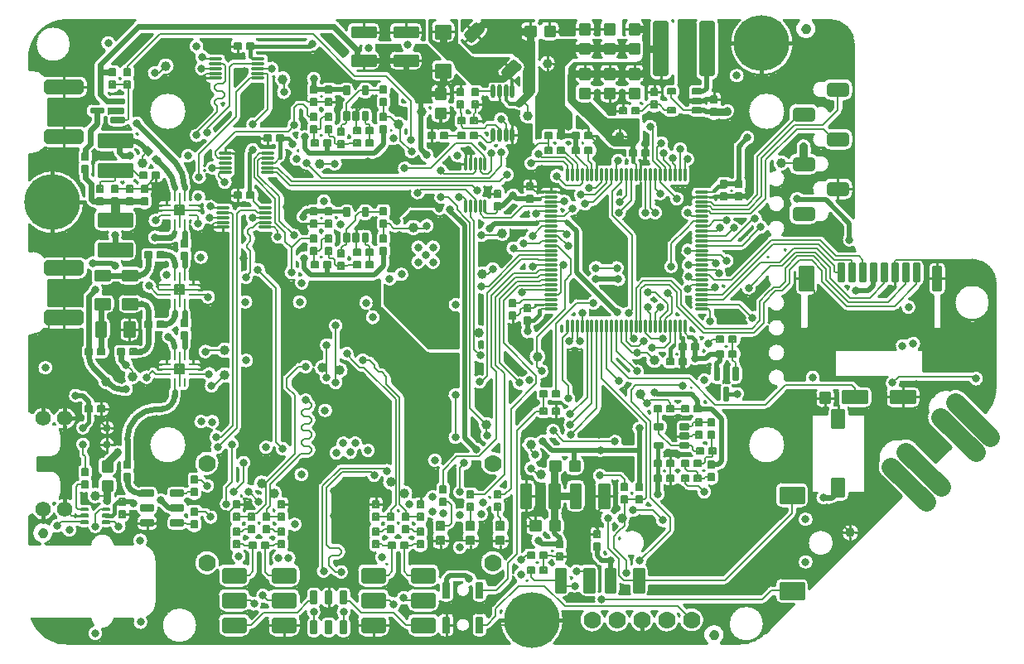
<source format=gtl>
*
*
G04 PADS 9.5 Build Number: 522968 generated Gerber (RS-274-X) file*
G04 PC Version=2.1*
*
%IN "PSDR.pcb"*%
*
%MOIN*%
*
%FSLAX35Y35*%
*
*
*
*
G04 PC Standard Apertures*
*
*
G04 Thermal Relief Aperture macro.*
%AMTER*
1,1,$1,0,0*
1,0,$1-$2,0,0*
21,0,$3,$4,0,0,45*
21,0,$3,$4,0,0,135*
%
*
*
G04 Annular Aperture macro.*
%AMANN*
1,1,$1,0,0*
1,0,$2,0,0*
%
*
*
G04 Odd Aperture macro.*
%AMODD*
1,1,$1,0,0*
1,0,$1-0.005,0,0*
%
*
*
G04 PC Custom Aperture Macros*
*
*
*
*
*
*
G04 PC Aperture Table*
*
%ADD010C,0.001*%
%ADD011C,0.008*%
%ADD012C,0.00787*%
%ADD013C,0.01575*%
%ADD034C,0.012*%
%ADD035C,0.03*%
%ADD036C,0.02*%
%ADD037C,0.015*%
%ADD038C,0.024*%
%ADD048C,0.07*%
%ADD072C,0.062*%
%ADD094C,0.00394*%
%ADD104C,0.01181*%
%ADD110C,0.016*%
%ADD146C,0.01*%
%ADD148C,0.076*%
%ADD149C,0.01969*%
%ADD150C,0.032*%
%ADD151C,0.22441*%
%ADD153C,0.014*%
%ADD154O,0.01142X0.05512*%
%ADD155O,0.05512X0.01142*%
%ADD158O,0.03937X0.00984*%
%ADD159O,0.00984X0.03937*%
%ADD160O,0.017X0.056*%
%ADD161O,0.01142X0.05709*%
%ADD162O,0.05709X0.01142*%
%ADD163C,0.036*%
%ADD171C,0.0315*%
%ADD172C,0.03937*%
*
*
*
*
G04 PC Circuitry*
G04 Layer Name PSDR.pcb - circuitry*
%LPD*%
*
*
G04 PC Custom Flashes*
G04 Layer Name PSDR.pcb - flashes*
%LPD*%
*
*
G04 PC Circuitry*
G04 Layer Name PSDR.pcb - circuitry*
%LPD*%
*
G54D10*
G54D11*
G01X352900Y325850D02*
X355100D01*
Y323150*
X352900*
Y325850*
Y323200D02*
X355100D01*
X352900Y324000D02*
X355100D01*
X352900Y324800D02*
X355100D01*
X352900Y325600D02*
X355100D01*
X353600Y323150D02*
Y325850D01*
X354400Y323150D02*
Y325850D01*
X352900Y320850D02*
X355100D01*
Y318150*
X352900*
Y320850*
Y318400D02*
X355100D01*
X352900Y319200D02*
X355100D01*
X352900Y320000D02*
X355100D01*
X352900Y320800D02*
X355100D01*
X353600Y318150D02*
Y320850D01*
X354400Y318150D02*
Y320850D01*
X321150Y299900D02*
Y302100D01*
X323850*
Y299900*
X321150*
Y300000D02*
X323850D01*
X321150Y300800D02*
X323850D01*
X321150Y301600D02*
X323850D01*
X321600Y299900D02*
Y302100D01*
X322400Y299900D02*
Y302100D01*
X323200Y299900D02*
Y302100D01*
X326150Y299900D02*
Y302100D01*
X328850*
Y299900*
X326150*
Y300000D02*
X328850D01*
X326150Y300800D02*
X328850D01*
X326150Y301600D02*
X328850D01*
X326400Y299900D02*
Y302100D01*
X327200Y299900D02*
Y302100D01*
X328000Y299900D02*
Y302100D01*
X328800Y299900D02*
Y302100D01*
X379100Y315150D02*
X376900D01*
Y317850*
X379100*
Y315150*
X376900Y315200D02*
X379100D01*
X376900Y316000D02*
X379100D01*
X376900Y316800D02*
X379100D01*
X376900Y317600D02*
X379100D01*
X377600Y315150D02*
Y317850D01*
X378400Y315150D02*
Y317850D01*
X379100Y320150D02*
X376900D01*
Y322850*
X379100*
Y320150*
X376900Y320800D02*
X379100D01*
X376900Y321600D02*
X379100D01*
X376900Y322400D02*
X379100D01*
X377600Y320150D02*
Y322850D01*
X378400Y320150D02*
Y322850D01*
X123900Y172850D02*
X126100D01*
Y170150*
X123900*
Y172850*
Y170400D02*
X126100D01*
X123900Y171200D02*
X126100D01*
X123900Y172000D02*
X126100D01*
X123900Y172800D02*
X126100D01*
X124000Y170150D02*
Y172850D01*
X124800Y170150D02*
Y172850D01*
X125600Y170150D02*
Y172850D01*
X123900Y167850D02*
X126100D01*
Y165150*
X123900*
Y167850*
Y165600D02*
X126100D01*
X123900Y166400D02*
X126100D01*
X123900Y167200D02*
X126100D01*
X124000Y165150D02*
Y167850D01*
X124800Y165150D02*
Y167850D01*
X125600Y165150D02*
Y167850D01*
X317850Y302100D02*
Y299900D01*
X315150*
Y302100*
X317850*
X315150Y300000D02*
X317850D01*
X315150Y300800D02*
X317850D01*
X315150Y301600D02*
X317850D01*
X315200Y299900D02*
Y302100D01*
X316000Y299900D02*
Y302100D01*
X316800Y299900D02*
Y302100D01*
X317600Y299900D02*
Y302100D01*
X312850D02*
Y299900D01*
X310150*
Y302100*
X312850*
X310150Y300000D02*
X312850D01*
X310150Y300800D02*
X312850D01*
X310150Y301600D02*
X312850D01*
X310400Y299900D02*
Y302100D01*
X311200Y299900D02*
Y302100D01*
X312000Y299900D02*
Y302100D01*
X312800Y299900D02*
Y302100D01*
X204850Y307100D02*
Y304900D01*
X202150*
Y307100*
X204850*
X202150Y305600D02*
X204850D01*
X202150Y306400D02*
X204850D01*
X202400Y304900D02*
Y307100D01*
X203200Y304900D02*
Y307100D01*
X204000Y304900D02*
Y307100D01*
X204800Y304900D02*
Y307100D01*
X199850D02*
Y304900D01*
X197150*
Y307100*
X199850*
X197150Y305600D02*
X199850D01*
X197150Y306400D02*
X199850D01*
X197600Y304900D02*
Y307100D01*
X198400Y304900D02*
Y307100D01*
X199200Y304900D02*
Y307100D01*
X216150Y302900D02*
Y305100D01*
X218850*
Y302900*
X216150*
Y303200D02*
X218850D01*
X216150Y304000D02*
X218850D01*
X216150Y304800D02*
X218850D01*
X216800Y302900D02*
Y305100D01*
X217600Y302900D02*
Y305100D01*
X218400Y302900D02*
Y305100D01*
X221150Y302900D02*
Y305100D01*
X223850*
Y302900*
X221150*
Y303200D02*
X223850D01*
X221150Y304000D02*
X223850D01*
X221150Y304800D02*
X223850D01*
X221600Y302900D02*
Y305100D01*
X222400Y302900D02*
Y305100D01*
X223200Y302900D02*
Y305100D01*
X170100Y162150D02*
X167900D01*
Y164850*
X170100*
Y162150*
X167900Y162400D02*
X170100D01*
X167900Y163200D02*
X170100D01*
X167900Y164000D02*
X170100D01*
X167900Y164800D02*
X170100D01*
X168000Y162150D02*
Y164850D01*
X168800Y162150D02*
Y164850D01*
X169600Y162150D02*
Y164850D01*
X170100Y167150D02*
X167900D01*
Y169850*
X170100*
Y167150*
X167900Y167200D02*
X170100D01*
X167900Y168000D02*
X170100D01*
X167900Y168800D02*
X170100D01*
X167900Y169600D02*
X170100D01*
X168000Y167150D02*
Y169850D01*
X168800Y167150D02*
Y169850D01*
X169600Y167150D02*
Y169850D01*
X170100Y149150D02*
X167900D01*
Y151850*
X170100*
Y149150*
X167900Y149600D02*
X170100D01*
X167900Y150400D02*
X170100D01*
X167900Y151200D02*
X170100D01*
X168000Y149150D02*
Y151850D01*
X168800Y149150D02*
Y151850D01*
X169600Y149150D02*
Y151850D01*
X170100Y154150D02*
X167900D01*
Y156850*
X170100*
Y154150*
X167900Y154400D02*
X170100D01*
X167900Y155200D02*
X170100D01*
X167900Y156000D02*
X170100D01*
X167900Y156800D02*
X170100D01*
X168000Y154150D02*
Y156850D01*
X168800Y154150D02*
Y156850D01*
X169600Y154150D02*
Y156850D01*
X126100Y292150D02*
X123900D01*
Y294850*
X126100*
Y292150*
X123900Y292800D02*
X126100D01*
X123900Y293600D02*
X126100D01*
X123900Y294400D02*
X126100D01*
X124000Y292150D02*
Y294850D01*
X124800Y292150D02*
Y294850D01*
X125600Y292150D02*
Y294850D01*
X126100Y297150D02*
X123900D01*
Y299850*
X126100*
Y297150*
X123900Y297600D02*
X126100D01*
X123900Y298400D02*
X126100D01*
X123900Y299200D02*
X126100D01*
X124000Y297150D02*
Y299850D01*
X124800Y297150D02*
Y299850D01*
X125600Y297150D02*
Y299850D01*
X277100Y318150D02*
X274900D01*
Y320850*
X277100*
Y318150*
X274900Y318400D02*
X277100D01*
X274900Y319200D02*
X277100D01*
X274900Y320000D02*
X277100D01*
X274900Y320800D02*
X277100D01*
X275200Y318150D02*
Y320850D01*
X276000Y318150D02*
Y320850D01*
X276800Y318150D02*
Y320850D01*
X277100Y323150D02*
X274900D01*
Y325850*
X277100*
Y323150*
X274900Y323200D02*
X277100D01*
X274900Y324000D02*
X277100D01*
X274900Y324800D02*
X277100D01*
X274900Y325600D02*
X277100D01*
X275200Y323150D02*
Y325850D01*
X276000Y323150D02*
Y325850D01*
X276800Y323150D02*
Y325850D01*
X282850Y314100D02*
Y311900D01*
X280150*
Y314100*
X282850*
X280150Y312000D02*
X282850D01*
X280150Y312800D02*
X282850D01*
X280150Y313600D02*
X282850D01*
X280800Y311900D02*
Y314100D01*
X281600Y311900D02*
Y314100D01*
X282400Y311900D02*
Y314100D01*
X277850D02*
Y311900D01*
X275150*
Y314100*
X277850*
X275150Y312000D02*
X277850D01*
X275150Y312800D02*
X277850D01*
X275150Y313600D02*
X277850D01*
X275200Y311900D02*
Y314100D01*
X276000Y311900D02*
Y314100D01*
X276800Y311900D02*
Y314100D01*
X277600Y311900D02*
Y314100D01*
X386850Y220100D02*
Y217900D01*
X384150*
Y220100*
X386850*
X384150Y218400D02*
X386850D01*
X384150Y219200D02*
X386850D01*
X384150Y220000D02*
X386850D01*
X384800Y217900D02*
Y220100D01*
X385600Y217900D02*
Y220100D01*
X386400Y217900D02*
Y220100D01*
X381850D02*
Y217900D01*
X379150*
Y220100*
X381850*
X379150Y218400D02*
X381850D01*
X379150Y219200D02*
X381850D01*
X379150Y220000D02*
X381850D01*
X379200Y217900D02*
Y220100D01*
X380000Y217900D02*
Y220100D01*
X380800Y217900D02*
Y220100D01*
X381600Y217900D02*
Y220100D01*
X275150Y305900D02*
Y308100D01*
X277850*
Y305900*
X275150*
Y306400D02*
X277850D01*
X275150Y307200D02*
X277850D01*
X275150Y308000D02*
X277850D01*
X275200Y305900D02*
Y308100D01*
X276000Y305900D02*
Y308100D01*
X276800Y305900D02*
Y308100D01*
X277600Y305900D02*
Y308100D01*
X280150Y305900D02*
Y308100D01*
X282850*
Y305900*
X280150*
Y306400D02*
X282850D01*
X280150Y307200D02*
X282850D01*
X280150Y308000D02*
X282850D01*
X280800Y305900D02*
Y308100D01*
X281600Y305900D02*
Y308100D01*
X282400Y305900D02*
Y308100D01*
X280900Y325850D02*
X283100D01*
Y323150*
X280900*
Y325850*
Y323200D02*
X283100D01*
X280900Y324000D02*
X283100D01*
X280900Y324800D02*
X283100D01*
X280900Y325600D02*
X283100D01*
X281600Y323150D02*
Y325850D01*
X282400Y323150D02*
Y325850D01*
X280900Y320850D02*
X283100D01*
Y318150*
X280900*
Y320850*
Y318400D02*
X283100D01*
X280900Y319200D02*
X283100D01*
X280900Y320000D02*
X283100D01*
X280900Y320800D02*
X283100D01*
X281600Y318150D02*
Y320850D01*
X282400Y318150D02*
Y320850D01*
X270850Y308100D02*
Y305900D01*
X268150*
Y308100*
X270850*
X268150Y306400D02*
X270850D01*
X268150Y307200D02*
X270850D01*
X268150Y308000D02*
X270850D01*
X268800Y305900D02*
Y308100D01*
X269600Y305900D02*
Y308100D01*
X270400Y305900D02*
Y308100D01*
X265850D02*
Y305900D01*
X263150*
Y308100*
X265850*
X263150Y306400D02*
X265850D01*
X263150Y307200D02*
X265850D01*
X263150Y308000D02*
X265850D01*
X263200Y305900D02*
Y308100D01*
X264000Y305900D02*
Y308100D01*
X264800Y305900D02*
Y308100D01*
X265600Y305900D02*
Y308100D01*
X154850Y292100D02*
Y289900D01*
X152150*
Y292100*
X154850*
X152150Y290400D02*
X154850D01*
X152150Y291200D02*
X154850D01*
X152150Y292000D02*
X154850D01*
X152800Y289900D02*
Y292100D01*
X153600Y289900D02*
Y292100D01*
X154400Y289900D02*
Y292100D01*
X149850D02*
Y289900D01*
X147150*
Y292100*
X149850*
X147150Y290400D02*
X149850D01*
X147150Y291200D02*
X149850D01*
X147150Y292000D02*
X149850D01*
X147200Y289900D02*
Y292100D01*
X148000Y289900D02*
Y292100D01*
X148800Y289900D02*
Y292100D01*
X149600Y289900D02*
Y292100D01*
X386850Y226100D02*
Y223900D01*
X384150*
Y226100*
X386850*
X384150Y224000D02*
X386850D01*
X384150Y224800D02*
X386850D01*
X384150Y225600D02*
X386850D01*
X384800Y223900D02*
Y226100D01*
X385600Y223900D02*
Y226100D01*
X386400Y223900D02*
Y226100D01*
X381850D02*
Y223900D01*
X379150*
Y226100*
X381850*
X379150Y224000D02*
X381850D01*
X379150Y224800D02*
X381850D01*
X379150Y225600D02*
X381850D01*
X379200Y223900D02*
Y226100D01*
X380000Y223900D02*
Y226100D01*
X380800Y223900D02*
Y226100D01*
X381600Y223900D02*
Y226100D01*
X315850Y204100D02*
Y201900D01*
X313150*
Y204100*
X315850*
X313150Y202400D02*
X315850D01*
X313150Y203200D02*
X315850D01*
X313150Y204000D02*
X315850D01*
X313600Y201900D02*
Y204100D01*
X314400Y201900D02*
Y204100D01*
X315200Y201900D02*
Y204100D01*
X310850D02*
Y201900D01*
X308150*
Y204100*
X310850*
X308150Y202400D02*
X310850D01*
X308150Y203200D02*
X310850D01*
X308150Y204000D02*
X310850D01*
X308800Y201900D02*
Y204100D01*
X309600Y201900D02*
Y204100D01*
X310400Y201900D02*
Y204100D01*
X308150Y194900D02*
Y197100D01*
X310850*
Y194900*
X308150*
Y195200D02*
X310850D01*
X308150Y196000D02*
X310850D01*
X308150Y196800D02*
X310850D01*
X308800Y194900D02*
Y197100D01*
X309600Y194900D02*
Y197100D01*
X310400Y194900D02*
Y197100D01*
X313150Y194900D02*
Y197100D01*
X315850*
Y194900*
X313150*
Y195200D02*
X315850D01*
X313150Y196000D02*
X315850D01*
X313150Y196800D02*
X315850D01*
X313600Y194900D02*
Y197100D01*
X314400Y194900D02*
Y197100D01*
X315200Y194900D02*
Y197100D01*
X378100Y168150D02*
X375900D01*
Y170850*
X378100*
Y168150*
X375900Y168800D02*
X378100D01*
X375900Y169600D02*
X378100D01*
X375900Y170400D02*
X378100D01*
X376000Y168150D02*
Y170850D01*
X376800Y168150D02*
Y170850D01*
X377600Y168150D02*
Y170850D01*
X378100Y173150D02*
X375900D01*
Y175850*
X378100*
Y173150*
X375900Y173600D02*
X378100D01*
X375900Y174400D02*
X378100D01*
X375900Y175200D02*
X378100D01*
X376000Y173150D02*
Y175850D01*
X376800Y173150D02*
Y175850D01*
X377600Y173150D02*
Y175850D01*
X216150Y253900D02*
Y256100D01*
X218850*
Y253900*
X216150*
Y254400D02*
X218850D01*
X216150Y255200D02*
X218850D01*
X216150Y256000D02*
X218850D01*
X216800Y253900D02*
Y256100D01*
X217600Y253900D02*
Y256100D01*
X218400Y253900D02*
Y256100D01*
X221150Y253900D02*
Y256100D01*
X223850*
Y253900*
X221150*
Y254400D02*
X223850D01*
X221150Y255200D02*
X223850D01*
X221150Y256000D02*
X223850D01*
X221600Y253900D02*
Y256100D01*
X222400Y253900D02*
Y256100D01*
X223200Y253900D02*
Y256100D01*
X221900Y266850D02*
X224100D01*
Y264150*
X221900*
Y266850*
Y264800D02*
X224100D01*
X221900Y265600D02*
X224100D01*
X221900Y266400D02*
X224100D01*
X222400Y264150D02*
Y266850D01*
X223200Y264150D02*
Y266850D01*
X224000Y264150D02*
Y266850D01*
X221900Y261850D02*
X224100D01*
Y259150*
X221900*
Y261850*
Y259200D02*
X224100D01*
X221900Y260000D02*
X224100D01*
X221900Y260800D02*
X224100D01*
X221900Y261600D02*
X224100D01*
X222400Y259150D02*
Y261850D01*
X223200Y259150D02*
Y261850D01*
X224000Y259150D02*
Y261850D01*
X233150Y253900D02*
Y256100D01*
X235850*
Y253900*
X233150*
Y254400D02*
X235850D01*
X233150Y255200D02*
X235850D01*
X233150Y256000D02*
X235850D01*
X233600Y253900D02*
Y256100D01*
X234400Y253900D02*
Y256100D01*
X235200Y253900D02*
Y256100D01*
X238150Y253900D02*
Y256100D01*
X240850*
Y253900*
X238150*
Y254400D02*
X240850D01*
X238150Y255200D02*
X240850D01*
X238150Y256000D02*
X240850D01*
X238400Y253900D02*
Y256100D01*
X239200Y253900D02*
Y256100D01*
X240000Y253900D02*
Y256100D01*
X240800Y253900D02*
Y256100D01*
X243900Y266850D02*
X246100D01*
Y264150*
X243900*
Y266850*
Y264800D02*
X246100D01*
X243900Y265600D02*
X246100D01*
X243900Y266400D02*
X246100D01*
X244000Y264150D02*
Y266850D01*
X244800Y264150D02*
Y266850D01*
X245600Y264150D02*
Y266850D01*
X243900Y261850D02*
X246100D01*
Y259150*
X243900*
Y261850*
Y259200D02*
X246100D01*
X243900Y260000D02*
X246100D01*
X243900Y260800D02*
X246100D01*
X243900Y261600D02*
X246100D01*
X244000Y259150D02*
Y261850D01*
X244800Y259150D02*
Y261850D01*
X245600Y259150D02*
Y261850D01*
X221900Y315850D02*
X224100D01*
Y313150*
X221900*
Y315850*
Y313600D02*
X224100D01*
X221900Y314400D02*
X224100D01*
X221900Y315200D02*
X224100D01*
X222400Y313150D02*
Y315850D01*
X223200Y313150D02*
Y315850D01*
X224000Y313150D02*
Y315850D01*
X221900Y310850D02*
X224100D01*
Y308150*
X221900*
Y310850*
Y308800D02*
X224100D01*
X221900Y309600D02*
X224100D01*
X221900Y310400D02*
X224100D01*
X222400Y308150D02*
Y310850D01*
X223200Y308150D02*
Y310850D01*
X224000Y308150D02*
Y310850D01*
X233150Y302900D02*
Y305100D01*
X235850*
Y302900*
X233150*
Y303200D02*
X235850D01*
X233150Y304000D02*
X235850D01*
X233150Y304800D02*
X235850D01*
X233600Y302900D02*
Y305100D01*
X234400Y302900D02*
Y305100D01*
X235200Y302900D02*
Y305100D01*
X238150Y302900D02*
Y305100D01*
X240850*
Y302900*
X238150*
Y303200D02*
X240850D01*
X238150Y304000D02*
X240850D01*
X238150Y304800D02*
X240850D01*
X238400Y302900D02*
Y305100D01*
X239200Y302900D02*
Y305100D01*
X240000Y302900D02*
Y305100D01*
X240800Y302900D02*
Y305100D01*
X243900Y315850D02*
X246100D01*
Y313150*
X243900*
Y315850*
Y313600D02*
X246100D01*
X243900Y314400D02*
X246100D01*
X243900Y315200D02*
X246100D01*
X244000Y313150D02*
Y315850D01*
X244800Y313150D02*
Y315850D01*
X245600Y313150D02*
Y315850D01*
X243900Y310850D02*
X246100D01*
Y308150*
X243900*
Y310850*
Y308800D02*
X246100D01*
X243900Y309600D02*
X246100D01*
X243900Y310400D02*
X246100D01*
X244000Y308150D02*
Y310850D01*
X244800Y308150D02*
Y310850D01*
X245600Y308150D02*
Y310850D01*
X129900Y286850D02*
X132100D01*
Y284150*
X129900*
Y286850*
Y284800D02*
X132100D01*
X129900Y285600D02*
X132100D01*
X129900Y286400D02*
X132100D01*
X130400Y284150D02*
Y286850D01*
X131200Y284150D02*
Y286850D01*
X132000Y284150D02*
Y286850D01*
X129900Y281850D02*
X132100D01*
Y279150*
X129900*
Y281850*
Y279200D02*
X132100D01*
X129900Y280000D02*
X132100D01*
X129900Y280800D02*
X132100D01*
X129900Y281600D02*
X132100D01*
X130400Y279150D02*
Y281850D01*
X131200Y279150D02*
Y281850D01*
X132000Y279150D02*
Y281850D01*
X270100Y158150D02*
X267900D01*
Y160850*
X270100*
Y158150*
X267900Y158400D02*
X270100D01*
X267900Y159200D02*
X270100D01*
X267900Y160000D02*
X270100D01*
X267900Y160800D02*
X270100D01*
X268000Y158150D02*
Y160850D01*
X268800Y158150D02*
Y160850D01*
X269600Y158150D02*
Y160850D01*
X270100Y163150D02*
X267900D01*
Y165850*
X270100*
Y163150*
X267900Y163200D02*
X270100D01*
X267900Y164000D02*
X270100D01*
X267900Y164800D02*
X270100D01*
X267900Y165600D02*
X270100D01*
X268000Y163150D02*
Y165850D01*
X268800Y163150D02*
Y165850D01*
X269600Y163150D02*
Y165850D01*
X347850Y318100D02*
Y315900D01*
X345150*
Y318100*
X347850*
X345150Y316000D02*
X347850D01*
X345150Y316800D02*
X347850D01*
X345150Y317600D02*
X347850D01*
X345600Y315900D02*
Y318100D01*
X346400Y315900D02*
Y318100D01*
X347200Y315900D02*
Y318100D01*
X342850D02*
Y315900D01*
X340150*
Y318100*
X342850*
X340150Y316000D02*
X342850D01*
X340150Y316800D02*
X342850D01*
X340150Y317600D02*
X342850D01*
X340800Y315900D02*
Y318100D01*
X341600Y315900D02*
Y318100D01*
X342400Y315900D02*
Y318100D01*
X365150Y173900D02*
Y176100D01*
X367850*
Y173900*
X365150*
Y174400D02*
X367850D01*
X365150Y175200D02*
X367850D01*
X365150Y176000D02*
X367850D01*
X365600Y173900D02*
Y176100D01*
X366400Y173900D02*
Y176100D01*
X367200Y173900D02*
Y176100D01*
X370150Y173900D02*
Y176100D01*
X372850*
Y173900*
X370150*
Y174400D02*
X372850D01*
X370150Y175200D02*
X372850D01*
X370150Y176000D02*
X372850D01*
X370400Y173900D02*
Y176100D01*
X371200Y173900D02*
Y176100D01*
X372000Y173900D02*
Y176100D01*
X372800Y173900D02*
Y176100D01*
X378100Y185150D02*
X375900D01*
Y187850*
X378100*
Y185150*
X375900Y185600D02*
X378100D01*
X375900Y186400D02*
X378100D01*
X375900Y187200D02*
X378100D01*
X376000Y185150D02*
Y187850D01*
X376800Y185150D02*
Y187850D01*
X377600Y185150D02*
Y187850D01*
X378100Y190150D02*
X375900D01*
Y192850*
X378100*
Y190150*
X375900Y190400D02*
X378100D01*
X375900Y191200D02*
X378100D01*
X375900Y192000D02*
X378100D01*
X375900Y192800D02*
X378100D01*
X376000Y190150D02*
Y192850D01*
X376800Y190150D02*
Y192850D01*
X377600Y190150D02*
Y192850D01*
X125150Y195900D02*
Y198100D01*
X127850*
Y195900*
X125150*
Y196000D02*
X127850D01*
X125150Y196800D02*
X127850D01*
X125150Y197600D02*
X127850D01*
X125600Y195900D02*
Y198100D01*
X126400Y195900D02*
Y198100D01*
X127200Y195900D02*
Y198100D01*
X130150Y195900D02*
Y198100D01*
X132850*
Y195900*
X130150*
Y196000D02*
X132850D01*
X130150Y196800D02*
X132850D01*
X130150Y197600D02*
X132850D01*
X130400Y195900D02*
Y198100D01*
X131200Y195900D02*
Y198100D01*
X132000Y195900D02*
Y198100D01*
X132800Y195900D02*
Y198100D01*
X365150Y195900D02*
Y198100D01*
X367850*
Y195900*
X365150*
Y196000D02*
X367850D01*
X365150Y196800D02*
X367850D01*
X365150Y197600D02*
X367850D01*
X365600Y195900D02*
Y198100D01*
X366400Y195900D02*
Y198100D01*
X367200Y195900D02*
Y198100D01*
X370150Y195900D02*
Y198100D01*
X372850*
Y195900*
X370150*
Y196000D02*
X372850D01*
X370150Y196800D02*
X372850D01*
X370150Y197600D02*
X372850D01*
X370400Y195900D02*
Y198100D01*
X371200Y195900D02*
Y198100D01*
X372000Y195900D02*
Y198100D01*
X372800Y195900D02*
Y198100D01*
X229100Y253150D02*
X226900D01*
Y255850*
X229100*
Y253150*
X226900Y253600D02*
X229100D01*
X226900Y254400D02*
X229100D01*
X226900Y255200D02*
X229100D01*
X227200Y253150D02*
Y255850D01*
X228000Y253150D02*
Y255850D01*
X228800Y253150D02*
Y255850D01*
X229100Y258150D02*
X226900D01*
Y260850*
X229100*
Y258150*
X226900Y258400D02*
X229100D01*
X226900Y259200D02*
X229100D01*
X226900Y260000D02*
X229100D01*
X226900Y260800D02*
X229100D01*
X227200Y258150D02*
Y260850D01*
X228000Y258150D02*
Y260850D01*
X228800Y258150D02*
Y260850D01*
X371150Y178900D02*
Y181100D01*
X373850*
Y178900*
X371150*
Y179200D02*
X373850D01*
X371150Y180000D02*
X373850D01*
X371150Y180800D02*
X373850D01*
X371200Y178900D02*
Y181100D01*
X372000Y178900D02*
Y181100D01*
X372800Y178900D02*
Y181100D01*
X373600Y178900D02*
Y181100D01*
X376150Y178900D02*
Y181100D01*
X378850*
Y178900*
X376150*
Y179200D02*
X378850D01*
X376150Y180000D02*
X378850D01*
X376150Y180800D02*
X378850D01*
X376800Y178900D02*
Y181100D01*
X377600Y178900D02*
Y181100D01*
X378400Y178900D02*
Y181100D01*
X125150Y218900D02*
Y221100D01*
X127850*
Y218900*
X125150*
Y219200D02*
X127850D01*
X125150Y220000D02*
X127850D01*
X125150Y220800D02*
X127850D01*
X125600Y218900D02*
Y221100D01*
X126400Y218900D02*
Y221100D01*
X127200Y218900D02*
Y221100D01*
X130150Y218900D02*
Y221100D01*
X132850*
Y218900*
X130150*
Y219200D02*
X132850D01*
X130150Y220000D02*
X132850D01*
X130150Y220800D02*
X132850D01*
X130400Y218900D02*
Y221100D01*
X131200Y218900D02*
Y221100D01*
X132000Y218900D02*
Y221100D01*
X132800Y218900D02*
Y221100D01*
X138150Y218900D02*
Y221100D01*
X140850*
Y218900*
X138150*
Y219200D02*
X140850D01*
X138150Y220000D02*
X140850D01*
X138150Y220800D02*
X140850D01*
X138400Y218900D02*
Y221100D01*
X139200Y218900D02*
Y221100D01*
X140000Y218900D02*
Y221100D01*
X140800Y218900D02*
Y221100D01*
X143150Y218900D02*
Y221100D01*
X145850*
Y218900*
X143150*
Y219200D02*
X145850D01*
X143150Y220000D02*
X145850D01*
X143150Y220800D02*
X145850D01*
X143200Y218900D02*
Y221100D01*
X144000Y218900D02*
Y221100D01*
X144800Y218900D02*
Y221100D01*
X145600Y218900D02*
Y221100D01*
X346900Y166850D02*
X349100D01*
Y164150*
X346900*
Y166850*
Y164800D02*
X349100D01*
X346900Y165600D02*
X349100D01*
X346900Y166400D02*
X349100D01*
X347200Y164150D02*
Y166850D01*
X348000Y164150D02*
Y166850D01*
X348800Y164150D02*
Y166850D01*
X346900Y161850D02*
X349100D01*
Y159150*
X346900*
Y161850*
Y159200D02*
X349100D01*
X346900Y160000D02*
X349100D01*
X346900Y160800D02*
X349100D01*
X346900Y161600D02*
X349100D01*
X347200Y159150D02*
Y161850D01*
X348000Y159150D02*
Y161850D01*
X348800Y159150D02*
Y161850D01*
X343100Y159150D02*
X340900D01*
Y161850*
X343100*
Y159150*
X340900Y159200D02*
X343100D01*
X340900Y160000D02*
X343100D01*
X340900Y160800D02*
X343100D01*
X340900Y161600D02*
X343100D01*
X341600Y159150D02*
Y161850D01*
X342400Y159150D02*
Y161850D01*
X343100Y164150D02*
X340900D01*
Y166850*
X343100*
Y164150*
X340900Y164800D02*
X343100D01*
X340900Y165600D02*
X343100D01*
X340900Y166400D02*
X343100D01*
X341600Y164150D02*
Y166850D01*
X342400Y164150D02*
Y166850D01*
X354150Y167900D02*
Y170100D01*
X356850*
Y167900*
X354150*
Y168000D02*
X356850D01*
X354150Y168800D02*
X356850D01*
X354150Y169600D02*
X356850D01*
X354400Y167900D02*
Y170100D01*
X355200Y167900D02*
Y170100D01*
X356000Y167900D02*
Y170100D01*
X356800Y167900D02*
Y170100D01*
X359150Y167900D02*
Y170100D01*
X361850*
Y167900*
X359150*
Y168000D02*
X361850D01*
X359150Y168800D02*
X361850D01*
X359150Y169600D02*
X361850D01*
X359200Y167900D02*
Y170100D01*
X360000Y167900D02*
Y170100D01*
X360800Y167900D02*
Y170100D01*
X361600Y167900D02*
Y170100D01*
X329900Y147850D02*
X332100D01*
Y145150*
X329900*
Y147850*
Y145600D02*
X332100D01*
X329900Y146400D02*
X332100D01*
X329900Y147200D02*
X332100D01*
X330400Y145150D02*
Y147850D01*
X331200Y145150D02*
Y147850D01*
X332000Y145150D02*
Y147850D01*
X329900Y142850D02*
X332100D01*
Y140150*
X329900*
Y142850*
Y140800D02*
X332100D01*
X329900Y141600D02*
X332100D01*
X329900Y142400D02*
X332100D01*
X330400Y140150D02*
Y142850D01*
X331200Y140150D02*
Y142850D01*
X332000Y140150D02*
Y142850D01*
X147900Y286850D02*
X150100D01*
Y284150*
X147900*
Y286850*
Y284800D02*
X150100D01*
X147900Y285600D02*
X150100D01*
X147900Y286400D02*
X150100D01*
X148000Y284150D02*
Y286850D01*
X148800Y284150D02*
Y286850D01*
X149600Y284150D02*
Y286850D01*
X147900Y281850D02*
X150100D01*
Y279150*
X147900*
Y281850*
Y279200D02*
X150100D01*
X147900Y280000D02*
X150100D01*
X147900Y280800D02*
X150100D01*
X147900Y281600D02*
X150100D01*
X148000Y279150D02*
Y281850D01*
X148800Y279150D02*
Y281850D01*
X149600Y279150D02*
Y281850D01*
X163900Y232850D02*
X166100D01*
Y230150*
X163900*
Y232850*
Y230400D02*
X166100D01*
X163900Y231200D02*
X166100D01*
X163900Y232000D02*
X166100D01*
X163900Y232800D02*
X166100D01*
X164000Y230150D02*
Y232850D01*
X164800Y230150D02*
Y232850D01*
X165600Y230150D02*
Y232850D01*
X163900Y227850D02*
X166100D01*
Y225150*
X163900*
Y227850*
Y225600D02*
X166100D01*
X163900Y226400D02*
X166100D01*
X163900Y227200D02*
X166100D01*
X164000Y225150D02*
Y227850D01*
X164800Y225150D02*
Y227850D01*
X165600Y225150D02*
Y227850D01*
X303150Y130900D02*
Y133100D01*
X305850*
Y130900*
X303150*
Y131200D02*
X305850D01*
X303150Y132000D02*
X305850D01*
X303150Y132800D02*
X305850D01*
X303200Y130900D02*
Y133100D01*
X304000Y130900D02*
Y133100D01*
X304800Y130900D02*
Y133100D01*
X305600Y130900D02*
Y133100D01*
X308150Y130900D02*
Y133100D01*
X310850*
Y130900*
X308150*
Y131200D02*
X310850D01*
X308150Y132000D02*
X310850D01*
X308150Y132800D02*
X310850D01*
X308800Y130900D02*
Y133100D01*
X309600Y130900D02*
Y133100D01*
X310400Y130900D02*
Y133100D01*
X370900Y192850D02*
X373100D01*
Y190150*
X370900*
Y192850*
Y190400D02*
X373100D01*
X370900Y191200D02*
X373100D01*
X370900Y192000D02*
X373100D01*
X370900Y192800D02*
X373100D01*
X371200Y190150D02*
Y192850D01*
X372000Y190150D02*
Y192850D01*
X372800Y190150D02*
Y192850D01*
X370900Y187850D02*
X373100D01*
Y185150*
X370900*
Y187850*
Y185600D02*
X373100D01*
X370900Y186400D02*
X373100D01*
X370900Y187200D02*
X373100D01*
X371200Y185150D02*
Y187850D01*
X372000Y185150D02*
Y187850D01*
X372800Y185150D02*
Y187850D01*
X229100Y302150D02*
X226900D01*
Y304850*
X229100*
Y302150*
X226900Y302400D02*
X229100D01*
X226900Y303200D02*
X229100D01*
X226900Y304000D02*
X229100D01*
X226900Y304800D02*
X229100D01*
X227200Y302150D02*
Y304850D01*
X228000Y302150D02*
Y304850D01*
X228800Y302150D02*
Y304850D01*
X229100Y307150D02*
X226900D01*
Y309850*
X229100*
Y307150*
X226900Y307200D02*
X229100D01*
X226900Y308000D02*
X229100D01*
X226900Y308800D02*
X229100D01*
X226900Y309600D02*
X229100D01*
X227200Y307150D02*
Y309850D01*
X228000Y307150D02*
Y309850D01*
X228800Y307150D02*
Y309850D01*
X354150Y173900D02*
Y176100D01*
X356850*
Y173900*
X354150*
Y174400D02*
X356850D01*
X354150Y175200D02*
X356850D01*
X354150Y176000D02*
X356850D01*
X354400Y173900D02*
Y176100D01*
X355200Y173900D02*
Y176100D01*
X356000Y173900D02*
Y176100D01*
X356800Y173900D02*
Y176100D01*
X359150Y173900D02*
Y176100D01*
X361850*
Y173900*
X359150*
Y174400D02*
X361850D01*
X359150Y175200D02*
X361850D01*
X359150Y176000D02*
X361850D01*
X359200Y173900D02*
Y176100D01*
X360000Y173900D02*
Y176100D01*
X360800Y173900D02*
Y176100D01*
X361600Y173900D02*
Y176100D01*
X303150Y136900D02*
Y139100D01*
X305850*
Y136900*
X303150*
Y137600D02*
X305850D01*
X303150Y138400D02*
X305850D01*
X303200Y136900D02*
Y139100D01*
X304000Y136900D02*
Y139100D01*
X304800Y136900D02*
Y139100D01*
X305600Y136900D02*
Y139100D01*
X308150Y136900D02*
Y139100D01*
X310850*
Y136900*
X308150*
Y137600D02*
X310850D01*
X308150Y138400D02*
X310850D01*
X308800Y136900D02*
Y139100D01*
X309600Y136900D02*
Y139100D01*
X310400Y136900D02*
Y139100D01*
X354150Y195900D02*
Y198100D01*
X356850*
Y195900*
X354150*
Y196000D02*
X356850D01*
X354150Y196800D02*
X356850D01*
X354150Y197600D02*
X356850D01*
X354400Y195900D02*
Y198100D01*
X355200Y195900D02*
Y198100D01*
X356000Y195900D02*
Y198100D01*
X356800Y195900D02*
Y198100D01*
X359150Y195900D02*
Y198100D01*
X361850*
Y195900*
X359150*
Y196000D02*
X361850D01*
X359150Y196800D02*
X361850D01*
X359150Y197600D02*
X361850D01*
X359200Y195900D02*
Y198100D01*
X360000Y195900D02*
Y198100D01*
X360800Y195900D02*
Y198100D01*
X361600Y195900D02*
Y198100D01*
X380900Y288850D02*
X383100D01*
Y286150*
X380900*
Y288850*
Y286400D02*
X383100D01*
X380900Y287200D02*
X383100D01*
X380900Y288000D02*
X383100D01*
X380900Y288800D02*
X383100D01*
X381600Y286150D02*
Y288850D01*
X382400Y286150D02*
Y288850D01*
X380900Y283850D02*
X383100D01*
Y281150*
X380900*
Y283850*
Y281600D02*
X383100D01*
X380900Y282400D02*
X383100D01*
X380900Y283200D02*
X383100D01*
X381600Y281150D02*
Y283850D01*
X382400Y281150D02*
Y283850D01*
X314900Y143850D02*
X317100D01*
Y141150*
X314900*
Y143850*
Y141600D02*
X317100D01*
X314900Y142400D02*
X317100D01*
X314900Y143200D02*
X317100D01*
X315200Y141150D02*
Y143850D01*
X316000Y141150D02*
Y143850D01*
X316800Y141150D02*
Y143850D01*
X314900Y138850D02*
X317100D01*
Y136150*
X314900*
Y138850*
Y136800D02*
X317100D01*
X314900Y137600D02*
X317100D01*
X314900Y138400D02*
X317100D01*
X315200Y136150D02*
Y138850D01*
X316000Y136150D02*
Y138850D01*
X316800Y136150D02*
Y138850D01*
X317850Y308100D02*
Y305900D01*
X315150*
Y308100*
X317850*
X315150Y306400D02*
X317850D01*
X315150Y307200D02*
X317850D01*
X315150Y308000D02*
X317850D01*
X315200Y305900D02*
Y308100D01*
X316000Y305900D02*
Y308100D01*
X316800Y305900D02*
Y308100D01*
X317600Y305900D02*
Y308100D01*
X312850D02*
Y305900D01*
X310150*
Y308100*
X312850*
X310150Y306400D02*
X312850D01*
X310150Y307200D02*
X312850D01*
X310150Y308000D02*
X312850D01*
X310400Y305900D02*
Y308100D01*
X311200Y305900D02*
Y308100D01*
X312000Y305900D02*
Y308100D01*
X312800Y305900D02*
Y308100D01*
X359150Y214900D02*
Y217100D01*
X361850*
Y214900*
X359150*
Y215200D02*
X361850D01*
X359150Y216000D02*
X361850D01*
X359150Y216800D02*
X361850D01*
X359200Y214900D02*
Y217100D01*
X360000Y214900D02*
Y217100D01*
X360800Y214900D02*
Y217100D01*
X361600Y214900D02*
Y217100D01*
X364150Y214900D02*
Y217100D01*
X366850*
Y214900*
X364150*
Y215200D02*
X366850D01*
X364150Y216000D02*
X366850D01*
X364150Y216800D02*
X366850D01*
X364800Y214900D02*
Y217100D01*
X365600Y214900D02*
Y217100D01*
X366400Y214900D02*
Y217100D01*
X295900Y240850D02*
X298100D01*
Y238150*
X295900*
Y240850*
Y238400D02*
X298100D01*
X295900Y239200D02*
X298100D01*
X295900Y240000D02*
X298100D01*
X295900Y240800D02*
X298100D01*
X296000Y238150D02*
Y240850D01*
X296800Y238150D02*
Y240850D01*
X297600Y238150D02*
Y240850D01*
X295900Y235850D02*
X298100D01*
Y233150*
X295900*
Y235850*
Y233600D02*
X298100D01*
X295900Y234400D02*
X298100D01*
X295900Y235200D02*
X298100D01*
X296000Y233150D02*
Y235850D01*
X296800Y233150D02*
Y235850D01*
X297600Y233150D02*
Y235850D01*
X135900Y286850D02*
X138100D01*
Y284150*
X135900*
Y286850*
Y284800D02*
X138100D01*
X135900Y285600D02*
X138100D01*
X135900Y286400D02*
X138100D01*
X136000Y284150D02*
Y286850D01*
X136800Y284150D02*
Y286850D01*
X137600Y284150D02*
Y286850D01*
X135900Y281850D02*
X138100D01*
Y279150*
X135900*
Y281850*
Y279200D02*
X138100D01*
X135900Y280000D02*
X138100D01*
X135900Y280800D02*
X138100D01*
X135900Y281600D02*
X138100D01*
X136000Y279150D02*
Y281850D01*
X136800Y279150D02*
Y281850D01*
X137600Y279150D02*
Y281850D01*
X156850Y232100D02*
Y229900D01*
X154150*
Y232100*
X156850*
X154150Y230400D02*
X156850D01*
X154150Y231200D02*
X156850D01*
X154150Y232000D02*
X156850D01*
X154400Y229900D02*
Y232100D01*
X155200Y229900D02*
Y232100D01*
X156000Y229900D02*
Y232100D01*
X156800Y229900D02*
Y232100D01*
X151850D02*
Y229900D01*
X149150*
Y232100*
X151850*
X149150Y230400D02*
X151850D01*
X149150Y231200D02*
X151850D01*
X149150Y232000D02*
X151850D01*
X149600Y229900D02*
Y232100D01*
X150400Y229900D02*
Y232100D01*
X151200Y229900D02*
Y232100D01*
X156850Y260100D02*
Y257900D01*
X154150*
Y260100*
X156850*
X154150Y258400D02*
X156850D01*
X154150Y259200D02*
X156850D01*
X154150Y260000D02*
X156850D01*
X154400Y257900D02*
Y260100D01*
X155200Y257900D02*
Y260100D01*
X156000Y257900D02*
Y260100D01*
X156800Y257900D02*
Y260100D01*
X151850D02*
Y257900D01*
X149150*
Y260100*
X151850*
X149150Y258400D02*
X151850D01*
X149150Y259200D02*
X151850D01*
X149150Y260000D02*
X151850D01*
X149600Y257900D02*
Y260100D01*
X150400Y257900D02*
Y260100D01*
X151200Y257900D02*
Y260100D01*
X163900Y264850D02*
X166100D01*
Y262150*
X163900*
Y264850*
Y262400D02*
X166100D01*
X163900Y263200D02*
X166100D01*
X163900Y264000D02*
X166100D01*
X163900Y264800D02*
X166100D01*
X164000Y262150D02*
Y264850D01*
X164800Y262150D02*
Y264850D01*
X165600Y262150D02*
Y264850D01*
X163900Y259850D02*
X166100D01*
Y257150*
X163900*
Y259850*
Y257600D02*
X166100D01*
X163900Y258400D02*
X166100D01*
X163900Y259200D02*
X166100D01*
X164000Y257150D02*
Y259850D01*
X164800Y257150D02*
Y259850D01*
X165600Y257150D02*
Y259850D01*
X155500Y297055D02*
X153945Y295500D01*
X152035Y297409*
X153591Y298965*
X155500Y297055*
X153444Y296000D02*
X154445D01*
X152644Y296800D02*
X155245D01*
X152226Y297600D02*
X154956D01*
X153026Y298400D02*
X154156D01*
X152800Y296644D02*
Y298174D01*
X153600Y295844D02*
Y298956D01*
X154400Y295955D02*
Y298156D01*
X155200Y296755D02*
Y297356D01*
X151965Y300591D02*
X150409Y299035D01*
X148500Y300945*
X150055Y302500*
X151965Y300591*
X150244Y299200D02*
X150574D01*
X149444Y300000D02*
X151374D01*
X148644Y300800D02*
X151756D01*
X149155Y301600D02*
X150956D01*
X149955Y302400D02*
X150156D01*
X148800Y300644D02*
Y301245D01*
X149600Y299844D02*
Y302045D01*
X150400Y299044D02*
Y302156D01*
X151200Y299826D02*
Y301356D01*
X143100Y168150D02*
X140900D01*
Y170850*
X143100*
Y168150*
X140900Y168800D02*
X143100D01*
X140900Y169600D02*
X143100D01*
X140900Y170400D02*
X143100D01*
X141600Y168150D02*
Y170850D01*
X142400Y168150D02*
Y170850D01*
X143100Y173150D02*
X140900D01*
Y175850*
X143100*
Y173150*
X140900Y173600D02*
X143100D01*
X140900Y174400D02*
X143100D01*
X140900Y175200D02*
X143100D01*
X141600Y173150D02*
Y175850D01*
X142400Y173150D02*
Y175850D01*
X141900Y286850D02*
X144100D01*
Y284150*
X141900*
Y286850*
Y284800D02*
X144100D01*
X141900Y285600D02*
X144100D01*
X141900Y286400D02*
X144100D01*
X142400Y284150D02*
Y286850D01*
X143200Y284150D02*
Y286850D01*
X144000Y284150D02*
Y286850D01*
X141900Y281850D02*
X144100D01*
Y279150*
X141900*
Y281850*
Y279200D02*
X144100D01*
X141900Y280000D02*
X144100D01*
X141900Y280800D02*
X144100D01*
X141900Y281600D02*
X144100D01*
X142400Y279150D02*
Y281850D01*
X143200Y279150D02*
Y281850D01*
X144000Y279150D02*
Y281850D01*
X371850Y223100D02*
Y220900D01*
X369150*
Y223100*
X371850*
X369150Y221600D02*
X371850D01*
X369150Y222400D02*
X371850D01*
X369600Y220900D02*
Y223100D01*
X370400Y220900D02*
Y223100D01*
X371200Y220900D02*
Y223100D01*
X366850D02*
Y220900D01*
X364150*
Y223100*
X366850*
X364150Y221600D02*
X366850D01*
X364150Y222400D02*
X366850D01*
X364800Y220900D02*
Y223100D01*
X365600Y220900D02*
Y223100D01*
X366400Y220900D02*
Y223100D01*
X386900Y288850D02*
X389100D01*
Y286150*
X386900*
Y288850*
Y286400D02*
X389100D01*
X386900Y287200D02*
X389100D01*
X386900Y288000D02*
X389100D01*
X386900Y288800D02*
X389100D01*
X387200Y286150D02*
Y288850D01*
X388000Y286150D02*
Y288850D01*
X388800Y286150D02*
Y288850D01*
X386900Y283850D02*
X389100D01*
Y281150*
X386900*
Y283850*
Y281600D02*
X389100D01*
X386900Y282400D02*
X389100D01*
X386900Y283200D02*
X389100D01*
X387200Y281150D02*
Y283850D01*
X388000Y281150D02*
Y283850D01*
X388800Y281150D02*
Y283850D01*
X304100Y231150D02*
X301900D01*
Y233850*
X304100*
Y231150*
X301900Y231200D02*
X304100D01*
X301900Y232000D02*
X304100D01*
X301900Y232800D02*
X304100D01*
X301900Y233600D02*
X304100D01*
X302400Y231150D02*
Y233850D01*
X303200Y231150D02*
Y233850D01*
X304000Y231150D02*
Y233850D01*
X304100Y236150D02*
X301900D01*
Y238850*
X304100*
Y236150*
X301900Y236800D02*
X304100D01*
X301900Y237600D02*
X304100D01*
X301900Y238400D02*
X304100D01*
X302400Y236150D02*
Y238850D01*
X303200Y236150D02*
Y238850D01*
X304000Y236150D02*
Y238850D01*
X240850Y261100D02*
Y258900D01*
X238150*
Y261100*
X240850*
X238150Y259200D02*
X240850D01*
X238150Y260000D02*
X240850D01*
X238150Y260800D02*
X240850D01*
X238400Y258900D02*
Y261100D01*
X239200Y258900D02*
Y261100D01*
X240000Y258900D02*
Y261100D01*
X240800Y258900D02*
Y261100D01*
X235850D02*
Y258900D01*
X233150*
Y261100*
X235850*
X233150Y259200D02*
X235850D01*
X233150Y260000D02*
X235850D01*
X233150Y260800D02*
X235850D01*
X233600Y258900D02*
Y261100D01*
X234400Y258900D02*
Y261100D01*
X235200Y258900D02*
Y261100D01*
X240850Y310100D02*
Y307900D01*
X238150*
Y310100*
X240850*
X238150Y308000D02*
X240850D01*
X238150Y308800D02*
X240850D01*
X238150Y309600D02*
X240850D01*
X238400Y307900D02*
Y310100D01*
X239200Y307900D02*
Y310100D01*
X240000Y307900D02*
Y310100D01*
X240800Y307900D02*
Y310100D01*
X235850D02*
Y307900D01*
X233150*
Y310100*
X235850*
X233150Y308000D02*
X235850D01*
X233150Y308800D02*
X235850D01*
X233150Y309600D02*
X235850D01*
X233600Y307900D02*
Y310100D01*
X234400Y307900D02*
Y310100D01*
X235200Y307900D02*
Y310100D01*
X344150Y298900D02*
Y301100D01*
X346850*
Y298900*
X344150*
Y299200D02*
X346850D01*
X344150Y300000D02*
X346850D01*
X344150Y300800D02*
X346850D01*
X344800Y298900D02*
Y301100D01*
X345600Y298900D02*
Y301100D01*
X346400Y298900D02*
Y301100D01*
X349150Y298900D02*
Y301100D01*
X351850*
Y298900*
X349150*
Y299200D02*
X351850D01*
X349150Y300000D02*
X351850D01*
X349150Y300800D02*
X351850D01*
X349600Y298900D02*
Y301100D01*
X350400Y298900D02*
Y301100D01*
X351200Y298900D02*
Y301100D01*
X305100Y280150D02*
X302900D01*
Y282850*
X305100*
Y280150*
X302900Y280800D02*
X305100D01*
X302900Y281600D02*
X305100D01*
X302900Y282400D02*
X305100D01*
X303200Y280150D02*
Y282850D01*
X304000Y280150D02*
Y282850D01*
X304800Y280150D02*
Y282850D01*
X305100Y285150D02*
X302900D01*
Y287850*
X305100*
Y285150*
X302900Y285600D02*
X305100D01*
X302900Y286400D02*
X305100D01*
X302900Y287200D02*
X305100D01*
X303200Y285150D02*
Y287850D01*
X304000Y285150D02*
Y287850D01*
X304800Y285150D02*
Y287850D01*
X321150Y305900D02*
Y308100D01*
X323850*
Y305900*
X321150*
Y306400D02*
X323850D01*
X321150Y307200D02*
X323850D01*
X321150Y308000D02*
X323850D01*
X321600Y305900D02*
Y308100D01*
X322400Y305900D02*
Y308100D01*
X323200Y305900D02*
Y308100D01*
X326150Y305900D02*
Y308100D01*
X328850*
Y305900*
X326150*
Y306400D02*
X328850D01*
X326150Y307200D02*
X328850D01*
X326150Y308000D02*
X328850D01*
X326400Y305900D02*
Y308100D01*
X327200Y305900D02*
Y308100D01*
X328000Y305900D02*
Y308100D01*
X328800Y305900D02*
Y308100D01*
X138900Y160850D02*
X141100D01*
Y158150*
X138900*
Y160850*
Y158400D02*
X141100D01*
X138900Y159200D02*
X141100D01*
X138900Y160000D02*
X141100D01*
X138900Y160800D02*
X141100D01*
X139200Y158150D02*
Y160850D01*
X140000Y158150D02*
Y160850D01*
X140800Y158150D02*
Y160850D01*
X138900Y155850D02*
X141100D01*
Y153150*
X138900*
Y155850*
Y153600D02*
X141100D01*
X138900Y154400D02*
X141100D01*
X138900Y155200D02*
X141100D01*
X139200Y153150D02*
Y155850D01*
X140000Y153150D02*
Y155850D01*
X140800Y153150D02*
Y155850D01*
X215900Y277850D02*
X218100D01*
Y275150*
X215900*
Y277850*
Y275200D02*
X218100D01*
X215900Y276000D02*
X218100D01*
X215900Y276800D02*
X218100D01*
X215900Y277600D02*
X218100D01*
X216000Y275150D02*
Y277850D01*
X216800Y275150D02*
Y277850D01*
X217600Y275150D02*
Y277850D01*
X215900Y272850D02*
X218100D01*
Y270150*
X215900*
Y272850*
Y270400D02*
X218100D01*
X215900Y271200D02*
X218100D01*
X215900Y272000D02*
X218100D01*
X215900Y272800D02*
X218100D01*
X216000Y270150D02*
Y272850D01*
X216800Y270150D02*
Y272850D01*
X217600Y270150D02*
Y272850D01*
X215900Y326850D02*
X218100D01*
Y324150*
X215900*
Y326850*
Y324800D02*
X218100D01*
X215900Y325600D02*
X218100D01*
X215900Y326400D02*
X218100D01*
X216000Y324150D02*
Y326850D01*
X216800Y324150D02*
Y326850D01*
X217600Y324150D02*
Y326850D01*
X215900Y321850D02*
X218100D01*
Y319150*
X215900*
Y321850*
Y319200D02*
X218100D01*
X215900Y320000D02*
X218100D01*
X215900Y320800D02*
X218100D01*
X215900Y321600D02*
X218100D01*
X216000Y319150D02*
Y321850D01*
X216800Y319150D02*
Y321850D01*
X217600Y319150D02*
Y321850D01*
X221900Y277850D02*
X224100D01*
Y275150*
X221900*
Y277850*
Y275200D02*
X224100D01*
X221900Y276000D02*
X224100D01*
X221900Y276800D02*
X224100D01*
X221900Y277600D02*
X224100D01*
X222400Y275150D02*
Y277850D01*
X223200Y275150D02*
Y277850D01*
X224000Y275150D02*
Y277850D01*
X221900Y272850D02*
X224100D01*
Y270150*
X221900*
Y272850*
Y270400D02*
X224100D01*
X221900Y271200D02*
X224100D01*
X221900Y272000D02*
X224100D01*
X221900Y272800D02*
X224100D01*
X222400Y270150D02*
Y272850D01*
X223200Y270150D02*
Y272850D01*
X224000Y270150D02*
Y272850D01*
X221900Y326850D02*
X224100D01*
Y324150*
X221900*
Y326850*
Y324800D02*
X224100D01*
X221900Y325600D02*
X224100D01*
X221900Y326400D02*
X224100D01*
X222400Y324150D02*
Y326850D01*
X223200Y324150D02*
Y326850D01*
X224000Y324150D02*
Y326850D01*
X221900Y321850D02*
X224100D01*
Y319150*
X221900*
Y321850*
Y319200D02*
X224100D01*
X221900Y320000D02*
X224100D01*
X221900Y320800D02*
X224100D01*
X221900Y321600D02*
X224100D01*
X222400Y319150D02*
Y321850D01*
X223200Y319150D02*
Y321850D01*
X224000Y319150D02*
Y321850D01*
X292100Y277150D02*
X289900D01*
Y279850*
X292100*
Y277150*
X289900Y277600D02*
X292100D01*
X289900Y278400D02*
X292100D01*
X289900Y279200D02*
X292100D01*
X290400Y277150D02*
Y279850D01*
X291200Y277150D02*
Y279850D01*
X292000Y277150D02*
Y279850D01*
X292100Y282150D02*
X289900D01*
Y284850*
X292100*
Y282150*
X289900Y282400D02*
X292100D01*
X289900Y283200D02*
X292100D01*
X289900Y284000D02*
X292100D01*
X289900Y284800D02*
X292100D01*
X290400Y282150D02*
Y284850D01*
X291200Y282150D02*
Y284850D01*
X292000Y282150D02*
Y284850D01*
X243900Y277850D02*
X246100D01*
Y275150*
X243900*
Y277850*
Y275200D02*
X246100D01*
X243900Y276000D02*
X246100D01*
X243900Y276800D02*
X246100D01*
X243900Y277600D02*
X246100D01*
X244000Y275150D02*
Y277850D01*
X244800Y275150D02*
Y277850D01*
X245600Y275150D02*
Y277850D01*
X243900Y272850D02*
X246100D01*
Y270150*
X243900*
Y272850*
Y270400D02*
X246100D01*
X243900Y271200D02*
X246100D01*
X243900Y272000D02*
X246100D01*
X243900Y272800D02*
X246100D01*
X244000Y270150D02*
Y272850D01*
X244800Y270150D02*
Y272850D01*
X245600Y270150D02*
Y272850D01*
X215900Y266850D02*
X218100D01*
Y264150*
X215900*
Y266850*
Y264800D02*
X218100D01*
X215900Y265600D02*
X218100D01*
X215900Y266400D02*
X218100D01*
X216000Y264150D02*
Y266850D01*
X216800Y264150D02*
Y266850D01*
X217600Y264150D02*
Y266850D01*
X215900Y261850D02*
X218100D01*
Y259150*
X215900*
Y261850*
Y259200D02*
X218100D01*
X215900Y260000D02*
X218100D01*
X215900Y260800D02*
X218100D01*
X215900Y261600D02*
X218100D01*
X216000Y259150D02*
Y261850D01*
X216800Y259150D02*
Y261850D01*
X217600Y259150D02*
Y261850D01*
X243900Y326850D02*
X246100D01*
Y324150*
X243900*
Y326850*
Y324800D02*
X246100D01*
X243900Y325600D02*
X246100D01*
X243900Y326400D02*
X246100D01*
X244000Y324150D02*
Y326850D01*
X244800Y324150D02*
Y326850D01*
X245600Y324150D02*
Y326850D01*
X243900Y321850D02*
X246100D01*
Y319150*
X243900*
Y321850*
Y319200D02*
X246100D01*
X243900Y320000D02*
X246100D01*
X243900Y320800D02*
X246100D01*
X243900Y321600D02*
X246100D01*
X244000Y319150D02*
Y321850D01*
X244800Y319150D02*
Y321850D01*
X245600Y319150D02*
Y321850D01*
X215900Y315850D02*
X218100D01*
Y313150*
X215900*
Y315850*
Y313600D02*
X218100D01*
X215900Y314400D02*
X218100D01*
X215900Y315200D02*
X218100D01*
X216000Y313150D02*
Y315850D01*
X216800Y313150D02*
Y315850D01*
X217600Y313150D02*
Y315850D01*
X215900Y310850D02*
X218100D01*
Y308150*
X215900*
Y310850*
Y308800D02*
X218100D01*
X215900Y309600D02*
X218100D01*
X215900Y310400D02*
X218100D01*
X216000Y308150D02*
Y310850D01*
X216800Y308150D02*
Y310850D01*
X217600Y308150D02*
Y310850D01*
X134900Y333850D02*
X137100D01*
Y331150*
X134900*
Y333850*
Y331200D02*
X137100D01*
X134900Y332000D02*
X137100D01*
X134900Y332800D02*
X137100D01*
X134900Y333600D02*
X137100D01*
X135200Y331150D02*
Y333850D01*
X136000Y331150D02*
Y333850D01*
X136800Y331150D02*
Y333850D01*
X134900Y328850D02*
X137100D01*
Y326150*
X134900*
Y328850*
Y326400D02*
X137100D01*
X134900Y327200D02*
X137100D01*
X134900Y328000D02*
X137100D01*
X134900Y328800D02*
X137100D01*
X135200Y326150D02*
Y328850D01*
X136000Y326150D02*
Y328850D01*
X136800Y326150D02*
Y328850D01*
X140900Y333850D02*
X143100D01*
Y331150*
X140900*
Y333850*
Y331200D02*
X143100D01*
X140900Y332000D02*
X143100D01*
X140900Y332800D02*
X143100D01*
X140900Y333600D02*
X143100D01*
X141600Y331150D02*
Y333850D01*
X142400Y331150D02*
Y333850D01*
X140900Y328850D02*
X143100D01*
Y326150*
X140900*
Y328850*
Y326400D02*
X143100D01*
X140900Y327200D02*
X143100D01*
X140900Y328000D02*
X143100D01*
X140900Y328800D02*
X143100D01*
X141600Y326150D02*
Y328850D01*
X142400Y326150D02*
Y328850D01*
X258900Y159850D02*
X261100D01*
Y157150*
X258900*
Y159850*
Y157600D02*
X261100D01*
X258900Y158400D02*
X261100D01*
X258900Y159200D02*
X261100D01*
X259200Y157150D02*
Y159850D01*
X260000Y157150D02*
Y159850D01*
X260800Y157150D02*
Y159850D01*
X258900Y154850D02*
X261100D01*
Y152150*
X258900*
Y154850*
Y152800D02*
X261100D01*
X258900Y153600D02*
X261100D01*
X258900Y154400D02*
X261100D01*
X259200Y152150D02*
Y154850D01*
X260000Y152150D02*
Y154850D01*
X260800Y152150D02*
Y154850D01*
X240900Y159850D02*
X243100D01*
Y157150*
X240900*
Y159850*
Y157600D02*
X243100D01*
X240900Y158400D02*
X243100D01*
X240900Y159200D02*
X243100D01*
X241600Y157150D02*
Y159850D01*
X242400Y157150D02*
Y159850D01*
X240900Y154850D02*
X243100D01*
Y152150*
X240900*
Y154850*
Y152800D02*
X243100D01*
X240900Y153600D02*
X243100D01*
X240900Y154400D02*
X243100D01*
X241600Y152150D02*
Y154850D01*
X242400Y152150D02*
Y154850D01*
X202900Y159850D02*
X205100D01*
Y157150*
X202900*
Y159850*
Y157600D02*
X205100D01*
X202900Y158400D02*
X205100D01*
X202900Y159200D02*
X205100D01*
X203200Y157150D02*
Y159850D01*
X204000Y157150D02*
Y159850D01*
X204800Y157150D02*
Y159850D01*
X202900Y154850D02*
X205100D01*
Y152150*
X202900*
Y154850*
Y152800D02*
X205100D01*
X202900Y153600D02*
X205100D01*
X202900Y154400D02*
X205100D01*
X203200Y152150D02*
Y154850D01*
X204000Y152150D02*
Y154850D01*
X204800Y152150D02*
Y154850D01*
X184900Y159850D02*
X187100D01*
Y157150*
X184900*
Y159850*
Y157600D02*
X187100D01*
X184900Y158400D02*
X187100D01*
X184900Y159200D02*
X187100D01*
X185600Y157150D02*
Y159850D01*
X186400Y157150D02*
Y159850D01*
X184900Y154850D02*
X187100D01*
Y152150*
X184900*
Y154850*
Y152800D02*
X187100D01*
X184900Y153600D02*
X187100D01*
X184900Y154400D02*
X187100D01*
X185600Y152150D02*
Y154850D01*
X186400Y152150D02*
Y154850D01*
X255100Y147150D02*
X252900D01*
Y149850*
X255100*
Y147150*
X252900Y147200D02*
X255100D01*
X252900Y148000D02*
X255100D01*
X252900Y148800D02*
X255100D01*
X252900Y149600D02*
X255100D01*
X253600Y147150D02*
Y149850D01*
X254400Y147150D02*
Y149850D01*
X255100Y152150D02*
X252900D01*
Y154850*
X255100*
Y152150*
X252900Y152800D02*
X255100D01*
X252900Y153600D02*
X255100D01*
X252900Y154400D02*
X255100D01*
X253600Y152150D02*
Y154850D01*
X254400Y152150D02*
Y154850D01*
X249100Y147150D02*
X246900D01*
Y149850*
X249100*
Y147150*
X246900Y147200D02*
X249100D01*
X246900Y148000D02*
X249100D01*
X246900Y148800D02*
X249100D01*
X246900Y149600D02*
X249100D01*
X247200Y147150D02*
Y149850D01*
X248000Y147150D02*
Y149850D01*
X248800Y147150D02*
Y149850D01*
X249100Y152150D02*
X246900D01*
Y154850*
X249100*
Y152150*
X246900Y152800D02*
X249100D01*
X246900Y153600D02*
X249100D01*
X246900Y154400D02*
X249100D01*
X247200Y152150D02*
Y154850D01*
X248000Y152150D02*
Y154850D01*
X248800Y152150D02*
Y154850D01*
X199100Y147150D02*
X196900D01*
Y149850*
X199100*
Y147150*
X196900Y147200D02*
X199100D01*
X196900Y148000D02*
X199100D01*
X196900Y148800D02*
X199100D01*
X196900Y149600D02*
X199100D01*
X197600Y147150D02*
Y149850D01*
X198400Y147150D02*
Y149850D01*
X199100Y152150D02*
X196900D01*
Y154850*
X199100*
Y152150*
X196900Y152800D02*
X199100D01*
X196900Y153600D02*
X199100D01*
X196900Y154400D02*
X199100D01*
X197600Y152150D02*
Y154850D01*
X198400Y152150D02*
Y154850D01*
X193100Y147150D02*
X190900D01*
Y149850*
X193100*
Y147150*
X190900Y147200D02*
X193100D01*
X190900Y148000D02*
X193100D01*
X190900Y148800D02*
X193100D01*
X190900Y149600D02*
X193100D01*
X191200Y147150D02*
Y149850D01*
X192000Y147150D02*
Y149850D01*
X192800Y147150D02*
Y149850D01*
X193100Y152150D02*
X190900D01*
Y154850*
X193100*
Y152150*
X190900Y152800D02*
X193100D01*
X190900Y153600D02*
X193100D01*
X190900Y154400D02*
X193100D01*
X191200Y152150D02*
Y154850D01*
X192000Y152150D02*
Y154850D01*
X192800Y152150D02*
Y154850D01*
X258900Y148850D02*
X261100D01*
Y146150*
X258900*
Y148850*
Y146400D02*
X261100D01*
X258900Y147200D02*
X261100D01*
X258900Y148000D02*
X261100D01*
X258900Y148800D02*
X261100D01*
X259200Y146150D02*
Y148850D01*
X260000Y146150D02*
Y148850D01*
X260800Y146150D02*
Y148850D01*
X258900Y143850D02*
X261100D01*
Y141150*
X258900*
Y143850*
Y141600D02*
X261100D01*
X258900Y142400D02*
X261100D01*
X258900Y143200D02*
X261100D01*
X259200Y141150D02*
Y143850D01*
X260000Y141150D02*
Y143850D01*
X260800Y141150D02*
Y143850D01*
X240900Y148850D02*
X243100D01*
Y146150*
X240900*
Y148850*
Y146400D02*
X243100D01*
X240900Y147200D02*
X243100D01*
X240900Y148000D02*
X243100D01*
X240900Y148800D02*
X243100D01*
X241600Y146150D02*
Y148850D01*
X242400Y146150D02*
Y148850D01*
X240900Y143850D02*
X243100D01*
Y141150*
X240900*
Y143850*
Y141600D02*
X243100D01*
X240900Y142400D02*
X243100D01*
X240900Y143200D02*
X243100D01*
X241600Y141150D02*
Y143850D01*
X242400Y141150D02*
Y143850D01*
X202900Y148850D02*
X205100D01*
Y146150*
X202900*
Y148850*
Y146400D02*
X205100D01*
X202900Y147200D02*
X205100D01*
X202900Y148000D02*
X205100D01*
X202900Y148800D02*
X205100D01*
X203200Y146150D02*
Y148850D01*
X204000Y146150D02*
Y148850D01*
X204800Y146150D02*
Y148850D01*
X202900Y143850D02*
X205100D01*
Y141150*
X202900*
Y143850*
Y141600D02*
X205100D01*
X202900Y142400D02*
X205100D01*
X202900Y143200D02*
X205100D01*
X203200Y141150D02*
Y143850D01*
X204000Y141150D02*
Y143850D01*
X204800Y141150D02*
Y143850D01*
X184900Y148850D02*
X187100D01*
Y146150*
X184900*
Y148850*
Y146400D02*
X187100D01*
X184900Y147200D02*
X187100D01*
X184900Y148000D02*
X187100D01*
X184900Y148800D02*
X187100D01*
X185600Y146150D02*
Y148850D01*
X186400Y146150D02*
Y148850D01*
X184900Y143850D02*
X187100D01*
Y141150*
X184900*
Y143850*
Y141600D02*
X187100D01*
X184900Y142400D02*
X187100D01*
X184900Y143200D02*
X187100D01*
X185600Y141150D02*
Y143850D01*
X186400Y141150D02*
Y143850D01*
X247150Y140900D02*
Y143100D01*
X249850*
Y140900*
X247150*
Y141600D02*
X249850D01*
X247150Y142400D02*
X249850D01*
X247200Y140900D02*
Y143100D01*
X248000Y140900D02*
Y143100D01*
X248800Y140900D02*
Y143100D01*
X249600Y140900D02*
Y143100D01*
X252150Y140900D02*
Y143100D01*
X254850*
Y140900*
X252150*
Y141600D02*
X254850D01*
X252150Y142400D02*
X254850D01*
X252800Y140900D02*
Y143100D01*
X253600Y140900D02*
Y143100D01*
X254400Y140900D02*
Y143100D01*
X191150Y140900D02*
Y143100D01*
X193850*
Y140900*
X191150*
Y141600D02*
X193850D01*
X191150Y142400D02*
X193850D01*
X191200Y140900D02*
Y143100D01*
X192000Y140900D02*
Y143100D01*
X192800Y140900D02*
Y143100D01*
X193600Y140900D02*
Y143100D01*
X196150Y140900D02*
Y143100D01*
X198850*
Y140900*
X196150*
Y141600D02*
X198850D01*
X196150Y142400D02*
X198850D01*
X196800Y140900D02*
Y143100D01*
X197600Y140900D02*
Y143100D01*
X198400Y140900D02*
Y143100D01*
X192850Y284100D02*
Y281900D01*
X190150*
Y284100*
X192850*
X190150Y282400D02*
X192850D01*
X190150Y283200D02*
X192850D01*
X190150Y284000D02*
X192850D01*
X190400Y281900D02*
Y284100D01*
X191200Y281900D02*
Y284100D01*
X192000Y281900D02*
Y284100D01*
X192800Y281900D02*
Y284100D01*
X187850D02*
Y281900D01*
X185150*
Y284100*
X187850*
X185150Y282400D02*
X187850D01*
X185150Y283200D02*
X187850D01*
X185150Y284000D02*
X187850D01*
X185600Y281900D02*
Y284100D01*
X186400Y281900D02*
Y284100D01*
X187200Y281900D02*
Y284100D01*
X192850Y344100D02*
Y341900D01*
X190150*
Y344100*
X192850*
X190150Y342400D02*
X192850D01*
X190150Y343200D02*
X192850D01*
X190150Y344000D02*
X192850D01*
X190400Y341900D02*
Y344100D01*
X191200Y341900D02*
Y344100D01*
X192000Y341900D02*
Y344100D01*
X192800Y341900D02*
Y344100D01*
X187850D02*
Y341900D01*
X185150*
Y344100*
X187850*
X185150Y342400D02*
X187850D01*
X185150Y343200D02*
X187850D01*
X185150Y344000D02*
X187850D01*
X185600Y341900D02*
Y344100D01*
X186400Y341900D02*
Y344100D01*
X187200Y341900D02*
Y344100D01*
X365150Y167900D02*
Y170100D01*
X367850*
Y167900*
X365150*
Y168000D02*
X367850D01*
X365150Y168800D02*
X367850D01*
X365150Y169600D02*
X367850D01*
X365600Y167900D02*
Y170100D01*
X366400Y167900D02*
Y170100D01*
X367200Y167900D02*
Y170100D01*
X370150Y167900D02*
Y170100D01*
X372850*
Y167900*
X370150*
Y168000D02*
X372850D01*
X370150Y168800D02*
X372850D01*
X370150Y169600D02*
X372850D01*
X370400Y167900D02*
Y170100D01*
X371200Y167900D02*
Y170100D01*
X372000Y167900D02*
Y170100D01*
X372800Y167900D02*
Y170100D01*
X281100Y156150D02*
X278900D01*
Y158850*
X281100*
Y156150*
X278900Y156800D02*
X281100D01*
X278900Y157600D02*
X281100D01*
X278900Y158400D02*
X281100D01*
X279200Y156150D02*
Y158850D01*
X280000Y156150D02*
Y158850D01*
X280800Y156150D02*
Y158850D01*
X281100Y161150D02*
X278900D01*
Y163850*
X281100*
Y161150*
X278900Y161600D02*
X281100D01*
X278900Y162400D02*
X281100D01*
X278900Y163200D02*
X281100D01*
X279200Y161150D02*
Y163850D01*
X280000Y161150D02*
Y163850D01*
X280800Y161150D02*
Y163850D01*
X292100Y156150D02*
X289900D01*
Y158850*
X292100*
Y156150*
X289900Y156800D02*
X292100D01*
X289900Y157600D02*
X292100D01*
X289900Y158400D02*
X292100D01*
X290400Y156150D02*
Y158850D01*
X291200Y156150D02*
Y158850D01*
X292000Y156150D02*
Y158850D01*
X292100Y161150D02*
X289900D01*
Y163850*
X292100*
Y161150*
X289900Y161600D02*
X292100D01*
X289900Y162400D02*
X292100D01*
X289900Y163200D02*
X292100D01*
X290400Y161150D02*
Y163850D01*
X291200Y161150D02*
Y163850D01*
X292000Y161150D02*
Y163850D01*
X172000Y105000D02*
X192700D01*
X192800Y104900*
X197900Y110000*
X205000*
X185000D02*
X191900D01*
X196900Y115000*
X210300*
X214900Y119600*
X217016*
Y121004*
X217000Y115300D02*
X217016Y115284D01*
Y108996*
X223000Y115700D02*
Y121004D01*
X241000Y110000D02*
X247900D01*
X253400Y104500*
X270307*
X228984Y108996D02*
Y115184D01*
X229000Y115200*
X270307Y110000D02*
Y104500D01*
X286500*
X292000Y110000*
X304724*
Y111811*
X283693Y110000D02*
X286700D01*
X290100Y113400*
Y116407*
X299393Y125700*
X309800*
X318000Y117500*
X363500*
X369000Y112000*
X121300Y157259D02*
X122000Y156559D01*
X124669*
X121300Y157259D02*
Y165600D01*
X122200Y166500*
X125000*
X129100Y149600D02*
Y154559D01*
X131100Y156559*
X133331*
X113800Y149900D02*
X115400Y151500D01*
X124610*
X124669Y151441*
X133331D02*
X136700D01*
X138500Y149641*
Y149600*
X140000Y154500D02*
X142600D01*
X146100Y151000*
X149980*
X149996Y151016*
X116929Y156496D02*
X119300Y154125D01*
Y154000*
X124669*
X174100Y148400D02*
X175900D01*
X186000Y158500*
X149996Y151016D02*
X153312D01*
X156296Y154000*
X156300*
X162004Y151016D02*
X165600D01*
X166116Y150500*
X169000*
X185000Y120000D02*
X191400D01*
X193000Y118400*
X185000Y130000D02*
X191100D01*
X192500Y131400*
Y142000*
X186000Y142500D02*
X188500D01*
X189000Y142000*
X192500*
X186000Y147500D02*
X188200D01*
X189200Y148500*
X192000*
X186000Y153500D02*
X192000D01*
X169000Y155500D02*
X173600D01*
X175500Y153600*
Y153400*
X223000Y134000D02*
Y137000D01*
X224000Y138000*
X227000*
X228000Y139000*
Y140000*
X223000Y134000D02*
X225700Y131300D01*
X228000*
X196600Y121800D02*
X198400Y120000D01*
X205000*
X220500Y139000D02*
Y165800D01*
X227700Y173000*
X245500*
X246500Y172000*
X220500Y139000D02*
Y132200D01*
X221000Y131700*
X197500Y142000D02*
X200800D01*
X201300Y142500*
X204000*
X197500Y142000D02*
Y131300D01*
X198800Y130000*
X205000*
X192000Y153500D02*
X193300Y154800D01*
X194000*
X197700Y158500*
Y167000*
X204000Y153500D02*
X198000D01*
Y156500*
X199300Y157800*
Y163000*
X198000Y148500D02*
X200400D01*
X201400Y147500*
X204000*
X253200Y120900D02*
X254100Y120000D01*
X261000*
X241000D02*
X247500D01*
X249200Y118300*
X241000Y130000D02*
X247100D01*
X248500Y131400*
Y142000*
X228984Y121004D02*
Y119600D01*
X231400*
X236000Y115000*
X249100*
X254100Y110000*
X261000*
X253500Y142000D02*
X256500D01*
X257000Y142500*
X260000*
X253500Y142000D02*
Y131400D01*
X254900Y130000*
X261000*
X242000Y142500D02*
X244300D01*
X244800Y142000*
X248500*
X242000Y147500D02*
X244400D01*
X245400Y148500*
X248000*
Y153500D02*
Y156300D01*
X250000Y158300*
Y167500*
X254000Y153500D02*
X260000D01*
X254000Y148500D02*
X256300D01*
X257300Y147500*
X260000*
X242000Y153500D02*
X248000D01*
X298700Y148800D02*
Y188300D01*
X306400Y196000*
X309500*
X268000Y144033D02*
Y139600D01*
X269100Y138500*
X300400Y136100D02*
X302300Y138000D01*
X304500*
X302300Y154200D02*
X306100Y150400D01*
Y150000*
X280000Y144033D02*
X292000D01*
X304500Y132000D02*
Y129200D01*
X305700Y128000*
X316291*
X283693Y124000D02*
X290500D01*
X295100Y128600*
Y134800*
X298700Y138400*
Y148800*
X268000Y144033D02*
X280000D01*
X268000Y149967D02*
X268033Y150000D01*
X271400*
X272400Y151000*
Y158300*
X342000Y160500D02*
Y153000D01*
X341000*
X337800Y140800D02*
X342700Y135900D01*
Y131000*
X337800Y140800D02*
Y145700D01*
X339600Y147500*
X339600*
X342000Y149900*
Y153000*
X335300D02*
Y141000D01*
X339900Y136400*
Y129800*
X341700Y128000*
X347709*
X332900Y120300D02*
X397600D01*
X401048Y123748*
X409378*
X345600Y156100D02*
X353500D01*
X357500Y152100*
X322700Y131600D02*
X327709D01*
Y128000*
X330000Y154000D02*
Y154391D01*
X333709Y158100*
Y162000*
X326000Y151000D02*
X328500D01*
X331000Y148500*
Y146500*
X316000Y137500D02*
X320500D01*
X321000Y137000*
X316291Y128000D02*
Y125700D01*
X322000*
X309500Y138000D02*
X312700D01*
X313200Y137500*
X316000*
X309500Y138000D02*
Y132000D01*
X348200Y135800D02*
X355000Y142600D01*
X355000*
X360300Y147900*
Y153300*
X347709Y128000D02*
X382378D01*
X409378Y155000*
Y162252*
X429300Y150700D02*
X432900Y147100D01*
X129000Y162000D02*
X133900D01*
X124157Y182654D02*
Y178600D01*
X125000Y177757*
Y171500*
X131500Y197000D02*
X131600Y196900D01*
Y191589*
X133843Y189346*
X178300Y181500D02*
X186000Y189200D01*
Y275500*
X187300Y276800*
X193600*
X194431Y275969*
X197563*
X177800Y185600D02*
X179800D01*
X184400Y190200*
Y275269*
X181900Y158700D02*
Y165300D01*
X184000Y167400*
Y182700*
X184900Y163600D02*
X188700Y167400D01*
Y175300*
X162004Y162984D02*
X165700D01*
X166216Y163500*
X169000*
Y168500D02*
Y168200D01*
X171900*
X174100Y166000*
X197700Y167000D02*
Y167200D01*
X209500Y179000*
Y189800*
X199300Y163000D02*
Y166500D01*
X211800Y179000*
X215000*
X216000Y180000*
Y181000*
X199300Y163000D02*
X201000D01*
X196000Y167000D02*
X197700D01*
X222200Y165200D02*
Y142100D01*
X223300Y141000*
X227000*
X228000Y140000*
X222200Y165200D02*
X228400Y171400D01*
X240100*
X241300Y170200*
X212000Y189000D02*
Y190000D01*
X213000Y191000*
X215000*
X216000Y192000*
Y193000*
X212000Y189000D02*
X212900Y188100D01*
X215000*
X216000Y187100*
Y186000*
X212150Y195050D02*
Y196000D01*
X213000Y196850*
X215000*
X216000Y197850*
Y199000*
X212150Y195050D02*
Y194850D01*
X213000Y194000*
X215000*
X216000Y193000*
X212000Y183000D02*
Y184000D01*
X213000Y185000*
X215000*
X216000Y186000*
X212000Y183000D02*
X213000Y182000D01*
X215000*
X216000Y181000*
X190700Y163700D02*
X190900Y163500D01*
X191100*
X194900Y159700*
X251600Y163000D02*
Y158400D01*
X254000Y156000*
Y153500*
X251600Y163000D02*
X253500D01*
X250000Y167500D02*
Y169900D01*
X250000*
X248000Y167500D02*
X250000D01*
X235000Y164000D02*
Y160800D01*
X237300Y158500*
X242000*
X260000D02*
Y176400D01*
X260700Y177100*
X260900*
X304300Y182500D02*
Y180200D01*
X306100Y178400*
X304500Y173000D02*
X307000Y170500D01*
X308486*
X308500Y170400*
X300300Y170591D02*
X302291Y168600D01*
Y162000*
X300300Y170591D02*
Y185200D01*
X307100Y192000*
X313400*
X314500Y193100*
Y196000*
X286500Y190500D02*
Y186600D01*
X286800Y186300*
X291000Y162500D02*
X293900D01*
X296300Y164900*
Y197000*
X306600Y207300*
Y208900*
X291000Y157500D02*
Y154000D01*
X292000Y153000*
Y149967*
X275800Y163500D02*
Y173300D01*
X277600Y175100*
X277600*
X274000Y185500D02*
Y202600D01*
X280000Y162500D02*
X285700D01*
X293700Y170500*
Y207700*
X280000Y157500D02*
Y149967D01*
X269000Y164500D02*
Y172300D01*
X274600Y177900*
X283600*
X290600Y184900*
Y197000*
X269000Y159500D02*
X271200D01*
X272400Y158300*
X302291Y162000D02*
X302300Y161991D01*
Y154200*
X314100Y173800D02*
Y174000D01*
X313300Y188100D02*
X317600Y183800D01*
X338200*
X320300Y186600D02*
X320300D01*
X330889Y197189*
Y230287*
X320200Y190600D02*
X320200D01*
X328920Y199320*
Y230287*
X332100Y170100D02*
X340300D01*
X342000Y168400*
Y165500*
X320100Y194800D02*
X326952Y201652D01*
Y204752*
Y230287*
X342000Y160500D02*
X348000D01*
X361300Y187600D02*
X362900Y186000D01*
X366118*
X371500Y169000D02*
X374000D01*
X374500Y169500*
X377000*
X366500Y169000D02*
Y166900D01*
X367500Y165900*
X371700*
X374100Y163500*
X355882Y189740D02*
X355900Y189722D01*
Y187000*
X360640Y182260*
X366118*
Y189740D02*
X368940D01*
X369400Y190200*
Y191000*
X369900Y191500*
X372000*
X366118Y186000D02*
X369100D01*
X369600Y186500*
X372000*
X366118Y182260D02*
X368800D01*
X369500Y181560*
Y180700*
X370200Y180000*
X372500*
X360500Y197000D02*
X366500D01*
X355500D02*
Y190400D01*
X355882Y190018*
Y189740*
X372000Y191500D02*
X377000D01*
X360500Y169000D02*
Y166600D01*
X361952Y165148*
X361984*
X364932Y162200*
X369600*
X360500Y169000D02*
Y175000D01*
X348000Y160500D02*
X350100D01*
X350900Y161300*
Y191300*
X377000Y186500D02*
Y180700D01*
X377500Y180200*
Y180000*
X371500Y175000D02*
X373700D01*
X374300Y175600*
Y177000*
X374800Y177500*
X377200*
X377500Y177800*
Y180000*
X366500Y175000D02*
Y172800D01*
X367500Y171800*
X370800*
X371400Y171200*
Y169000*
X371500*
X422700Y196600D02*
Y201322D01*
X422740Y201362*
X442000Y195000D02*
Y196956D01*
X446800Y201756*
X454039*
X133500Y208000D02*
X133650Y208150D01*
X141500Y214600D02*
X144000Y212100D01*
Y210000*
X137700Y231600D02*
Y230200D01*
X138900Y229000*
X142709*
X110400Y227300D02*
Y233600D01*
X111700*
Y233701*
X116535*
X171900Y214969D02*
X174800D01*
X176000Y216169*
Y216600*
X161031Y203900D02*
Y207685D01*
X164969Y236000D02*
Y239685D01*
X161031Y236000D02*
Y239685D01*
X154100Y213900D02*
Y214969D01*
X157685*
X154100Y213900D02*
Y213000D01*
X157685*
X149700Y209700D02*
X152200Y212200D01*
X153369Y211031*
X157685*
X173400Y220000D02*
Y220100D01*
X173800Y220500*
X181000*
X175900Y206200D02*
X176700D01*
X181000Y210500*
X163000Y213000D02*
X168315D01*
X161031Y218315D02*
Y221800D01*
X163000Y218315D02*
Y213000D01*
X164969Y218315D02*
Y222000D01*
X165000Y222031*
X168315Y214969D02*
X171900D01*
X168315Y213000D02*
X171900D01*
Y214969*
X168315Y211031D02*
X174869D01*
X174900Y211000*
X163000Y207685D02*
Y213000D01*
X157685*
X225800Y230400D02*
Y212500D01*
X227500*
X222200Y222600D02*
Y213500D01*
X220500*
X206200Y208700D02*
Y209300D01*
X210800Y213900*
X213700*
X206200Y208700D02*
Y205700D01*
X209500Y202400*
Y201200*
X209500*
Y189800*
X213700Y200400D02*
X214397D01*
X214797Y200000*
X215000*
X216000Y199000*
X222200Y209600D02*
Y213500D01*
X225800Y207600D02*
Y212500D01*
X236700Y216500D02*
X239500D01*
X241400Y214600*
Y213400*
X243000Y211800*
X244300*
X246200Y209900*
Y207000*
X251600Y201600*
Y163000*
X230300Y219200D02*
Y218900D01*
X233250Y215950*
X233250*
X235500Y213700*
X237200*
X250000Y200900*
Y169900*
X281500Y227500D02*
Y221000D01*
X284100Y218400*
X281500Y227500D02*
X283500D01*
X299700Y207400D02*
X291700Y215400D01*
Y241300*
X291700*
X298700Y248300*
X307800*
X308389Y248889*
X312287*
X283700Y207800D02*
X284400D01*
X286900Y210300*
Y215100*
Y243400*
X300600Y257100*
X307200*
X307600Y256763*
X312287*
X297000Y234500D02*
Y223900D01*
X298500Y222400*
X298700*
X297000Y234500D02*
X299200D01*
X300200Y235500*
Y237000*
X300700Y237500*
X303000*
X306800Y218000D02*
Y214000D01*
X308700Y212100*
X308700*
X306800Y218000D02*
X307000D01*
X344700Y204500D02*
Y199800D01*
X352500Y192000*
Y161100*
X360300Y153300*
X344700Y204500D02*
X346600Y206400D01*
X365300*
X365500Y206200*
X315500Y232300D02*
X322800Y239600D01*
X329600*
X306700Y225800D02*
X306800Y225700D01*
Y218000*
X306700Y225800D02*
X318000Y237100D01*
Y248600*
X320600Y251200*
Y254900*
X307900Y236478D02*
X308500Y237078D01*
X312287*
X317100Y225622D02*
Y208500D01*
X319400Y206200*
Y201200*
X317100Y225622D02*
X319078Y227600D01*
Y230287*
X334800Y214300D02*
Y230261D01*
X334826Y230287*
X334800Y214300D02*
Y213100D01*
X339800Y208100*
X319900Y224100D02*
X321000Y225200D01*
X321046*
Y230287*
X343700Y235500D02*
X345000Y236800D01*
Y246100*
X344669Y230287D02*
Y226331D01*
X345900Y225100*
X345900*
X342700Y230287D02*
Y224300D01*
X344700Y222300*
X347900*
X349800Y224200*
X340731Y230287D02*
Y223969D01*
X345200Y219500*
X347000*
X338763Y230287D02*
Y220337D01*
X347000Y212100*
X347000*
X336794Y230287D02*
Y216306D01*
X343800Y209300*
X368000*
X378600Y198700*
X398800*
X406700Y206600*
X433448*
X434748Y205300*
Y201756*
X332857Y230287D02*
X332900Y230244D01*
Y209300*
X350900Y191300*
X324983Y230287D02*
Y235700D01*
X323015Y230287D02*
Y225085D01*
X324000Y224100*
X324000*
X309500Y203000D02*
Y196000D01*
X314500Y203000D02*
Y231300D01*
X315500Y232300*
X348300Y203000D02*
Y202000D01*
X351100Y199200*
X366300Y227500D02*
Y230265D01*
X366322Y230287*
X366300Y227500D02*
X367800Y226000D01*
X361800Y222400D02*
X362385Y222985D01*
Y230287*
X347000Y219500D02*
X351100D01*
X354000Y216600*
Y216500*
X351100Y199200D02*
X352400Y200500D01*
X359300*
X360500Y199300*
Y197000*
X375900Y223300D02*
X377600Y225000D01*
X380500*
X353100Y221600D02*
X358100D01*
X360417Y223917*
Y230287*
X373113Y237078D02*
X375722D01*
X376500Y236300*
Y232300*
X364354Y230287D02*
Y226500D01*
X365400Y225454*
X358448Y230287D02*
Y233148D01*
X361000Y235700*
Y238100*
X356480Y230287D02*
Y233480D01*
X359400Y236400*
X354511Y230287D02*
Y235711D01*
X356600Y237800*
X350574Y230287D02*
Y227426D01*
X352900Y225100*
X357600*
X348606Y230287D02*
Y245106D01*
X350300Y246800*
X360200*
X363100Y243900*
Y238300*
X373700Y227700*
X394000*
X398000Y231700*
Y239500*
X402900Y244400*
X405300*
X408400Y247500*
Y252900*
X412300Y256800*
X417300*
X421600Y252500*
Y248100*
X431400Y238300*
X450651*
X459551Y247200*
Y251756*
X346637Y230287D02*
Y245437D01*
X349600Y248400*
X360900*
X364700Y244600*
Y239000*
X374400Y229300*
X393300*
X396400Y232400*
Y240200*
X399600Y243400*
X399600*
X402200Y246000*
X404600*
X406800Y248200*
X385500Y225000D02*
Y219000D01*
Y216640*
X386740Y215400*
Y211134*
X422740Y201362D02*
X426438D01*
X428000Y199800*
Y192780*
X449900Y207400D02*
X452500Y210000D01*
X482600*
X483500Y209100*
X137000Y260996D02*
Y261300D01*
X116535Y253701D02*
X116600Y253765D01*
Y260811*
X161031Y254400D02*
Y250315D01*
X164969Y267800D02*
Y271685D01*
X161031Y267700D02*
Y271685D01*
X163200Y277000D02*
X168315D01*
X154000Y246969D02*
Y245900D01*
X154900Y245000*
X157685*
X154000Y246969D02*
X157685D01*
X176350Y270063D02*
Y271250D01*
X177131Y272031*
X180437*
X176350Y270063D02*
X180437D01*
X153300Y272800D02*
X155531Y275031D01*
X157685*
X150800Y246400D02*
X154169Y243031D01*
X157685*
X175100Y274000D02*
X180437D01*
X153600Y250200D02*
X154000Y249800D01*
Y246969*
X173000Y266000D02*
X174350Y267350D01*
X174400*
X176350Y269300*
Y270063*
X163000Y277000D02*
X163200D01*
X168315D02*
X171700D01*
X168315Y275031D02*
X169900D01*
X170400Y274531*
Y271400*
X163000Y271685D02*
Y276800D01*
X163200Y277000*
X157685D02*
X163000D01*
X168315Y245000D02*
X163000D01*
Y250315*
X164969D02*
Y254500D01*
X168315Y246969D02*
X171700D01*
Y245000*
X168315D02*
X171700D01*
X168315Y243031D02*
X173469D01*
X174500Y242000*
X163000Y239685D02*
Y245000D01*
X157685*
X180437Y275969D02*
X183700D01*
X184400Y275269*
X191600Y260400D02*
X190000Y262000D01*
Y263000*
X191550Y264550*
Y266450*
X190300Y268900D02*
Y267700D01*
X191550Y266450*
X190300Y268900D02*
X191400Y270000D01*
X192400*
X193000Y270600*
X193000*
X194431Y272031*
X197563*
X208000Y261800D02*
X210900Y264700D01*
X210900*
X211700Y265500*
X217000*
X201900Y240700D02*
Y183500D01*
X204500Y180900*
X192400Y274000D02*
X197563D01*
X189700Y249900D02*
X191600Y251800D01*
Y260400*
X194600Y253000D02*
X201900Y245700D01*
Y240700*
X208000Y252000D02*
Y261800D01*
X212800Y274300D02*
Y274500D01*
X197563Y270063D02*
X201037D01*
X202600Y268500*
Y266200*
X217000Y260500D02*
X219100D01*
X220200Y261600*
Y264800*
X220900Y265500*
X223000*
X217000Y260500D02*
Y255700D01*
X217500Y255200*
Y255000*
X217000Y271500D02*
X223000D01*
Y260500D02*
Y258000D01*
X223300Y257700*
X224800*
X225500Y257000*
Y255200*
X226200Y254500*
X228000*
X257000Y269700D02*
X261500D01*
X262500Y270700*
X257000Y269700D02*
Y270000D01*
X230200Y268618D02*
Y269200D01*
X233782Y272782*
Y274400*
X235500Y276118*
X237740*
X230200Y268618D02*
Y265942D01*
X230260Y265882*
X237740Y276118D02*
X244500D01*
X244882Y276500*
X245000*
X237740Y265882D02*
Y263200D01*
X238140Y262800*
X238800*
X239500Y262100*
Y260000*
X234000Y265882D02*
Y269200D01*
X235500Y270700*
X237800*
X234000Y265882D02*
Y260600D01*
X234500Y260100*
Y260000*
X245000Y271500D02*
X247300D01*
X249100Y269700*
X257000*
X228000Y259500D02*
Y259700D01*
X228050Y259750*
Y261890*
X228980Y262820*
X229780*
X230260Y263300*
Y265882*
X228000Y254500D02*
X230500D01*
X231000Y255000*
X234500*
X245000Y265500D02*
Y271500D01*
X239500Y255000D02*
Y260000D01*
X284900Y251200D02*
X287000D01*
X289100Y253300*
X284600Y246100D02*
X287300D01*
X299931Y258731*
X312287*
X290100Y242000D02*
Y214700D01*
X293700Y211100*
Y207700*
X290100Y242000D02*
X298000Y249900D01*
X307100*
X308057Y250857*
X312287*
X293300Y240600D02*
Y223500D01*
X306600Y210200*
Y208900*
X293300Y240600D02*
X293300D01*
X299400Y246700*
X308500*
X308720Y246920*
X312287*
X284600Y266900D02*
X292100D01*
X292800Y267600*
X301400Y263600D02*
X307763D01*
X308800Y264637*
X312287*
X305000Y266700D02*
X308843Y270543D01*
X312287*
X305000Y254300D02*
X305494Y254794D01*
X312287*
X288500Y242700D02*
Y214000D01*
X290600Y211900*
Y197000*
X288500Y242700D02*
X297300Y251500D01*
X306400*
X307726Y252826*
X312287*
X297300Y261600D02*
X298200Y260700D01*
X312287*
X300700Y243900D02*
X301752Y244952D01*
X312287*
X303000Y237500D02*
X305300D01*
X306846Y239046*
X312287*
X297000Y239500D02*
X299700D01*
X301215Y241015*
X312287*
X306900Y271811D02*
X307600Y272511D01*
X312287*
X337100Y274800D02*
Y284600D01*
X340731Y288231*
Y291113*
X337100Y274800D02*
X345000Y266900D01*
Y246100*
X306600Y275500D02*
Y275548D01*
X307500Y276448*
X312287*
X339900Y276000D02*
X344669Y280769D01*
Y291113*
X330500Y253700D02*
X339000D01*
X312287Y242983D02*
X315483D01*
X316400Y243900*
Y253800*
X317600Y255000*
X312287Y262669D02*
X315131D01*
X320600Y257200*
Y254900*
X312287Y266606D02*
X315194D01*
X319300Y262500*
X312287Y268574D02*
X317426D01*
X318700Y267300*
X312287Y272511D02*
X318100D01*
X318606Y272006*
X318900Y272300*
X312287Y274480D02*
X317900D01*
Y274500*
X321100Y277700*
X367600Y276000D02*
X369120Y274480D01*
X373113*
X350400Y276000D02*
X350574D01*
Y291113*
X367900Y250100D02*
X369200Y248800D01*
X373024*
X373113Y248889*
X367800Y254800D02*
X367806Y254794D01*
X373113*
X367500Y245200D02*
Y245220D01*
X369200Y246920*
X373113*
X367600Y260700D02*
X373113D01*
X351500Y238000D02*
Y236343D01*
X352543Y235300*
Y230287*
X360800Y254300D02*
Y263411D01*
X366689Y269300*
X366689*
X369900Y272511*
X373113*
X359600Y243400D02*
X361000Y242000D01*
Y238100*
X351500Y244000D02*
X354500D01*
X359400Y239100*
Y236400*
X373113Y276448D02*
X375952D01*
X376800Y275600*
X392700*
X398800Y281700*
Y297200*
X411300Y309700*
X422012*
X426200Y305512*
X427851*
X373113Y270543D02*
X375943D01*
X378200Y272800*
X383100*
X373113Y268574D02*
X379174D01*
X380400Y269800*
X373113Y266606D02*
X382806D01*
X386000Y269800*
X373113Y264637D02*
X384837D01*
X393700Y273500*
X394600*
X373113Y262669D02*
X389419D01*
X392450Y265700*
Y265750*
X396800Y270100*
X373113Y258731D02*
X380869D01*
X383100Y256500*
X373113Y256763D02*
X377737D01*
X378800Y255700*
X373113Y252826D02*
X378774D01*
X380000Y251600*
X373113Y250857D02*
X376143D01*
X378200Y248800*
X385000*
X401000Y264800*
X420800*
X427100Y258500*
X436400*
X437898Y257002*
Y251756*
X373113Y244952D02*
X377400D01*
Y245000*
X378400Y246000*
X373113Y242983D02*
X381483D01*
X401700Y263200*
X420100*
X426400Y256900*
X433067*
X433567Y256400*
Y251756*
X373113Y241015D02*
X381815D01*
X396800Y256000*
X404600*
X410200Y261600*
X419400*
X426400Y254600*
Y252300*
X426944Y251756*
X429236*
X373113Y239046D02*
X388154D01*
X393600Y233600*
X406800Y253600D02*
X411600Y258400D01*
X418000*
X423200Y253200*
Y248800*
X432000Y240000*
X448120*
X455220Y247100*
Y251756*
X406800Y253600D02*
X406800D01*
Y248200*
X392000Y245700D02*
X400700Y254400D01*
X405300*
X410900Y260000*
X418700*
X424800Y253900*
Y249500*
X432700Y241600*
X440759*
X446559Y247400*
Y251756*
X415260Y249394D02*
X415300Y249354D01*
Y247400*
X418300Y244400*
Y238600*
X450890Y251756D02*
Y256500D01*
X451390Y257000*
X466719*
X467819Y255900*
Y249394*
X473200*
X474700Y250894*
Y251200*
X474800Y251300*
X143000Y305004D02*
X138800D01*
Y304904*
X138134Y313260D02*
X141900D01*
X142300Y313660*
Y322400*
X149000Y285500D02*
X143000D01*
X137000*
X131000D02*
Y288100D01*
X131400Y288500*
X136500*
X137000Y289000*
Y292996*
X144404*
X146400Y291000*
X148500*
X137000Y305004D02*
X138800D01*
X116535Y306535D02*
Y300500D01*
X148000Y296000D02*
Y298536D01*
X150232Y300768*
X169900Y307100D02*
Y308100D01*
X178200Y316400*
X174000Y308200D02*
Y309900D01*
X183000Y318900*
Y334569*
X184400Y335969*
X194563*
X161031Y286000D02*
Y282315D01*
X178900Y291600D02*
Y290500D01*
X181200Y288200*
X178900Y291600D02*
X179400Y292100D01*
X181400*
X181437Y292063*
X177400Y299937D02*
Y299100D01*
X178531Y297969*
X181437*
X177400Y299937D02*
Y300700D01*
X185400Y308700*
X206700*
X209200Y311200*
X154100Y278969D02*
Y284400D01*
X155200Y285500*
X157685Y278969D02*
X154100D01*
Y277500*
X154600Y277000*
X157685*
X155200Y285500D02*
X155200D01*
X176200Y294000D02*
X176231Y294031D01*
X181437*
X175300Y278400D02*
X175763Y277937D01*
X180437*
X170900Y290300D02*
Y299600D01*
X185700Y314400*
Y324400*
X191363Y330063*
X194563*
X163000Y282315D02*
Y277000D01*
X164969Y282315D02*
Y285900D01*
X168315Y278969D02*
X171700D01*
Y277000*
X181437Y299937D02*
X181474Y299900D01*
X187200*
X187800Y300500*
X155200Y285500D02*
X149000D01*
X153500Y291000*
X219300Y295700D02*
X225400D01*
X225500Y295600*
X203500Y305814D02*
Y306000D01*
X194600Y294031D02*
Y291000D01*
X203200Y282400*
Y272600*
X209000Y266800*
X194600Y294031D02*
Y297000D01*
X195569Y297969*
X198563*
X193000Y290300D02*
Y297700D01*
X195237Y299937*
X198563*
X193000Y290300D02*
X201600Y281700D01*
Y271900*
X205500Y268000*
Y264300*
X208000Y261800*
X187800Y300500D02*
X187500Y300800D01*
X187700Y300895*
Y303200*
X190500Y306000*
X198500*
X214000Y296000D02*
X220000Y290000D01*
X287800*
X292600Y294800*
Y300200*
X192600Y311500D02*
X192600D01*
X198600Y317500*
Y330200*
X209200Y311200D02*
Y318100D01*
X210600Y319500*
X212700*
X214300Y317900*
Y315300*
X215100Y314500*
X217000*
X206200Y278300D02*
X209500Y275000D01*
Y273300*
X211300Y271500*
X217000*
X186500Y287200D02*
Y283000D01*
X198563Y296000D02*
X201300D01*
X203500Y298200*
X198563Y294031D02*
X202469D01*
X208100Y288400*
X291800*
X294700Y291300*
X198563Y292063D02*
X202100D01*
X207363Y286800*
X280800*
X280800*
X282700Y284900*
X191500Y283000D02*
X192737D01*
Y280600*
X195400Y277937*
X197563*
X217000Y309500D02*
X219300D01*
X219700Y309900*
Y313400*
X220800Y314500*
X223000*
X217000Y309500D02*
Y304600D01*
X217500Y304100*
Y304000*
X223000Y309500D02*
Y307100D01*
X223400Y306700*
X224800*
X225500Y306000*
Y304000*
X226000Y303500*
X228000*
X250900Y311500D02*
X251800Y310600D01*
Y305000*
X256300Y300500*
X250900Y311500D02*
X251000D01*
X260200Y316500D02*
X260500Y316800D01*
Y316500*
X253600Y293800D02*
X264000D01*
X274100Y303900*
X280400*
X284400Y299900*
X258900Y284000D02*
Y284100D01*
X260000Y285200*
X278000*
X282000Y281200*
Y278437*
X237740Y314882D02*
Y312200D01*
X238240Y311700*
X239000*
X239500Y311200*
Y309000*
X234000Y314882D02*
Y316100D01*
X237500Y319600*
X234000Y314882D02*
Y309000D01*
X234500*
X230260Y314882D02*
Y319878D01*
X235500Y325118*
X237740*
X239500Y309000D02*
Y304000D01*
X228000Y308500D02*
Y310900D01*
X228600Y311500*
X229460*
X230260Y312300*
Y314882*
X228000Y303500D02*
X230800D01*
X231300Y304000*
X234500*
X245000Y314500D02*
X247900D01*
X250900Y311500*
X264500Y307000D02*
Y309300D01*
X266000Y310800*
X267900*
X301500Y298000D02*
Y293700D01*
X304000Y291200*
X304000*
X301500Y298000D02*
X307500Y304000D01*
X311500*
X284400Y299900D02*
X285219Y299081D01*
X285219*
X285937Y298363*
X285937*
X285937*
Y295563*
X267900Y310800D02*
Y316000D01*
X268000Y316100*
X267900Y310800D02*
X272000D01*
X297100Y282900D02*
X297200Y283000D01*
X279063Y301100D02*
X280031Y300131D01*
Y295563*
X279063Y301100D02*
X279100D01*
X292300Y313500D02*
X294280Y311520D01*
Y307240*
X304500Y295800D02*
X305400Y296700D01*
X317300*
X319078Y294922*
Y291113*
X268200Y282300D02*
X271000D01*
X274700Y278600*
Y277100*
X278190Y273610*
X278190*
X279900Y271900*
Y197100*
X286500Y190500*
X268200Y292800D02*
X269400Y291600D01*
X281000*
X282000Y292600*
Y295563*
X275600Y282300D02*
X277063D01*
X278063Y281300*
Y278437*
X296800Y313100D02*
X296839Y313061D01*
Y307240*
X287100Y283500D02*
X291000D01*
X304000Y291200D02*
X304100Y291300D01*
X305700*
X306500*
X308800Y293600*
X304000Y291200D02*
Y286500D01*
X289161Y307240D02*
X289200Y307202D01*
X285937Y278437D02*
Y276300D01*
X286737Y275500*
X290200*
X290900Y276200*
Y278437*
X290937*
X291000Y278500*
X283969Y278437D02*
Y275400D01*
X285469Y273900*
X296600*
X301117Y278417*
X312287*
X280031Y278437D02*
Y274069D01*
X281500Y272600*
Y227500*
X278063Y295563D02*
Y300100D01*
X279063Y301100*
X283969Y295563D02*
Y292600D01*
X284969Y291600*
X287100*
X288500Y293000*
Y299900*
X304000Y286500D02*
X306100Y284400D01*
X311300*
X311378Y284322*
X312287*
X269500Y307000D02*
X276500D01*
X281500D02*
X284000D01*
X286850Y304150*
X288250*
X289200Y305100*
Y307202*
X276500Y313000D02*
Y310800D01*
X277250Y310050*
X285650*
X286900Y311300*
X290120*
X291720Y309700*
Y307240*
X281500Y313000D02*
Y315807D01*
X282000Y316307*
Y319500*
X340000Y304300D02*
Y306500D01*
X307700Y281500D02*
X308554Y282354D01*
X312287*
X345500Y296437D02*
X346637Y295300D01*
Y291113*
X311500Y304000D02*
Y307000D01*
X314700Y290700D02*
X318400Y287000D01*
X323983*
X324983Y288000*
Y291113*
X307300Y299700D02*
X308700Y298300D01*
X318000*
X321046Y295254*
Y291113*
X326200Y279500D02*
X326800D01*
X327400Y280100*
X329300*
X336794Y287594*
Y291113*
X340000Y280100D02*
X342700Y282800D01*
Y291113*
X324400Y283100D02*
X330000D01*
X330000*
X334826Y287926*
Y291113*
X327700Y285900D02*
X330500D01*
X332857Y288257*
Y291113*
X312287Y280385D02*
X317100D01*
X317115Y280400*
X317800*
X330889Y291113D02*
Y296900D01*
X333000Y299011*
Y302000*
X338763Y291113D02*
Y296163D01*
X339500Y296900*
X327500Y307000D02*
X329200Y306000D01*
X330500Y304700*
X333000Y302000*
X311500Y301000D02*
Y304000D01*
X316500Y301000D02*
X317600D01*
X323007Y295593*
Y294007*
X323015Y294000*
Y291113*
X327500Y301000D02*
Y296820D01*
X328920Y295400*
Y291113*
X322500Y301000D02*
Y298952D01*
X325752Y295700*
X325752*
X326952Y294500*
Y291113*
X355100Y302200D02*
Y297700D01*
X358448Y294352*
Y291113*
X355100Y302200D02*
X356900Y304000D01*
X352543Y277857D02*
Y277943D01*
X352543*
Y291113*
Y277857D02*
X354400Y276000D01*
X361400Y298000D02*
Y296000D01*
X362385Y295015*
Y291113*
X357900Y300000D02*
Y297200D01*
X360417Y294683*
Y291113*
X352300Y310600D02*
X353500Y309400D01*
Y297000*
X356480Y294020*
Y291113*
X373113Y284322D02*
X377400D01*
X377978Y284900*
X373113Y282354D02*
X378300D01*
X378446Y282500*
X378600*
X373113Y280385D02*
X376615D01*
X378200Y278800*
X391300*
X395600Y283100*
Y298600*
X412500Y315500*
Y315512*
X414071*
X373113Y278417D02*
X376283D01*
X377500Y277200*
X392000*
X397200Y282400*
Y297900*
X410600Y311300*
X421800*
X427851Y317351*
Y325512*
X348606Y291113D02*
Y295100D01*
X350000Y296494*
X354511Y291113D02*
Y285600D01*
X356400Y283711*
Y283700*
X356480Y291113D02*
Y288100D01*
X357040Y287540*
X357040*
X361980Y282600*
X362000*
X363100Y281500*
X364354Y291113D02*
Y301454D01*
X364400Y301500*
X366322Y291113D02*
Y296422D01*
X367400Y297500*
X346500Y317000D02*
X349200D01*
X351700Y319500*
X354000*
X405000Y296000D02*
X414071D01*
X116500Y332600D02*
X116535Y332565D01*
Y326535*
X142000Y327500D02*
X142100D01*
X142300Y327300*
Y322400*
X142000Y332500D02*
Y334900D01*
X155000Y347900*
X216700*
X233600Y331000*
X246100*
X250900Y326200*
X250900*
X256100Y321000*
Y305300*
X136000Y327500D02*
X142000D01*
X177437Y330063D02*
X173100D01*
Y331200*
X173931Y332031*
X177437*
X177000Y326000D02*
Y327000D01*
X178000Y328000*
X180600*
X181400Y328800*
Y335069*
X177000Y326000D02*
X178000Y325000D01*
X180000*
X181000Y324000*
X177000Y320000D02*
Y321000D01*
X178000Y322000*
X180000*
X181000Y323000*
Y324000*
X177000Y320000D02*
X178200Y318800D01*
Y316400*
X153000Y332200D02*
X154800D01*
Y332300*
X157500Y335000*
X171900Y334000D02*
X177437D01*
X172000Y338700D02*
Y337937D01*
X177437*
X171437Y328400D02*
X173100Y330063D01*
X175300Y343000D02*
X186500D01*
X177437Y335969D02*
X180500D01*
X181400Y335069*
X204500Y329700D02*
X204900Y329300D01*
X204950*
Y324450*
X191437Y339000D02*
X192500Y337937D01*
X194563*
X213500Y321900D02*
X213500D01*
Y335200*
X215800Y337500*
X216400*
X213500Y321900D02*
X214900Y320500D01*
X217000*
Y329900D02*
Y329500D01*
X194563Y334000D02*
X200000D01*
X194563Y332031D02*
X197969D01*
X198600Y331400*
Y330200*
X217000Y320500D02*
X223000D01*
X244300Y353200D02*
X254000D01*
Y348709*
X262500Y324700D02*
X262550Y324650D01*
X244300Y351700D02*
Y353200D01*
X237000Y348709D02*
Y353200D01*
X244300*
X237740Y325118D02*
X244500D01*
X244882Y325500*
X245000*
Y320500D02*
Y314500D01*
X300800Y321100D02*
X303000Y318900D01*
Y315000*
X291700Y319500D02*
Y324739D01*
X291720Y324760*
X291700Y318600D02*
Y319500D01*
X282000*
Y324500D02*
X282040D01*
X282300Y324760*
X289161*
X276000Y319500D02*
Y316300D01*
X276500Y315800*
Y313000*
X268000Y323900D02*
X272000D01*
X272600Y324500*
X276000*
X311000Y336000D02*
X316500D01*
X346000Y324100D02*
X341500D01*
Y320149*
X341500*
Y317000*
X312000Y328500D02*
X316500D01*
X331000Y324200D02*
X335900D01*
X336000Y324100*
X341000D02*
X341500D01*
X331000Y349900D02*
X336000D01*
X326000Y324100D02*
X326100Y324200D01*
X331000*
X311900Y349000D02*
X316700D01*
X326000Y349900D02*
X331000D01*
X360800Y322200D02*
Y324658D01*
X360882Y324740*
X360800Y322200D02*
X365800Y317200D01*
X371058*
X371118Y317260*
X354000Y319500D02*
X356000D01*
X358240Y317260*
X360882*
X354000Y324500D02*
Y327200D01*
X356748Y329948*
Y342000*
G54D12*
X372693Y318244D02*
Y316276D01*
X369543*
Y318244*
X372693*
X369543Y316535D02*
X372693D01*
X369543Y317323D02*
X372693D01*
X369543Y318110D02*
X372693D01*
X370079Y316276D02*
Y318244D01*
X370866Y316276D02*
Y318244D01*
X371654Y316276D02*
Y318244D01*
X372441Y316276D02*
Y318244D01*
X372693Y321984D02*
Y320016D01*
X369543*
Y321984*
X372693*
X369543Y320472D02*
X372693D01*
X369543Y321260D02*
X372693D01*
X370079Y320016D02*
Y321984D01*
X370866Y320016D02*
Y321984D01*
X371654Y320016D02*
Y321984D01*
X372441Y320016D02*
Y321984D01*
X372693Y325724D02*
Y323756D01*
X369543*
Y325724*
X372693*
X369543Y324409D02*
X372693D01*
X369543Y325197D02*
X372693D01*
X370079Y323756D02*
Y325724D01*
X370866Y323756D02*
Y325724D01*
X371654Y323756D02*
Y325724D01*
X372441Y323756D02*
Y325724D01*
X362457D02*
Y323756D01*
X359307*
Y325724*
X362457*
X359307Y324409D02*
X362457D01*
X359307Y325197D02*
X362457D01*
X359843Y323756D02*
Y325724D01*
X360630Y323756D02*
Y325724D01*
X361417Y323756D02*
Y325724D01*
X362205Y323756D02*
Y325724D01*
X362457Y318244D02*
Y316276D01*
X359307*
Y318244*
X362457*
X359307Y316535D02*
X362457D01*
X359307Y317323D02*
X362457D01*
X359307Y318110D02*
X362457D01*
X359843Y316276D02*
Y318244D01*
X360630Y316276D02*
Y318244D01*
X361417Y316276D02*
Y318244D01*
X362205Y316276D02*
Y318244D01*
X266394Y148360D02*
Y151573D01*
X269606*
Y148360*
X266394*
Y148819D02*
X269606D01*
X266394Y149606D02*
X269606D01*
X266394Y150394D02*
X269606D01*
X266394Y151181D02*
X269606D01*
X266929Y148360D02*
Y151573D01*
X267717Y148360D02*
Y151573D01*
X268504Y148360D02*
Y151573D01*
X269291Y148360D02*
Y151573D01*
X266394Y142427D02*
Y145640D01*
X269606*
Y142427*
X266394*
Y142520D02*
X269606D01*
X266394Y143307D02*
X269606D01*
X266394Y144094D02*
X269606D01*
X266394Y144882D02*
X269606D01*
X266929Y142427D02*
Y145640D01*
X267717Y142427D02*
Y145640D01*
X268504Y142427D02*
Y145640D01*
X269291Y142427D02*
Y145640D01*
X282512Y126953D02*
X284874D01*
Y121047*
X282512*
Y126953*
Y121260D02*
X284874D01*
X282512Y122047D02*
X284874D01*
X282512Y122835D02*
X284874D01*
X282512Y123622D02*
X284874D01*
X282512Y124409D02*
X284874D01*
X282512Y125197D02*
X284874D01*
X282512Y125984D02*
X284874D01*
X282512Y126772D02*
X284874D01*
X282677Y121047D02*
Y126953D01*
X283465Y121047D02*
Y126953D01*
X284252Y121047D02*
Y126953D01*
X269126D02*
X271488D01*
Y121047*
X269126*
Y126953*
Y121260D02*
X271488D01*
X269126Y122047D02*
X271488D01*
X269126Y122835D02*
X271488D01*
X269126Y123622D02*
X271488D01*
X269126Y124409D02*
X271488D01*
X269126Y125197D02*
X271488D01*
X269126Y125984D02*
X271488D01*
X269126Y126772D02*
X271488D01*
X269291Y121047D02*
Y126953D01*
X270079Y121047D02*
Y126953D01*
X270866Y121047D02*
Y126953D01*
X282512Y112953D02*
X284874D01*
Y107047*
X282512*
Y112953*
Y107087D02*
X284874D01*
X282512Y107874D02*
X284874D01*
X282512Y108661D02*
X284874D01*
X282512Y109449D02*
X284874D01*
X282512Y110236D02*
X284874D01*
X282512Y111024D02*
X284874D01*
X282512Y111811D02*
X284874D01*
X282512Y112598D02*
X284874D01*
X282677Y107047D02*
Y112953D01*
X283465Y107047D02*
Y112953D01*
X284252Y107047D02*
Y112953D01*
X269126D02*
X271488D01*
Y107047*
X269126*
Y112953*
Y107087D02*
X271488D01*
X269126Y107874D02*
X271488D01*
X269126Y108661D02*
X271488D01*
X269126Y109449D02*
X271488D01*
X269126Y110236D02*
X271488D01*
X269126Y111024D02*
X271488D01*
X269126Y111811D02*
X271488D01*
X269126Y112598D02*
X271488D01*
X269291Y107047D02*
Y112953D01*
X270079Y107047D02*
Y112953D01*
X270866Y107047D02*
Y112953D01*
X123291Y156165D02*
Y156953D01*
X126047*
Y156165*
X123291*
Y156693D02*
X126047D01*
X123622Y156165D02*
Y156953D01*
X124409Y156165D02*
Y156953D01*
X125197Y156165D02*
Y156953D01*
X125984Y156165D02*
Y156953D01*
X123291Y153606D02*
Y154394D01*
X126047*
Y153606*
X123291*
Y154331D02*
X126047D01*
X123622Y153606D02*
Y154394D01*
X124409Y153606D02*
Y154394D01*
X125197Y153606D02*
Y154394D01*
X125984Y153606D02*
Y154394D01*
X123291Y151047D02*
Y151835D01*
X126047*
Y151047*
X123291*
Y151181D02*
X126047D01*
X123622Y151047D02*
Y151835D01*
X124409Y151047D02*
Y151835D01*
X125197Y151047D02*
Y151835D01*
X125984Y151047D02*
Y151835D01*
X131953Y151047D02*
Y151835D01*
X134709*
Y151047*
X131953*
Y151181D02*
X134709D01*
X132283Y151047D02*
Y151835D01*
X133071Y151047D02*
Y151835D01*
X133858Y151047D02*
Y151835D01*
X134646Y151047D02*
Y151835D01*
X131953Y153606D02*
Y154394D01*
X134709*
Y153606*
X131953*
Y154331D02*
X134709D01*
X132283Y153606D02*
Y154394D01*
X133071Y153606D02*
Y154394D01*
X133858Y153606D02*
Y154394D01*
X134646Y153606D02*
Y154394D01*
X131953Y156165D02*
Y156953D01*
X134709*
Y156165*
X131953*
Y156693D02*
X134709D01*
X132283Y156165D02*
Y156953D01*
X133071Y156165D02*
Y156953D01*
X133858Y156165D02*
Y156953D01*
X134646Y156165D02*
Y156953D01*
X161130Y243130D02*
Y246870D01*
X164870*
Y243130*
X161130*
Y243307D02*
X164870D01*
X161130Y244094D02*
X164870D01*
X161130Y244882D02*
X164870D01*
X161130Y245669D02*
X164870D01*
X161130Y246457D02*
X164870D01*
X161417Y243130D02*
Y246870D01*
X162205Y243130D02*
Y246870D01*
X162992Y243130D02*
Y246870D01*
X163780Y243130D02*
Y246870D01*
X164567Y243130D02*
Y246870D01*
X161130Y275130D02*
Y278870D01*
X164870*
Y275130*
X161130*
Y275591D02*
X164870D01*
X161130Y276378D02*
X164870D01*
X161130Y277165D02*
X164870D01*
X161130Y277953D02*
X164870D01*
X161130Y278740D02*
X164870D01*
X161417Y275130D02*
Y278870D01*
X162205Y275130D02*
Y278870D01*
X162992Y275130D02*
Y278870D01*
X163780Y275130D02*
Y278870D01*
X164567Y275130D02*
Y278870D01*
X161130Y211130D02*
Y214870D01*
X164870*
Y211130*
X161130*
Y211811D02*
X164870D01*
X161130Y212598D02*
X164870D01*
X161130Y213386D02*
X164870D01*
X161130Y214173D02*
X164870D01*
X161417Y211130D02*
Y214870D01*
X162205Y211130D02*
Y214870D01*
X162992Y211130D02*
Y214870D01*
X163780Y211130D02*
Y214870D01*
X164567Y211130D02*
Y214870D01*
X278394Y148360D02*
Y151573D01*
X281606*
Y148360*
X278394*
Y148819D02*
X281606D01*
X278394Y149606D02*
X281606D01*
X278394Y150394D02*
X281606D01*
X278394Y151181D02*
X281606D01*
X278740Y148360D02*
Y151573D01*
X279528Y148360D02*
Y151573D01*
X280315Y148360D02*
Y151573D01*
X281102Y148360D02*
Y151573D01*
X278394Y142427D02*
Y145640D01*
X281606*
Y142427*
X278394*
Y142520D02*
X281606D01*
X278394Y143307D02*
X281606D01*
X278394Y144094D02*
X281606D01*
X278394Y144882D02*
X281606D01*
X278740Y142427D02*
Y145640D01*
X279528Y142427D02*
Y145640D01*
X280315Y142427D02*
Y145640D01*
X281102Y142427D02*
Y145640D01*
X290394Y148360D02*
Y151573D01*
X293606*
Y148360*
X290394*
Y148819D02*
X293606D01*
X290394Y149606D02*
X293606D01*
X290394Y150394D02*
X293606D01*
X290394Y151181D02*
X293606D01*
X290551Y148360D02*
Y151573D01*
X291339Y148360D02*
Y151573D01*
X292126Y148360D02*
Y151573D01*
X292913Y148360D02*
Y151573D01*
X290394Y142427D02*
Y145640D01*
X293606*
Y142427*
X290394*
Y142520D02*
X293606D01*
X290394Y143307D02*
X293606D01*
X290394Y144094D02*
X293606D01*
X290394Y144882D02*
X293606D01*
X290551Y142427D02*
Y145640D01*
X291339Y142427D02*
Y145640D01*
X292126Y142427D02*
Y145640D01*
X292913Y142427D02*
Y145640D01*
G54D13*
X303866Y157669D02*
X300717D01*
Y166331*
X303866*
Y157669*
X300717Y158268D02*
X303866D01*
X300717Y159843D02*
X303866D01*
X300717Y161417D02*
X303866D01*
X300717Y162992D02*
X303866D01*
X300717Y164567D02*
X303866D01*
X300717Y166142D02*
X303866D01*
X301575Y157669D02*
Y166331D01*
X303150Y157669D02*
Y166331D01*
X315283Y157669D02*
X312134D01*
Y166331*
X315283*
Y157669*
X312134Y158268D02*
X315283D01*
X312134Y159843D02*
X315283D01*
X312134Y161417D02*
X315283D01*
X312134Y162992D02*
X315283D01*
X312134Y164567D02*
X315283D01*
X312134Y166142D02*
X315283D01*
X312598Y157669D02*
Y166331D01*
X314173Y157669D02*
Y166331D01*
X271559Y335291D02*
Y330961D01*
X266441*
Y335291*
X271559*
X266441Y331496D02*
X271559D01*
X266441Y333071D02*
X271559D01*
X266441Y334646D02*
X271559D01*
X266929Y330961D02*
Y335291D01*
X268504Y330961D02*
Y335291D01*
X270079Y330961D02*
Y335291D01*
X271559Y351039D02*
Y346709D01*
X266441*
Y351039*
X271559*
X266441Y347244D02*
X271559D01*
X266441Y348819D02*
X271559D01*
X266441Y350394D02*
X271559D01*
X266929Y346709D02*
Y351039D01*
X268504Y346709D02*
Y351039D01*
X270079Y346709D02*
Y351039D01*
X134559Y240866D02*
Y237717D01*
X129441*
Y240866*
X134559*
X129441Y238583D02*
X134559D01*
X129441Y240157D02*
X134559D01*
X129921Y237717D02*
Y240866D01*
X131496Y237717D02*
Y240866D01*
X133071Y237717D02*
Y240866D01*
X134559Y252283D02*
Y249134D01*
X129441*
Y252283*
X134559*
X129441Y249606D02*
X134559D01*
X129441Y251181D02*
X134559D01*
X129921Y249134D02*
Y252283D01*
X131496Y249134D02*
Y252283D01*
X133071Y249134D02*
Y252283D01*
X143299Y263161D02*
Y258831D01*
X130701*
Y263161*
X143299*
X130701Y259055D02*
X143299D01*
X130701Y260630D02*
X143299D01*
X130701Y262205D02*
X143299D01*
X131496Y258831D02*
Y263161D01*
X133071Y258831D02*
Y263161D01*
X134646Y258831D02*
Y263161D01*
X136220Y258831D02*
Y263161D01*
X137795Y258831D02*
Y263161D01*
X139370Y258831D02*
Y263161D01*
X140945Y258831D02*
Y263161D01*
X142520Y258831D02*
Y263161D01*
X143299Y275169D02*
Y270839D01*
X130701*
Y275169*
X143299*
X130701Y271654D02*
X143299D01*
X130701Y273228D02*
X143299D01*
X130701Y274803D02*
X143299D01*
X131496Y270839D02*
Y275169D01*
X133071Y270839D02*
Y275169D01*
X134646Y270839D02*
Y275169D01*
X136220Y270839D02*
Y275169D01*
X137795Y270839D02*
Y275169D01*
X139370Y270839D02*
Y275169D01*
X140945Y270839D02*
Y275169D01*
X142520Y270839D02*
Y275169D01*
X130701Y302839D02*
Y307169D01*
X143299*
Y302839*
X130701*
Y303150D02*
X143299D01*
X130701Y304724D02*
X143299D01*
X130701Y306299D02*
X143299D01*
X131496Y302839D02*
Y307169D01*
X133071Y302839D02*
Y307169D01*
X134646Y302839D02*
Y307169D01*
X136220Y302839D02*
Y307169D01*
X137795Y302839D02*
Y307169D01*
X139370Y302839D02*
Y307169D01*
X140945Y302839D02*
Y307169D01*
X142520Y302839D02*
Y307169D01*
X130701Y290831D02*
Y295161D01*
X143299*
Y290831*
X130701*
Y292126D02*
X143299D01*
X130701Y293701D02*
X143299D01*
X131496Y290831D02*
Y295161D01*
X133071Y290831D02*
Y295161D01*
X134646Y290831D02*
Y295161D01*
X136220Y290831D02*
Y295161D01*
X137795Y290831D02*
Y295161D01*
X139370Y290831D02*
Y295161D01*
X140945Y290831D02*
Y295161D01*
X142520Y290831D02*
Y295161D01*
X332134Y166331D02*
X335283D01*
Y157669*
X332134*
Y166331*
Y158268D02*
X335283D01*
X332134Y159843D02*
X335283D01*
X332134Y161417D02*
X335283D01*
X332134Y162992D02*
X335283D01*
X332134Y164567D02*
X335283D01*
X332134Y166142D02*
X335283D01*
X333071Y157669D02*
Y166331D01*
X334646Y157669D02*
Y166331D01*
X320717D02*
X323866D01*
Y157669*
X320717*
Y166331*
Y158268D02*
X323866D01*
X320717Y159843D02*
X323866D01*
X320717Y161417D02*
X323866D01*
X320717Y162992D02*
X323866D01*
X320717Y164567D02*
X323866D01*
X320717Y166142D02*
X323866D01*
X322047Y157669D02*
Y166331D01*
X323622Y157669D02*
Y166331D01*
X145559Y240866D02*
Y237717D01*
X140441*
Y240866*
X145559*
X140441Y238583D02*
X145559D01*
X140441Y240157D02*
X145559D01*
X140945Y237717D02*
Y240866D01*
X142520Y237717D02*
Y240866D01*
X144094Y237717D02*
Y240866D01*
X145559Y252283D02*
Y249134D01*
X140441*
Y252283*
X145559*
X140441Y249606D02*
X145559D01*
X140441Y251181D02*
X145559D01*
X140945Y249134D02*
Y252283D01*
X142520Y249134D02*
Y252283D01*
X144094Y249134D02*
Y252283D01*
X141134Y231559D02*
X144283D01*
Y226441*
X141134*
Y231559*
Y227559D02*
X144283D01*
X141134Y229134D02*
X144283D01*
X141134Y230709D02*
X144283D01*
X142520Y226441D02*
Y231559D01*
X144094Y226441D02*
Y231559D01*
X129717D02*
X132866D01*
Y226441*
X129717*
Y231559*
Y227559D02*
X132866D01*
X129717Y229134D02*
X132866D01*
X129717Y230709D02*
X132866D01*
X129921Y226441D02*
Y231559D01*
X131496Y226441D02*
Y231559D01*
X326134Y132331D02*
X329283D01*
Y123669*
X326134*
Y132331*
Y125197D02*
X329283D01*
X326134Y126772D02*
X329283D01*
X326134Y128346D02*
X329283D01*
X326134Y129921D02*
X329283D01*
X326134Y131496D02*
X329283D01*
X326772Y123669D02*
Y132331D01*
X328346Y123669D02*
Y132331D01*
X314717D02*
X317866D01*
Y123669*
X314717*
Y132331*
Y125197D02*
X317866D01*
X314717Y126772D02*
X317866D01*
X314717Y128346D02*
X317866D01*
X314717Y129921D02*
X317866D01*
X314717Y131496D02*
X317866D01*
X315748Y123669D02*
Y132331D01*
X317323Y123669D02*
Y132331D01*
X346134D02*
X349283D01*
Y123669*
X346134*
Y132331*
Y125197D02*
X349283D01*
X346134Y126772D02*
X349283D01*
X346134Y128346D02*
X349283D01*
X346134Y129921D02*
X349283D01*
X346134Y131496D02*
X349283D01*
X347244Y123669D02*
Y132331D01*
X348819Y123669D02*
Y132331D01*
X334717D02*
X337866D01*
Y123669*
X334717*
Y132331*
Y125197D02*
X337866D01*
X334717Y126772D02*
X337866D01*
X334717Y128346D02*
X337866D01*
X334717Y129921D02*
X337866D01*
X334717Y131496D02*
X337866D01*
X336220Y123669D02*
Y132331D01*
X337795Y123669D02*
Y132331D01*
X405047Y159496D02*
Y165008D01*
X413709*
Y159496*
X405047*
Y159843D02*
X413709D01*
X405047Y161417D02*
X413709D01*
X405047Y162992D02*
X413709D01*
X405047Y164567D02*
X413709D01*
X405512Y159496D02*
Y165008D01*
X407087Y159496D02*
Y165008D01*
X408661Y159496D02*
Y165008D01*
X410236Y159496D02*
Y165008D01*
X411811Y159496D02*
Y165008D01*
X413386Y159496D02*
Y165008D01*
X405047Y120992D02*
Y126504D01*
X413709*
Y120992*
X405047*
Y122047D02*
X413709D01*
X405047Y123622D02*
X413709D01*
X405047Y125197D02*
X413709D01*
X405512Y120992D02*
Y126504D01*
X407087Y120992D02*
Y126504D01*
X408661Y120992D02*
Y126504D01*
X410236Y120992D02*
Y126504D01*
X411811Y120992D02*
Y126504D01*
X413386Y120992D02*
Y126504D01*
X249669Y347134D02*
Y350283D01*
X258331*
Y347134*
X249669*
Y347244D02*
X258331D01*
X249669Y348819D02*
X258331D01*
X251181Y347134D02*
Y350283D01*
X252756Y347134D02*
Y350283D01*
X254331Y347134D02*
Y350283D01*
X255906Y347134D02*
Y350283D01*
X257480Y347134D02*
Y350283D01*
X249669Y335717D02*
Y338866D01*
X258331*
Y335717*
X249669*
Y336220D02*
X258331D01*
X249669Y337795D02*
X258331D01*
X251181Y335717D02*
Y338866D01*
X252756Y335717D02*
Y338866D01*
X254331Y335717D02*
Y338866D01*
X255906Y335717D02*
Y338866D01*
X257480Y335717D02*
Y338866D01*
X232669Y347134D02*
Y350283D01*
X241331*
Y347134*
X232669*
Y347244D02*
X241331D01*
X232669Y348819D02*
X241331D01*
X233858Y347134D02*
Y350283D01*
X235433Y347134D02*
Y350283D01*
X237008Y347134D02*
Y350283D01*
X238583Y347134D02*
Y350283D01*
X240157Y347134D02*
Y350283D01*
X232669Y335717D02*
Y338866D01*
X241331*
Y335717*
X232669*
Y336220D02*
X241331D01*
X232669Y337795D02*
X241331D01*
X233858Y335717D02*
Y338866D01*
X235433Y335717D02*
Y338866D01*
X237008Y335717D02*
Y338866D01*
X238583Y335717D02*
Y338866D01*
X240157Y335717D02*
Y338866D01*
G54D34*
X294750Y331789D02*
X296839Y329700D01*
Y324760*
X294280D02*
Y321300D01*
X295680Y319900*
G54D35*
X424823Y324059D02*
Y326965D01*
X430879*
Y324059*
X424823*
Y325000D02*
X430879D01*
X427000Y324059D02*
Y326965D01*
X430000Y324059D02*
Y326965D01*
X411043Y314059D02*
Y316965D01*
X417099*
Y314059*
X411043*
Y316000D02*
X417099D01*
X412000Y314059D02*
Y316965D01*
X415000Y314059D02*
Y316965D01*
X424823Y304059D02*
Y306965D01*
X430879*
Y304059*
X424823*
X427000D02*
Y306965D01*
X430000Y304059D02*
Y306965D01*
X411043Y294059D02*
Y296965D01*
X417099*
Y294059*
X411043*
Y295000D02*
X417099D01*
X412000Y294059D02*
Y296965D01*
X415000Y294059D02*
Y296965D01*
X424823Y284059D02*
Y286965D01*
X430879*
Y284059*
X424823*
Y286000D02*
X430879D01*
X427000Y284059D02*
Y286965D01*
X430000Y284059D02*
Y286965D01*
X411043Y274059D02*
Y276965D01*
X417099*
Y274059*
X411043*
X412000D02*
Y276965D01*
X415000Y274059D02*
Y276965D01*
X133900Y162000D02*
Y164000D01*
X134000Y166100*
X133900Y160000D02*
Y162000D01*
X134000Y173900D02*
Y175400D01*
X138000Y179400*
X322291Y162000D02*
X313709D01*
Y173409*
X314100Y173800*
X313709Y162000D02*
X313900Y161809D01*
Y150000*
X340000Y304300D02*
X345500D01*
X330700Y311500D02*
Y311400D01*
X337800Y304300*
X340000*
X316500Y328500D02*
Y311400D01*
Y307000*
X378000Y316500D02*
X383300D01*
Y316800*
X383400Y316900*
X300800Y321100D02*
X304100Y324400D01*
Y335800*
X299600Y319900D02*
X300800Y321100D01*
X294750Y331789D02*
X296480Y333520D01*
X304100Y335800D02*
Y349000D01*
X268000Y323900D02*
Y327200D01*
X269000Y328200*
Y333126*
X281520Y348480D02*
X285039Y352000D01*
X293000*
X296000Y349000*
X304100*
X269000Y348874D02*
Y343500D01*
X282461Y330039*
X293000*
X294750Y331789*
X316500Y336000D02*
Y340300D01*
X318300Y342100*
X316500Y328500D02*
Y336000D01*
X320600Y327600D02*
Y321500D01*
X323800Y318300*
X323800*
X330700Y311400*
Y311500*
X320600Y327600D02*
Y331200D01*
X321050Y331650*
X321300Y331900*
X326000*
X318300Y342100D02*
X326000D01*
Y331900D02*
X336000D01*
X346000*
X349400*
X350700Y333200*
Y342000*
X336000Y342100D02*
X346000D01*
Y349900D02*
X349800D01*
X350700Y349000*
Y342000*
X326000Y342100D02*
X336000D01*
X350700Y342000D02*
X356748D01*
G54D36*
X270307Y124000D02*
Y128500D01*
X271707Y129900*
X278200*
X279600Y128500*
X307300Y144000D02*
X308800Y142500D01*
X316000*
X313900Y150000D02*
Y146900D01*
X316000Y144800*
Y142500*
X336291Y128000D02*
Y135991D01*
X336300Y136000*
X331000Y141500D02*
Y137900D01*
X332900Y136000*
X336300*
X140200Y159500D02*
X143700D01*
X144300Y158900*
X155500Y160200D02*
X158700Y157000D01*
X162004*
X321900Y180300D02*
X332300D01*
X309200Y183900D02*
X312800Y180300D01*
X321900*
X332300D02*
X348000D01*
X321900Y174000D02*
Y180300D01*
X348000Y165500D02*
Y180300D01*
Y189100*
X355500Y162700D02*
Y169000D01*
X371500Y197000D02*
X377100D01*
X381100Y193000*
Y175900*
X377000Y174500D02*
X379700D01*
X381100Y175900*
X121200Y202300D02*
X124000D01*
X126500Y199800*
Y197000*
X303000Y232500D02*
X303100Y232400D01*
Y228100*
X370500Y217200D02*
X374800D01*
X376600Y219000*
X380500*
X370500Y217200D02*
Y222000D01*
X354200Y203600D02*
X355000Y202800D01*
X369000*
X371500Y200300*
Y197000*
X365500Y216000D02*
Y213300D01*
X366700Y212100*
X369500*
X365500Y216000D02*
Y222000D01*
X379260Y211134D02*
Y215100D01*
X380500Y216340*
Y219000*
X128100Y255700D02*
X135900D01*
X137200Y254400*
X222500Y250900D02*
X241400D01*
X245000Y254500*
Y260500*
X222500Y250900D02*
Y255000D01*
X212800Y274500D02*
Y275300D01*
X214000Y276500*
X217000*
X213000Y257700D02*
Y253700D01*
X215800Y250900*
X222500*
X217000Y276500D02*
X223000D01*
X262050Y247850D02*
X272200Y258000D01*
Y267600*
X262050Y247850D02*
Y239500D01*
X268350Y233200*
X268350*
X269100Y232450*
Y225400*
X251400Y266900D02*
Y258500D01*
X262050Y247850*
X253700Y239500D02*
X262050D01*
X287700Y269700D02*
X289700Y271700D01*
X306789*
X306900Y271811*
X271900Y277300D02*
Y276700D01*
X276100Y272500*
X276100*
X277700Y270900*
Y185300*
X282300Y180700*
X318900Y272300D02*
X322800Y268400D01*
Y251800*
X329700Y244900*
X329700*
X338800Y235800*
X339200*
X330400Y249100D02*
X339600D01*
X435100Y244400D02*
X440228D01*
X442228Y246400*
Y251756*
X222500Y304000D02*
Y299900D01*
X241400*
X245000Y303500*
Y309500*
X213300Y306400D02*
Y301800D01*
X215200Y299900*
X222500*
X260200Y316500D02*
Y320700D01*
X263400Y323900*
X260200Y316500D02*
Y301400D01*
X262500Y299100*
X297100Y282900D02*
X298500Y281500D01*
X304000*
X291000Y278500D02*
X292700D01*
X297100Y282900*
X345500Y304300D02*
Y300000D01*
X322500Y301000D02*
Y307000D01*
X316500*
X382000Y282500D02*
X388000D01*
X382000Y287500D02*
X388000D01*
X371118Y317260D02*
X374100D01*
X374860Y316500*
X378000*
X411400Y281500D02*
X411650Y281250D01*
X422950*
X432600Y271600*
Y265000*
X388000Y282500D02*
X390700D01*
X392600Y284400*
Y286900*
X388000Y287500D02*
Y302600D01*
X391500Y306100*
X217000Y329500D02*
Y325500D01*
X223000D02*
X229878D01*
X230260Y325118*
X217000Y325500D02*
X223000D01*
X366700Y321000D02*
X371118D01*
X375252Y342000D02*
Y334066D01*
X375318Y334000*
X371118Y324740D02*
X373940D01*
X375100Y325900*
Y333782*
X375318Y334000*
X371118Y321000D02*
X374200D01*
X374700Y321500*
X378000*
G54D37*
X410165Y344094D02*
X408465D01*
X384324D02*
X386024D01*
X397244Y331174D02*
Y332874D01*
X317645Y111811D02*
X315945D01*
X291804D02*
X293504D01*
X116929Y197910D02*
Y196210D01*
X121729Y193110D02*
X120029D01*
X116929Y188310D02*
Y190010D01*
X349000Y106800D02*
Y108500D01*
X124731Y280118D02*
X123031D01*
X111811Y267198D02*
Y268898D01*
Y293039D02*
Y291339D01*
X116929Y161296D02*
Y159596D01*
X108071Y151696D02*
Y153396D01*
Y197910D02*
Y196210D01*
G54D38*
X181200Y127950D02*
Y132050D01*
X188800*
Y127950*
X181200*
Y128800D02*
X188800D01*
X181200Y131200D02*
X188800D01*
X181600Y127950D02*
Y132050D01*
X184000Y127950D02*
Y132050D01*
X186400Y127950D02*
Y132050D01*
X188800Y127950D02*
Y132050D01*
X181200Y117950D02*
Y122050D01*
X188800*
Y117950*
X181200*
Y119200D02*
X188800D01*
X181200Y121600D02*
X188800D01*
X181600Y117950D02*
Y122050D01*
X184000Y117950D02*
Y122050D01*
X186400Y117950D02*
Y122050D01*
X188800Y117950D02*
Y122050D01*
X181200Y107950D02*
Y112050D01*
X188800*
Y107950*
X181200*
Y109600D02*
X188800D01*
X181200Y112000D02*
X188800D01*
X181600Y107950D02*
Y112050D01*
X184000Y107950D02*
Y112050D01*
X186400Y107950D02*
Y112050D01*
X188800Y107950D02*
Y112050D01*
X201200Y107950D02*
Y112050D01*
X208800*
Y107950*
X201200*
Y109600D02*
X208800D01*
X201200Y112000D02*
X208800D01*
X203200Y107950D02*
Y112050D01*
X205600Y107950D02*
Y112050D01*
X208000Y107950D02*
Y112050D01*
X201200Y117950D02*
Y122050D01*
X208800*
Y117950*
X201200*
Y119200D02*
X208800D01*
X201200Y121600D02*
X208800D01*
X203200Y117950D02*
Y122050D01*
X205600Y117950D02*
Y122050D01*
X208000Y117950D02*
Y122050D01*
X201200Y127950D02*
Y132050D01*
X208800*
Y127950*
X201200*
Y128800D02*
X208800D01*
X201200Y131200D02*
X208800D01*
X203200Y127950D02*
Y132050D01*
X205600Y127950D02*
Y132050D01*
X208000Y127950D02*
Y132050D01*
X237200Y127950D02*
Y132050D01*
X244800*
Y127950*
X237200*
Y128800D02*
X244800D01*
X237200Y131200D02*
X244800D01*
X239200Y127950D02*
Y132050D01*
X241600Y127950D02*
Y132050D01*
X244000Y127950D02*
Y132050D01*
X237200Y117950D02*
Y122050D01*
X244800*
Y117950*
X237200*
Y119200D02*
X244800D01*
X237200Y121600D02*
X244800D01*
X239200Y117950D02*
Y122050D01*
X241600Y117950D02*
Y122050D01*
X244000Y117950D02*
Y122050D01*
X237200Y107950D02*
Y112050D01*
X244800*
Y107950*
X237200*
Y109600D02*
X244800D01*
X237200Y112000D02*
X244800D01*
X239200Y107950D02*
Y112050D01*
X241600Y107950D02*
Y112050D01*
X244000Y107950D02*
Y112050D01*
X257200Y107950D02*
Y112050D01*
X264800*
Y107950*
X257200*
Y109600D02*
X264800D01*
X257200Y112000D02*
X264800D01*
X258400Y107950D02*
Y112050D01*
X260800Y107950D02*
Y112050D01*
X263200Y107950D02*
Y112050D01*
X257200Y117950D02*
Y122050D01*
X264800*
Y117950*
X257200*
Y119200D02*
X264800D01*
X257200Y121600D02*
X264800D01*
X258400Y117950D02*
Y122050D01*
X260800Y117950D02*
Y122050D01*
X263200Y117950D02*
Y122050D01*
X257200Y127950D02*
Y132050D01*
X264800*
Y127950*
X257200*
Y128800D02*
X264800D01*
X257200Y131200D02*
X264800D01*
X258400Y127950D02*
Y132050D01*
X260800Y127950D02*
Y132050D01*
X263200Y127950D02*
Y132050D01*
X142000Y167900D02*
G75*
G03X141999Y167786I4802J-114D01*
X146800Y162984I4801J-0*
G01X142000Y184600D02*
Y174500D01*
X154000Y196900D02*
G03X141996Y184896I0J-12004D01*
X142000Y184600I12004J0*
G01Y169500D02*
Y167900D01*
X146800Y162984D02*
X149996D01*
X155700Y196900D02*
G03X161031Y202200I31J5300D01*
G01X154000Y196900D02*
X155700D01*
X422000Y161200D02*
X425200D01*
X428000Y164000*
Y165220*
X135000Y206800D02*
X133800Y208000D01*
X133650Y208150*
X126600Y217900D02*
Y219898D01*
Y220000*
Y217900D02*
G03X128600Y213200I6523J0D01*
G01X135000Y206800D02*
G03X139400Y204800I4400J3840D01*
G01X128600Y213200D02*
X133650Y208150D01*
X139400Y204800D02*
X141500D01*
X126600Y220000D02*
Y236600D01*
Y242200*
X129200Y244800*
X129200*
X144500Y220000D02*
X147300D01*
X139500D02*
Y216600D01*
X141500Y214600*
X126500Y220000D02*
Y219998D01*
X126600Y219898*
X131291Y229000D02*
Y238583D01*
X132000Y239291*
X131291Y229000D02*
Y227900D01*
X131396Y227796*
Y226896*
X131500Y226791*
Y220000*
X161031Y202200D02*
Y203900D01*
X165000Y222031D02*
Y226500D01*
X164969Y236000D02*
Y231531D01*
X165000Y231500*
X161031Y234600D02*
X161031D01*
Y236000*
X157400Y231000D02*
G03X161031Y234600I0J3632D01*
G01X150500Y236700D02*
Y231000D01*
X147300Y220000D02*
G03X150502Y223202I0J3202D01*
X150500Y223300I-3204J-0*
G01X161031Y221800D02*
G03X158600Y226000I-4843J0D01*
G01X150500Y231000D02*
Y223300D01*
X155500Y231000D02*
X157400D01*
X137000Y261300D02*
Y267000D01*
X143000Y250709D02*
X146700D01*
X143000Y239291D02*
X147900D01*
X132000Y250709D02*
X143000D01*
X161031Y255700D02*
Y254400D01*
Y255700D02*
G03X157700Y259000I-3300J0D01*
G01X164969Y254500D02*
Y258469D01*
X165000Y258500*
X164969Y267800D02*
Y263531D01*
X165000Y263500*
X159300Y266000D02*
G03X161031Y267700I31J1700D01*
G01X150500Y236700D02*
G03X147900Y239291I-2600J-9D01*
G01X146700Y250709D02*
G03X150500Y254500I0J3800D01*
G01X153100Y266000D02*
X159300D01*
X150500Y259000D02*
Y254500D01*
X155500Y259000D02*
X157700D01*
X143000Y305004D02*
X143400D01*
X147800Y303200D02*
G03X143400Y305004I-4355J-4355D01*
G01X138800Y304904D02*
Y300300D01*
X140100Y299000*
X143000*
X145700Y311900D02*
X155500Y302100D01*
X155501*
X161263Y296338*
X149000Y280500D02*
X143000D01*
X137000*
X131000D02*
X137000D01*
X125000Y298500D02*
Y301700D01*
X127000Y303700*
Y309034*
X129866Y311900*
Y317000*
X125000Y293500D02*
Y290000D01*
X127400Y287600*
Y281300*
X128200Y280500*
X131000*
X147800Y303200D02*
X150232Y300768D01*
X150232*
X161000Y286200D02*
Y286031D01*
X161031Y286000*
X161000Y286200D02*
G03X157700Y293300I-11366J-966D01*
G01X164969Y286600D02*
G03X161263Y296338I-14649J0D01*
G01X164969Y285900D02*
Y286600D01*
X153768Y297232D02*
X157700Y293300D01*
X131140Y332500D02*
Y323400D01*
X133800Y320740*
X138134*
X131140Y332500D02*
Y335500D01*
X146440Y350800*
X225000*
X234600Y341200*
Y338100*
X235100*
X235700Y337500*
Y337291*
X237000*
X131140Y332500D02*
X136000D01*
X262550Y324650D02*
X263300Y323900D01*
X263400*
X268000*
X237000Y337291D02*
X254000D01*
Y333200*
X262500Y324700*
G54D48*
X329000Y112000D03*
X339000D03*
X349000D03*
X289000Y175000D03*
X174000D03*
Y135000D03*
X289000D03*
X359000Y112000D03*
X369000D03*
G54D72*
X108071Y193110D03*
Y156496D03*
X116929Y193110D03*
Y156496D03*
G54D94*
X377971Y105996D03*
X414971Y349996D03*
X107971Y146996D03*
G54D104*
X428449Y255102D02*
X430024D01*
Y248409*
X428449*
Y255102*
Y248819D02*
X430024D01*
X428449Y250000D02*
X430024D01*
X428449Y251181D02*
X430024D01*
X428449Y252362D02*
X430024D01*
X428449Y253543D02*
X430024D01*
X428449Y254724D02*
X430024D01*
X429528Y248409D02*
Y255102D01*
X432780D02*
X434354D01*
Y248409*
X432780*
Y255102*
Y248819D02*
X434354D01*
X432780Y250000D02*
X434354D01*
X432780Y251181D02*
X434354D01*
X432780Y252362D02*
X434354D01*
X432780Y253543D02*
X434354D01*
X432780Y254724D02*
X434354D01*
X433071Y248409D02*
Y255102D01*
X434252Y248409D02*
Y255102D01*
X437110D02*
X438685D01*
Y248409*
X437110*
Y255102*
Y248819D02*
X438685D01*
X437110Y250000D02*
X438685D01*
X437110Y251181D02*
X438685D01*
X437110Y252362D02*
X438685D01*
X437110Y253543D02*
X438685D01*
X437110Y254724D02*
X438685D01*
X437795Y248409D02*
Y255102D01*
X441441D02*
X443016D01*
Y248409*
X441441*
Y255102*
Y248819D02*
X443016D01*
X441441Y250000D02*
X443016D01*
X441441Y251181D02*
X443016D01*
X441441Y252362D02*
X443016D01*
X441441Y253543D02*
X443016D01*
X441441Y254724D02*
X443016D01*
X442520Y248409D02*
Y255102D01*
X445772D02*
X447346D01*
Y248409*
X445772*
Y255102*
Y248819D02*
X447346D01*
X445772Y250000D02*
X447346D01*
X445772Y251181D02*
X447346D01*
X445772Y252362D02*
X447346D01*
X445772Y253543D02*
X447346D01*
X445772Y254724D02*
X447346D01*
X446063Y248409D02*
Y255102D01*
X447244Y248409D02*
Y255102D01*
X450102D02*
X451677D01*
Y248409*
X450102*
Y255102*
Y248819D02*
X451677D01*
X450102Y250000D02*
X451677D01*
X450102Y251181D02*
X451677D01*
X450102Y252362D02*
X451677D01*
X450102Y253543D02*
X451677D01*
X450102Y254724D02*
X451677D01*
X450787Y248409D02*
Y255102D01*
X454433D02*
X456008D01*
Y248409*
X454433*
Y255102*
Y248819D02*
X456008D01*
X454433Y250000D02*
X456008D01*
X454433Y251181D02*
X456008D01*
X454433Y252362D02*
X456008D01*
X454433Y253543D02*
X456008D01*
X454433Y254724D02*
X456008D01*
X455512Y248409D02*
Y255102D01*
X458764D02*
X460339D01*
Y248409*
X458764*
Y255102*
Y248819D02*
X460339D01*
X458764Y250000D02*
X460339D01*
X458764Y251181D02*
X460339D01*
X458764Y252362D02*
X460339D01*
X458764Y253543D02*
X460339D01*
X458764Y254724D02*
X460339D01*
X459055Y248409D02*
Y255102D01*
X460236Y248409D02*
Y255102D01*
X412898Y253921D02*
X417622D01*
Y244866*
X412898*
Y253921*
Y245276D02*
X417622D01*
X412898Y246457D02*
X417622D01*
X412898Y247638D02*
X417622D01*
X412898Y248819D02*
X417622D01*
X412898Y250000D02*
X417622D01*
X412898Y251181D02*
X417622D01*
X412898Y252362D02*
X417622D01*
X412898Y253543D02*
X417622D01*
X412992Y244866D02*
Y253921D01*
X414173Y244866D02*
Y253921D01*
X415354Y244866D02*
Y253921D01*
X416535Y244866D02*
Y253921D01*
X466441D02*
X469197D01*
Y244866*
X466441*
Y253921*
Y245276D02*
X469197D01*
X466441Y246457D02*
X469197D01*
X466441Y247638D02*
X469197D01*
X466441Y248819D02*
X469197D01*
X466441Y250000D02*
X469197D01*
X466441Y251181D02*
X469197D01*
X466441Y252362D02*
X469197D01*
X466441Y253543D02*
X469197D01*
X467323Y244866D02*
Y253921D01*
X468504Y244866D02*
Y253921D01*
X424512Y203134D02*
Y199591D01*
X420969*
Y203134*
X424512*
X420969Y200394D02*
X424512D01*
X420969Y201575D02*
X424512D01*
X420969Y202756D02*
X424512D01*
X421260Y199591D02*
Y203134D01*
X422441Y199591D02*
Y203134D01*
X423622Y199591D02*
Y203134D01*
X439472Y203921D02*
Y199591D01*
X430024*
Y203921*
X439472*
X430024Y200394D02*
X439472D01*
X430024Y201575D02*
X439472D01*
X430024Y202756D02*
X439472D01*
X430709Y199591D02*
Y203921D01*
X431890Y199591D02*
Y203921D01*
X433071Y199591D02*
Y203921D01*
X434252Y199591D02*
Y203921D01*
X435433Y199591D02*
Y203921D01*
X436614Y199591D02*
Y203921D01*
X437795Y199591D02*
Y203921D01*
X438976Y199591D02*
Y203921D01*
X458764D02*
Y199591D01*
X449315*
Y203921*
X458764*
X449315Y200394D02*
X458764D01*
X449315Y201575D02*
X458764D01*
X449315Y202756D02*
X458764D01*
X449606Y199591D02*
Y203921D01*
X450787Y199591D02*
Y203921D01*
X451969Y199591D02*
Y203921D01*
X453150Y199591D02*
Y203921D01*
X454331Y199591D02*
Y203921D01*
X455512Y199591D02*
Y203921D01*
X456693Y199591D02*
Y203921D01*
X457874Y199591D02*
Y203921D01*
X430165Y161874D02*
X425835D01*
Y168567*
X430165*
Y161874*
X425835Y162598D02*
X430165D01*
X425835Y163780D02*
X430165D01*
X425835Y164961D02*
X430165D01*
X425835Y166142D02*
X430165D01*
X425835Y167323D02*
X430165D01*
X425835Y168504D02*
X430165D01*
X425984Y161874D02*
Y168567D01*
X427165Y161874D02*
Y168567D01*
X428346Y161874D02*
Y168567D01*
X429528Y161874D02*
Y168567D01*
X430165Y189433D02*
X425835D01*
Y196126*
X430165*
Y189433*
X425835Y189764D02*
X430165D01*
X425835Y190945D02*
X430165D01*
X425835Y192126D02*
X430165D01*
X425835Y193307D02*
X430165D01*
X425835Y194488D02*
X430165D01*
X425835Y195669D02*
X430165D01*
X425984Y189433D02*
Y196126D01*
X427165Y189433D02*
Y196126D01*
X428346Y189433D02*
Y196126D01*
X429528Y189433D02*
Y196126D01*
X367496Y183047D02*
Y181472D01*
X364740*
Y183047*
X367496*
X364740Y181496D02*
X367496D01*
X364740Y182677D02*
X367496D01*
X365748Y181472D02*
Y183047D01*
X366929Y181472D02*
Y183047D01*
X367496Y186787D02*
Y185213D01*
X364740*
Y186787*
X367496*
X364740Y186220D02*
X367496D01*
X365748Y185213D02*
Y186787D01*
X366929Y185213D02*
Y186787D01*
X367496Y190528D02*
Y188953D01*
X364740*
Y190528*
X367496*
X364740Y189764D02*
X367496D01*
X365748Y188953D02*
Y190528D01*
X366929Y188953D02*
Y190528D01*
X357260D02*
Y188953D01*
X354504*
Y190528*
X357260*
X354504Y189764D02*
X357260D01*
X355118Y188953D02*
Y190528D01*
X356299Y188953D02*
Y190528D01*
X357260Y183047D02*
Y181472D01*
X354504*
Y183047*
X357260*
X354504Y181496D02*
X357260D01*
X354504Y182677D02*
X357260D01*
X355118Y181472D02*
Y183047D01*
X356299Y181472D02*
Y183047D01*
X231047Y264504D02*
X229472D01*
Y267260*
X231047*
Y264504*
X229472Y265354D02*
X231047D01*
X229472Y266535D02*
X231047D01*
X229921Y264504D02*
Y267260D01*
X234787Y264504D02*
X233213D01*
Y267260*
X234787*
Y264504*
X233213Y265354D02*
X234787D01*
X233213Y266535D02*
X234787D01*
X233465Y264504D02*
Y267260D01*
X234646Y264504D02*
Y267260D01*
X238528Y264504D02*
X236953D01*
Y267260*
X238528*
Y264504*
X236953Y265354D02*
X238528D01*
X236953Y266535D02*
X238528D01*
X237008Y264504D02*
Y267260D01*
X238189Y264504D02*
Y267260D01*
X238528Y274740D02*
X236953D01*
Y277496*
X238528*
Y274740*
X236953Y274803D02*
X238528D01*
X236953Y275984D02*
X238528D01*
X236953Y277165D02*
X238528D01*
X237008Y274740D02*
Y277496D01*
X238189Y274740D02*
Y277496D01*
X231047Y274740D02*
X229472D01*
Y277496*
X231047*
Y274740*
X229472Y274803D02*
X231047D01*
X229472Y275984D02*
X231047D01*
X229472Y277165D02*
X231047D01*
X229921Y274740D02*
Y277496D01*
X231047Y313504D02*
X229472D01*
Y316260*
X231047*
Y313504*
X229472Y313780D02*
X231047D01*
X229472Y314961D02*
X231047D01*
X229472Y316142D02*
X231047D01*
X229921Y313504D02*
Y316260D01*
X234787Y313504D02*
X233213D01*
Y316260*
X234787*
Y313504*
X233213Y313780D02*
X234787D01*
X233213Y314961D02*
X234787D01*
X233213Y316142D02*
X234787D01*
X233465Y313504D02*
Y316260D01*
X234646Y313504D02*
Y316260D01*
X238528Y313504D02*
X236953D01*
Y316260*
X238528*
Y313504*
X236953Y313780D02*
X238528D01*
X236953Y314961D02*
X238528D01*
X236953Y316142D02*
X238528D01*
X237008Y313504D02*
Y316260D01*
X238189Y313504D02*
Y316260D01*
X238528Y323740D02*
X236953D01*
Y326496*
X238528*
Y323740*
X236953Y324409D02*
X238528D01*
X236953Y325591D02*
X238528D01*
X237008Y323740D02*
Y326496D01*
X238189Y323740D02*
Y326496D01*
X231047Y323740D02*
X229472D01*
Y326496*
X231047*
Y323740*
X229472Y324409D02*
X231047D01*
X229472Y325591D02*
X231047D01*
X229921Y323740D02*
Y326496D01*
X217921Y118839D02*
X216110D01*
Y123169*
X217921*
Y118839*
X216110Y118898D02*
X217921D01*
X216110Y120079D02*
X217921D01*
X216110Y121260D02*
X217921D01*
X216110Y122441D02*
X217921D01*
X216929Y118839D02*
Y123169D01*
X223906Y118839D02*
X222094D01*
Y123169*
X223906*
Y118839*
X222094Y118898D02*
X223906D01*
X222094Y120079D02*
X223906D01*
X222094Y121260D02*
X223906D01*
X222094Y122441D02*
X223906D01*
X222835Y118839D02*
Y123169D01*
X229890Y118839D02*
X228079D01*
Y123169*
X229890*
Y118839*
X228079Y118898D02*
X229890D01*
X228079Y120079D02*
X229890D01*
X228079Y121260D02*
X229890D01*
X228079Y122441D02*
X229890D01*
X228740Y118839D02*
Y123169D01*
X229890Y106831D02*
X228079D01*
Y111161*
X229890*
Y106831*
X228079Y107087D02*
X229890D01*
X228079Y108268D02*
X229890D01*
X228079Y109449D02*
X229890D01*
X228079Y110630D02*
X229890D01*
X228740Y106831D02*
Y111161D01*
X223906Y106831D02*
X222094D01*
Y111161*
X223906*
Y106831*
X222094Y107087D02*
X223906D01*
X222094Y108268D02*
X223906D01*
X222094Y109449D02*
X223906D01*
X222094Y110630D02*
X223906D01*
X222835Y106831D02*
Y111161D01*
X217921Y106831D02*
X216110D01*
Y111161*
X217921*
Y106831*
X216110Y107087D02*
X217921D01*
X216110Y108268D02*
X217921D01*
X216110Y109449D02*
X217921D01*
X216110Y110630D02*
X217921D01*
X216929Y106831D02*
Y111161D01*
X159839Y162079D02*
Y163890D01*
X164169*
Y162079*
X159839*
Y162598D02*
X164169D01*
X159839Y163780D02*
X164169D01*
X160236Y162079D02*
Y163890D01*
X161417Y162079D02*
Y163890D01*
X162598Y162079D02*
Y163890D01*
X163780Y162079D02*
Y163890D01*
X159839Y156094D02*
Y157906D01*
X164169*
Y156094*
X159839*
Y156693D02*
X164169D01*
X159839Y157874D02*
X164169D01*
X160236Y156094D02*
Y157906D01*
X161417Y156094D02*
Y157906D01*
X162598Y156094D02*
Y157906D01*
X163780Y156094D02*
Y157906D01*
X159839Y150110D02*
Y151921D01*
X164169*
Y150110*
X159839*
Y150787D02*
X164169D01*
X160236Y150110D02*
Y151921D01*
X161417Y150110D02*
Y151921D01*
X162598Y150110D02*
Y151921D01*
X163780Y150110D02*
Y151921D01*
X147831Y150110D02*
Y151921D01*
X152161*
Y150110*
X147831*
Y150787D02*
X152161D01*
X148425Y150110D02*
Y151921D01*
X149606Y150110D02*
Y151921D01*
X150787Y150110D02*
Y151921D01*
X151969Y150110D02*
Y151921D01*
X147831Y156094D02*
Y157906D01*
X152161*
Y156094*
X147831*
Y156693D02*
X152161D01*
X147831Y157874D02*
X152161D01*
X148425Y156094D02*
Y157906D01*
X149606Y156094D02*
Y157906D01*
X150787Y156094D02*
Y157906D01*
X151969Y156094D02*
Y157906D01*
X147831Y162079D02*
Y163890D01*
X152161*
Y162079*
X147831*
Y162598D02*
X152161D01*
X147831Y163780D02*
X152161D01*
X148425Y162079D02*
Y163890D01*
X149606Y162079D02*
Y163890D01*
X150787Y162079D02*
Y163890D01*
X151969Y162079D02*
Y163890D01*
G54D110*
X344400Y340500D02*
Y343700D01*
X347600*
Y340500*
X344400*
Y341600D02*
X347600D01*
X344400Y343200D02*
X347600D01*
X344800Y340500D02*
Y343700D01*
X346400Y340500D02*
Y343700D01*
X344400Y348300D02*
Y351500D01*
X347600*
Y348300*
X344400*
Y349600D02*
X347600D01*
X344400Y351200D02*
X347600D01*
X344800Y348300D02*
Y351500D01*
X346400Y348300D02*
Y351500D01*
X320300Y172400D02*
Y175600D01*
X323500*
Y172400*
X320300*
Y173600D02*
X323500D01*
X320300Y175200D02*
X323500D01*
X320800Y172400D02*
Y175600D01*
X322400Y172400D02*
Y175600D01*
X312500Y172400D02*
Y175600D01*
X315700*
Y172400*
X312500*
Y173600D02*
X315700D01*
X312500Y175200D02*
X315700D01*
X312800Y172400D02*
Y175600D01*
X314400Y172400D02*
Y175600D01*
X132400Y164500D02*
Y167700D01*
X135600*
Y164500*
X132400*
Y165600D02*
X135600D01*
X132400Y167200D02*
X135600D01*
X133600Y164500D02*
Y167700D01*
X135200Y164500D02*
Y167700D01*
X132400Y172300D02*
Y175500D01*
X135600*
Y172300*
X132400*
Y173600D02*
X135600D01*
X132400Y175200D02*
X135600D01*
X133600Y172300D02*
Y175500D01*
X135200Y172300D02*
Y175500D01*
X133331Y154000D02*
X135800D01*
X136800Y155000*
Y158300*
X138000Y159500*
X140000*
X124157Y189346D02*
X126500Y191689D01*
Y197000*
X140000Y159500D02*
X140200D01*
X355500Y175000D02*
Y181878D01*
X355882Y182260*
X355500Y169000D02*
Y175000D01*
X303000Y232500D02*
X305500D01*
X307900Y234900*
Y236478*
X367800Y226000D02*
X369100D01*
X370500Y224600*
Y222000*
X365400Y225454D02*
Y223800D01*
X365500Y223700*
Y222000*
X360500Y216000D02*
Y221100D01*
X361800Y222400*
X383000Y202866D02*
X383134Y203000D01*
X387400*
X223000Y276500D02*
X229900D01*
Y276478*
X230260Y276118*
X203500Y298200D02*
Y305814D01*
X191000Y283500D02*
Y299900D01*
X192400Y301300*
X191000Y283500D02*
X191500Y283000D01*
X203500Y306000D02*
X206800D01*
X208500Y304300*
Y303400*
X304000Y281500D02*
X307700D01*
X345500Y300000D02*
Y296437D01*
X377978Y284900D02*
X379700Y286622D01*
X382000*
Y287500*
X350000Y296494D02*
Y299500D01*
X350500Y300000*
X378600Y282500D02*
X382000D01*
X350500Y304000D02*
Y300000D01*
X191437Y339000D02*
Y342937D01*
X191500Y343000*
X215600*
X216400Y343800*
X295680Y319900D02*
X299600D01*
G54D146*
X324100Y340200D02*
Y344000D01*
X327900*
Y340200*
X324100*
Y341000D02*
X327900D01*
X324100Y342000D02*
X327900D01*
X324100Y343000D02*
X327900D01*
X324100Y344000D02*
X327900D01*
X325000Y340200D02*
Y344000D01*
X326000Y340200D02*
Y344000D01*
X327000Y340200D02*
Y344000D01*
X324100Y348000D02*
Y351800D01*
X327900*
Y348000*
X324100*
X327900*
X324100Y349000D02*
X327900D01*
X324100Y350000D02*
X327900D01*
X324100Y351000D02*
X327900D01*
X325000Y348000D02*
Y351800D01*
X326000Y348000D02*
Y351800D01*
X327000Y348000D02*
Y351800D01*
X302200Y347100D02*
Y350900D01*
X306000*
Y347100*
X302200*
Y348000D02*
X306000D01*
X302200Y349000D02*
X306000D01*
X302200Y350000D02*
X306000D01*
X303000Y347100D02*
Y350900D01*
X304000Y347100D02*
Y350900D01*
X305000Y347100D02*
Y350900D01*
X306000Y347100D02*
Y350900D01*
X310000Y347100D02*
Y350900D01*
X313800*
Y347100*
X310000*
Y348000D02*
X313800D01*
X310000Y349000D02*
X313800D01*
X310000Y350000D02*
X313800D01*
X310000Y347100D02*
Y350900D01*
X311000Y347100D02*
Y350900D01*
X312000Y347100D02*
Y350900D01*
X313000Y347100D02*
Y350900D01*
X266100Y322000D02*
Y325800D01*
X269900*
Y322000*
X266100*
X269900*
X266100Y323000D02*
X269900D01*
X266100Y324000D02*
X269900D01*
X266100Y325000D02*
X269900D01*
X267000Y322000D02*
Y325800D01*
X268000Y322000D02*
Y325800D01*
X269000Y322000D02*
Y325800D01*
X266100Y314200D02*
Y318000D01*
X269900*
Y314200*
X266100*
Y315000D02*
X269900D01*
X266100Y316000D02*
X269900D01*
X266100Y317000D02*
X269900D01*
X266100Y318000D02*
X269900D01*
X267000Y314200D02*
Y318000D01*
X268000Y314200D02*
Y318000D01*
X269000Y314200D02*
Y318000D01*
X334100Y340200D02*
Y344000D01*
X337900*
Y340200*
X334100*
Y341000D02*
X337900D01*
X334100Y342000D02*
X337900D01*
X334100Y343000D02*
X337900D01*
X334100Y344000D02*
X337900D01*
X335000Y340200D02*
Y344000D01*
X336000Y340200D02*
Y344000D01*
X337000Y340200D02*
Y344000D01*
X334100Y348000D02*
Y351800D01*
X337900*
Y348000*
X334100*
X337900*
X334100Y349000D02*
X337900D01*
X334100Y350000D02*
X337900D01*
X334100Y351000D02*
X337900D01*
X335000Y348000D02*
Y351800D01*
X336000Y348000D02*
Y351800D01*
X337000Y348000D02*
Y351800D01*
X304200Y148100D02*
Y151900D01*
X308000*
Y148100*
X304200*
Y149000D02*
X308000D01*
X304200Y150000D02*
X308000D01*
X304200Y151000D02*
X308000D01*
X305000Y148100D02*
Y151900D01*
X306000Y148100D02*
Y151900D01*
X307000Y148100D02*
Y151900D01*
X308000Y148100D02*
Y151900D01*
X312000Y148100D02*
Y151900D01*
X315800*
Y148100*
X312000*
Y149000D02*
X315800D01*
X312000Y150000D02*
X315800D01*
X312000Y151000D02*
X315800D01*
X312000Y148100D02*
Y151900D01*
X313000Y148100D02*
Y151900D01*
X314000Y148100D02*
Y151900D01*
X315000Y148100D02*
Y151900D01*
X344100Y330000D02*
Y333800D01*
X347900*
Y330000*
X344100*
X347900*
X344100Y331000D02*
X347900D01*
X344100Y332000D02*
X347900D01*
X344100Y333000D02*
X347900D01*
X345000Y330000D02*
Y333800D01*
X346000Y330000D02*
Y333800D01*
X347000Y330000D02*
Y333800D01*
X344100Y322200D02*
Y326000D01*
X347900*
Y322200*
X344100*
Y323000D02*
X347900D01*
X344100Y324000D02*
X347900D01*
X344100Y325000D02*
X347900D01*
X344100Y326000D02*
X347900D01*
X345000Y322200D02*
Y326000D01*
X346000Y322200D02*
Y326000D01*
X347000Y322200D02*
Y326000D01*
X334100Y330000D02*
Y333800D01*
X337900*
Y330000*
X334100*
X337900*
X334100Y331000D02*
X337900D01*
X334100Y332000D02*
X337900D01*
X334100Y333000D02*
X337900D01*
X335000Y330000D02*
Y333800D01*
X336000Y330000D02*
Y333800D01*
X337000Y330000D02*
Y333800D01*
X334100Y322200D02*
Y326000D01*
X337900*
Y322200*
X334100*
Y323000D02*
X337900D01*
X334100Y324000D02*
X337900D01*
X334100Y325000D02*
X337900D01*
X334100Y326000D02*
X337900D01*
X335000Y322200D02*
Y326000D01*
X336000Y322200D02*
Y326000D01*
X337000Y322200D02*
Y326000D01*
X324100Y330000D02*
Y333800D01*
X327900*
Y330000*
X324100*
X327900*
X324100Y331000D02*
X327900D01*
X324100Y332000D02*
X327900D01*
X324100Y333000D02*
X327900D01*
X325000Y330000D02*
Y333800D01*
X326000Y330000D02*
Y333800D01*
X327000Y330000D02*
Y333800D01*
X324100Y322200D02*
Y326000D01*
X327900*
Y322200*
X324100*
Y323000D02*
X327900D01*
X324100Y324000D02*
X327900D01*
X324100Y325000D02*
X327900D01*
X324100Y326000D02*
X327900D01*
X325000Y322200D02*
Y326000D01*
X326000Y322200D02*
Y326000D01*
X327000Y322200D02*
Y326000D01*
X379469Y106000D02*
X379440Y106286D01*
X379357Y106562*
X379221Y106816*
X379038Y107038*
X378816Y107221*
X378562Y107357*
X378286Y107440*
X378000Y107469*
X377714Y107440*
X377438Y107357*
X377184Y107221*
X376962Y107038*
X376779Y106816*
X376643Y106562*
X376560Y106286*
X376531Y106000*
X376560Y105714*
X376643Y105438*
X376779Y105184*
X376962Y104962*
X377184Y104779*
X377438Y104643*
X377714Y104560*
X378000Y104531*
X378286Y104560*
X378562Y104643*
X378816Y104779*
X379038Y104962*
X379221Y105184*
X379357Y105438*
X379440Y105714*
X379469Y106000*
X377000Y104930D02*
Y107070D01*
X377500Y104624D02*
Y107376D01*
X378000Y104531D02*
Y107469D01*
X378500Y104624D02*
Y107376D01*
X379000Y104930D02*
Y107070D01*
X416469Y350000D02*
X416440Y350286D01*
X416357Y350562*
X416221Y350816*
X416038Y351038*
X415816Y351221*
X415562Y351357*
X415286Y351440*
X415000Y351469*
X414714Y351440*
X414438Y351357*
X414184Y351221*
X413962Y351038*
X413779Y350816*
X413643Y350562*
X413560Y350286*
X413531Y350000*
X413560Y349714*
X413643Y349438*
X413779Y349184*
X413962Y348962*
X414184Y348779*
X414438Y348643*
X414714Y348560*
X415000Y348531*
X415286Y348560*
X415562Y348643*
X415816Y348779*
X416038Y348962*
X416221Y349184*
X416357Y349438*
X416440Y349714*
X416469Y350000*
X414000Y348930D02*
Y351070D01*
X414500Y348624D02*
Y351376D01*
X415000Y348531D02*
Y351469D01*
X415500Y348624D02*
Y351376D01*
X416000Y348930D02*
Y351070D01*
X109469Y147000D02*
X109440Y147286D01*
X109357Y147562*
X109221Y147816*
X109038Y148038*
X108816Y148221*
X108562Y148357*
X108286Y148440*
X108000Y148469*
X107714Y148440*
X107438Y148357*
X107184Y148221*
X106962Y148038*
X106779Y147816*
X106643Y147562*
X106560Y147286*
X106531Y147000*
X106560Y146714*
X106643Y146438*
X106779Y146184*
X106962Y145962*
X107184Y145779*
X107438Y145643*
X107714Y145560*
X108000Y145531*
X108286Y145560*
X108562Y145643*
X108816Y145779*
X109038Y145962*
X109221Y146184*
X109357Y146438*
X109440Y146714*
X109469Y147000*
X107000Y145930D02*
Y148070D01*
X107500Y145624D02*
Y148376D01*
X108000Y145531D02*
Y148469D01*
X108500Y145624D02*
Y148376D01*
X109000Y145930D02*
Y148070D01*
X489095Y239764D02*
G03X489095I-7205J0D01*
G01X406812Y219606D02*
G03X406812I-3662J0D01*
G01X436569Y147100D02*
G03X436569I-3669J0D01*
G01X418200Y135300D02*
G03X418200I-3300J0D01*
G01X426300Y143000D02*
G03X426300I-5300J0D01*
G01X406812Y182480D02*
G03X406812I-7599J0D01*
G01X418200Y152500D02*
G03X418200I-3300J0D01*
G01X406812Y316732D02*
G03X406812I-7599J0D01*
G01X390500Y331100D02*
G03X390500I-3300J0D01*
G01X214600Y240000D02*
G03X214600I-3300J0D01*
G01X119354Y343757D02*
G03X119354I-7205J0D01*
G01X137117Y189346D02*
G03X137117I-3274J0D01*
G01X112300Y213500D02*
G03X112300I-3300J0D01*
G01X165867Y316732D02*
G03X165867I-7599J0D01*
G01Y182480D02*
G03X165867I-7599J0D01*
G01X174900Y258000D02*
G03X174900I-3300J0D01*
G01X279973Y110000D02*
G03X279973I-2973J0D01*
G01X224900Y196300D02*
G03X224900I-3300J0D01*
G01X170198Y109843D02*
G03X170198I-7206J0D01*
G01X215300Y170500D02*
G03X215300I-3300J0D01*
G01X398219Y110468D02*
G03X398219I-7205J0D01*
G01X305500Y353100D02*
Y353400D01*
X284572*
X286550Y351422*
Y347626D02*
G03Y351422I-1898J1898D01*
G01Y347626D02*
X282374Y343450D01*
X278578D02*
G03X282374I1898J1898D01*
G01X278578D02*
X276500Y345528D01*
Y345207*
X281207Y340500*
X297207*
X298593Y339114*
X299422Y338550D02*
G03X298593Y339114I-1898J-1898D01*
G01X299422Y338550D02*
X301510Y336462D01*
Y332666D02*
G03Y336462I-1898J1898D01*
G01Y332666D02*
X301500Y332655D01*
Y324500*
X305500*
Y344900*
X302200*
X300000Y347100D02*
G03X302200Y344900I2200J0D01*
G01X300000Y347100D02*
Y350900D01*
X302200Y353100D02*
G03X300000Y350900I0J-2200D01*
G01X302200Y353100D02*
X305500D01*
X276500Y349345D02*
X280555Y353400D01*
X276500*
Y349345*
X299300Y327376D02*
Y330455D01*
X297882Y329037*
X299300Y327376D02*
G03X297882Y329037I-2461J-666D01*
G01X291450Y334374D02*
X295377Y338300D01*
X281207*
X279651Y338944D02*
G03X281207Y338300I1556J1556D01*
G01X279651Y338944D02*
X274944Y343651D01*
X274300Y345207D02*
G03X274944Y343651I2200J0D01*
G01X274300Y345207D02*
Y353400D01*
X272343*
X274046Y351039D02*
G03X272343Y353400I-2487J0D01*
G01X274046Y351039D02*
Y346709D01*
X271559Y344221D02*
G03X274046Y346709I0J2488D01*
G01X271559Y344221D02*
X266441D01*
X263954Y346709D02*
G03X266441Y344221I2487J-0D01*
G01X263954Y346709D02*
Y351039D01*
X265657Y353400D02*
G03X263954Y351039I784J-2361D01*
G01X265657Y353400D02*
X263500D01*
Y345207*
X270928Y337779*
X271559*
X274046Y335291D02*
G03X271559Y337779I-2487J0D01*
G01X274046Y335291D02*
Y334661D01*
X280762Y327945*
X280900Y327950D02*
G03X280762Y327945I0J-2100D01*
G01X280900Y327950D02*
X283100D01*
X284941Y326860D02*
G03X283100Y327950I-1841J-1010D01*
G01X284941Y326860D02*
X286616D01*
X290441Y328916D02*
G03X286616Y326860I-1280J-2206D01*
G01X293000Y328916D02*
G03X290441I-1280J-2206D01*
G01X293072Y328956D02*
G03X293000Y328916I1208J-2246D01*
G01X293072Y328956D02*
X291450Y330578D01*
Y334374D02*
G03Y330578I1898J-1898D01*
G01X275000Y241975D02*
Y269782D01*
X274191Y270591*
X270442Y274339*
X269519Y275015D02*
G03X270442Y274339I2381J2285D01*
G01X264526Y276500D02*
G03X269519Y275015I3074J1200D01*
G01X264526Y276500D02*
X256207D01*
X253383Y273676*
X253525Y271800D02*
G03X253383Y273676I-3225J700D01*
G01X253525Y271800D02*
X253803D01*
X259714Y272468D02*
G03X253803Y271800I-2714J-2468D01*
G01X261369Y267600D02*
G03X259714Y272468I1131J3100D01*
G01X261369Y267600D02*
X259775D01*
X254225D02*
G03X259775I2775J2400D01*
G01X254225D02*
X249100D01*
X247848Y268014D02*
G03X249100Y267600I1252J1686D01*
G01X248200Y266850D02*
G03X247848Y268014I-2100J0D01*
G01X248200Y266850D02*
Y264150D01*
X247857Y263000D02*
G03X248200Y264150I-1757J1150D01*
G01Y261850D02*
G03X247857Y263000I-2100J0D01*
G01X248200Y261850D02*
Y259150D01*
X247700Y257790D02*
G03X248200Y259150I-1600J1360D01*
G01X247700Y257790D02*
Y254500D01*
X246909Y252591D02*
G03X247700Y254500I-1909J1909D01*
G01X246909Y252591D02*
X246826Y252508D01*
X249186Y252194D02*
G03X246826Y252508I-1586J-2894D01*
G01X250714Y248206D02*
G03X249186Y252194I1586J2894D01*
G01X245500Y246754D02*
G03X250714Y248206I2100J2546D01*
G01X245500Y246754D02*
Y239207D01*
X263207Y221500*
X275000*
Y235625*
Y241975D02*
G03Y235625I-900J-3175D01*
G01X339296Y338500D02*
X342900D01*
X341900Y340500D02*
G03X342900Y338500I2500J0D01*
G01X341900Y340500D02*
Y343700D01*
X342665Y345500D02*
G03X341900Y343700I1735J-1800D01*
G01X342665Y345500D02*
X339509D01*
X340100Y344000D02*
G03X339509Y345500I-2200J0D01*
G01X340100Y344000D02*
Y340200D01*
X339296Y338500D02*
G03X340100Y340200I-1396J1700D01*
G01X329296Y338500D02*
X332704D01*
X331900Y340200D02*
G03X332704Y338500I2200J0D01*
G01X331900Y340200D02*
Y344000D01*
X332491Y345500D02*
G03X331900Y344000I1609J-1500D01*
G01X332491Y345500D02*
X329509D01*
X330100Y344000D02*
G03X329509Y345500I-2200J0D01*
G01X330100Y344000D02*
Y340200D01*
X329296Y338500D02*
G03X330100Y340200I-1396J1700D01*
G01X320256Y304000D02*
G03X319500Y303399I894J-1900D01*
G01Y304601D02*
G03X320256Y304000I1650J1299D01*
G01X318744D02*
G03X319500Y304601I-894J1900D01*
G01Y303399D02*
G03X318744Y304000I-1650J-1299D01*
G01X314256D02*
G03X314000Y303857I894J-1900D01*
G01Y304143D02*
G03X314256Y304000I1150J1757D01*
G01X313744D02*
G03X314000Y304143I-894J1900D01*
G01Y303857D02*
G03X313744Y304000I-1150J-1757D01*
G01X320793Y338500D02*
X322704D01*
X321900Y340200D02*
G03X322704Y338500I2200J0D01*
G01X321900Y340200D02*
Y344000D01*
X322491Y345500D02*
G03X321900Y344000I1609J-1500D01*
G01X322491Y345500D02*
X315310D01*
X313800Y344900D02*
G03X315310Y345500I0J2200D01*
G01X313800Y344900D02*
X310000D01*
X308490Y345500D02*
G03X310000Y344900I1510J1600D01*
G01X308490Y345500D02*
X307700D01*
Y337603*
Y334397D02*
G03Y337603I3300J1603D01*
G01Y334397D02*
Y325500D01*
Y324500*
X306849Y322762D02*
G03X307700Y324500I-1349J1738D01*
G01X306500Y322283D02*
G03X306849Y322762I-2400J2117D01*
G01X306500Y322283D02*
Y316099D01*
Y313901D02*
G03Y316099I-3500J1099D01*
G01Y313901D02*
Y305847D01*
X307500Y306100D02*
G03X306500Y305847I-0J-2100D01*
G01X307500Y306100D02*
X308050D01*
Y308100*
X310150Y310200D02*
G03X308050Y308100I0J-2100D01*
G01X310150Y310200D02*
X312850D01*
X314000Y309857D02*
G03X312850Y310200I-1150J-1757D01*
G01X315150D02*
G03X314000Y309857I0J-2100D01*
G01X315150Y310200D02*
X317850D01*
X319500Y309399D02*
G03X317850Y310200I-1650J-1299D01*
G01X320500Y310097D02*
G03X319500Y309399I650J-1997D01*
G01X320500Y310097D02*
Y315793D01*
X316500Y319793*
Y334207*
X320793Y338500*
X277748Y327847D02*
G03X277100Y327950I-648J-1997D01*
G01X277748Y327847D02*
X274046Y331549D01*
Y330961*
X271559Y328473D02*
G03X274046Y330961I0J2488D01*
G01X271559Y328473D02*
X266441D01*
X263954Y330961D02*
G03X266441Y328473I2487J-0D01*
G01X263954Y330961D02*
Y335291D01*
X266441Y337779D02*
G03X263954Y335291I-0J-2488D01*
G01X266441Y337779D02*
X267817D01*
X262096Y343500*
X258199*
X257317Y341354D02*
G03X258199Y343500I-2417J2246D01*
G01X257317Y341354D02*
X258331D01*
X260818Y338866D02*
G03X258331Y341354I-2487J0D01*
G01X260818Y338866D02*
Y335717D01*
X258331Y333229D02*
G03X260818Y335717I-0J2488D01*
G01X258331Y333229D02*
X249669D01*
X247182Y335717D02*
G03X249669Y333229I2487J-0D01*
G01X247182Y335717D02*
Y338866D01*
X249669Y341354D02*
G03X247182Y338866I0J-2488D01*
G01X249669Y341354D02*
X252483D01*
X251601Y343500D02*
G03X252483Y341354I3299J100D01*
G01X251601Y343500D02*
X242133D01*
X242239Y341182D02*
G03X242133Y343500I-3139J1018D01*
G01X243818Y338866D02*
G03X242239Y341182I-2487J0D01*
G01X243818Y338866D02*
Y335717D01*
X241331Y333229D02*
G03X243818Y335717I-0J2488D01*
G01X241331Y333229D02*
X234341D01*
X234470Y333100*
X246100*
X247585Y332485D02*
G03X246100Y333100I-1485J-1485D01*
G01X247585Y332485D02*
X252385Y327685D01*
X257585Y322485*
X258200Y321000D02*
G03X257585Y322485I-2100J0D01*
G01X258200Y321000D02*
Y320500D01*
X264491*
X263900Y322000D02*
G03X264491Y320500I2200J0D01*
G01X263900Y322000D02*
Y325800D01*
X266100Y328000D02*
G03X263900Y325800I0J-2200D01*
G01X266100Y328000D02*
X269900D01*
X272100Y325800D02*
G03X269900Y328000I-2200J0D01*
G01X272100Y325800D02*
Y322000D01*
X271509Y320500D02*
G03X272100Y322000I-1609J1500D01*
G01X271509Y320500D02*
X272800D01*
Y320850*
X273143Y322000D02*
G03X272800Y320850I1757J-1150D01*
G01Y323150D02*
G03X273143Y322000I2100J0D01*
G01X272800Y323150D02*
Y325850D01*
X274900Y327950D02*
G03X272800Y325850I0J-2100D01*
G01X274900Y327950D02*
X277100D01*
X235979Y343272D02*
G03X235910Y341354I3121J-1072D01*
G01X235979Y343272D02*
X234061Y341354D01*
X235910*
X252500Y320500D02*
X253630D01*
X252500Y321630*
Y320500*
X361500Y327818D02*
Y331046D01*
X358913Y329080D02*
G03X361500Y331046I0J2684D01*
G01X358913Y329080D02*
X354583D01*
X351898Y331764D02*
G03X354583Y329080I2685J-0D01*
G01X351898Y331764D02*
Y352236D01*
X352164Y353400D02*
G03X351898Y352236I2419J-1164D01*
G01X352164Y353400D02*
X349225D01*
X350100Y351500D02*
G03X349225Y353400I-2500J0D01*
G01X350100Y351500D02*
Y348300D01*
X349416Y346582D02*
G03X350100Y348300I-1816J1718D01*
G01X349700Y345500D02*
G03X349416Y346582I-2200J0D01*
G01X349700Y345500D02*
Y345056D01*
X350100Y343700D02*
G03X349700Y345056I-2500J0D01*
G01X350100Y343700D02*
Y340500D01*
X349700Y339144D02*
G03X350100Y340500I-2100J1356D01*
G01X349700Y339144D02*
Y338500D01*
X347500Y336300D02*
G03X349700Y338500I0J2200D01*
G01X347500Y336300D02*
X321704D01*
X319700Y334296*
Y328500*
Y323007*
X336334Y306373*
X343075Y304500D02*
G03X336334Y306373I-3075J2000D01*
G01X343075Y304500D02*
X347238D01*
X347500Y305375D02*
G03X347238Y304500I3000J-1375D01*
G01X347500Y305375D02*
Y313500D01*
X334793*
X328263Y320030*
X327900Y320000D02*
G03X328263Y320030I0J2200D01*
G01X327900Y320000D02*
X324100D01*
X321900Y322200D02*
G03X324100Y320000I2200J0D01*
G01X321900Y322200D02*
Y326000D01*
X323183Y328000D02*
G03X321900Y326000I917J-2000D01*
G01Y330000D02*
G03X323183Y328000I2200J0D01*
G01X321900Y330000D02*
Y333800D01*
X324100Y336000D02*
G03X321900Y333800I0J-2200D01*
G01X324100Y336000D02*
X327900D01*
X330100Y333800D02*
G03X327900Y336000I-2200J0D01*
G01X330100Y333800D02*
Y330000D01*
X328817Y328000D02*
G03X330100Y330000I-917J2000D01*
G01X329509Y327500D02*
G03X328817Y328000I-1609J-1500D01*
G01X329509Y327500D02*
X330988D01*
X331012D02*
G03X330988I-12J-3300D01*
G01X331012D02*
X332491D01*
X333183Y328000D02*
G03X332491Y327500I917J-2000D01*
G01X331900Y330000D02*
G03X333183Y328000I2200J0D01*
G01X331900Y330000D02*
Y333800D01*
X334100Y336000D02*
G03X331900Y333800I0J-2200D01*
G01X334100Y336000D02*
X337900D01*
X340100Y333800D02*
G03X337900Y336000I-2200J0D01*
G01X340100Y333800D02*
Y330000D01*
X338817Y328000D02*
G03X340100Y330000I-917J2000D01*
G01X339509Y327500D02*
G03X338817Y328000I-1609J-1500D01*
G01X339509Y327500D02*
X342491D01*
X343183Y328000D02*
G03X342491Y327500I917J-2000D01*
G01X341900Y330000D02*
G03X343183Y328000I2200J0D01*
G01X341900Y330000D02*
Y333800D01*
X344100Y336000D02*
G03X341900Y333800I0J-2200D01*
G01X344100Y336000D02*
X347900D01*
X350100Y333800D02*
G03X347900Y336000I-2200J0D01*
G01X350100Y333800D02*
Y330000D01*
X348817Y328000D02*
G03X350100Y330000I-917J2000D01*
G01X349509Y327500D02*
G03X348817Y328000I-1609J-1500D01*
G01X349509Y327500D02*
X350500D01*
Y321500*
X350903*
X351143Y322000D02*
G03X350903Y321500I1757J-1150D01*
G01X350800Y323150D02*
G03X351143Y322000I2100J0D01*
G01X350800Y323150D02*
Y325850D01*
X352900Y327950D02*
G03X350800Y325850I0J-2100D01*
G01X352900Y327950D02*
X355100D01*
X357200Y325850D02*
G03X355100Y327950I-2100J0D01*
G01X357200Y325850D02*
Y323150D01*
X356857Y322000D02*
G03X357200Y323150I-1757J1150D01*
G01X357097Y321500D02*
G03X356857Y322000I-1997J-650D01*
G01X357097Y321500D02*
X358820D01*
X358752Y321737D02*
G03X358820Y321500I2048J463D01*
G01X357213Y323756D02*
G03X358752Y321737I2094J-0D01*
G01X357213Y323756D02*
Y325724D01*
X359307Y327818D02*
G03X357213Y325724I0J-2094D01*
G01X359307Y327818D02*
X361500D01*
Y352954D02*
Y353400D01*
X361332*
X361500Y352954D02*
G03X361332Y353400I-2587J-718D01*
G01X342775D02*
G03X341900Y351500I1625J-1900D01*
G01X342775Y353400D02*
X341500D01*
Y347700*
X341973*
X341900Y348300D02*
G03X341973Y347700I2500J0D01*
G01X341900Y348300D02*
Y351500D01*
X491200Y247618D02*
G03X481918Y256900I-9217J65D01*
G01X481900D02*
G03X481918I0J2500D01*
G01X481900D02*
X461758D01*
X462629Y255102D02*
G03X461758Y256900I-2290J0D01*
G01X462629Y255102D02*
Y248409D01*
X461509Y246441D02*
G03X462629Y248409I-1170J1968D01*
G01X461036Y245715D02*
G03X461509Y246441I-1485J1485D01*
G01X461036Y245715D02*
X456514Y241193D01*
X453007Y237686D02*
G03X456514Y241193I3293J214D01*
G01X453007Y237686D02*
X452136Y236815D01*
X450651Y236200D02*
G03X452136Y236815I0J2100D01*
G01X450651Y236200D02*
X431400D01*
X429915Y236815D02*
G03X431400Y236200I1485J1485D01*
G01X429915Y236815D02*
X420115Y246615D01*
X419913Y246850D02*
G03X420115Y246615I1687J1250D01*
G01X419913Y246850D02*
Y244866D01*
X417622Y242576D02*
G03X419913Y244866I0J2290D01*
G01X417622Y242576D02*
X415957D01*
Y229709*
X415457Y229209D02*
G03X415957Y229709I-0J500D01*
G01X415457Y229209D02*
X413094D01*
X412594Y229709D02*
G03X413094Y229209I500J-0D01*
G01X412594Y229709D02*
Y242596D01*
X410607Y244866D02*
G03X412594Y242596I2291J0D01*
G01X410607Y244866D02*
Y252137D01*
X410500Y252030*
Y247500*
X409885Y246015D02*
G03X410500Y247500I-1485J1485D01*
G01X409885Y246015D02*
X406785Y242915D01*
X405606Y242322D02*
G03X406785Y242915I-306J2078D01*
G01X400100Y237579D02*
G03X405606Y242322I3050J2027D01*
G01X400100Y237579D02*
Y231700D01*
X400099Y231632D02*
G03X400100Y231700I-2099J68D01*
G01X399551Y230284D02*
G03X400099Y231632I3599J-678D01*
G01X399485Y230215D02*
G03X399551Y230284I-1485J1485D01*
G01X399485Y230215D02*
X395485Y226215D01*
X394000Y225600D02*
G03X395485Y226215I0J2100D01*
G01X394000Y225600D02*
X388950D01*
Y223900*
X387744Y222000D02*
G03X388950Y223900I-894J1900D01*
G01Y220100D02*
G03X387744Y222000I-2100J0D01*
G01X388950Y220100D02*
Y217900D01*
X388480Y216576D02*
G03X388950Y217900I-1630J1324D01*
G01X388840Y215400D02*
G03X388480Y216576I-2100J0D01*
G01X388840Y215400D02*
Y215258D01*
X389740Y213384D02*
G03X388840Y215258I-2400J0D01*
G01X389740Y213384D02*
Y208884D01*
X387340Y206484D02*
G03X389740Y208884I0J2400D01*
G01X387340Y206484D02*
X386140D01*
X385511Y206568D02*
G03X386140Y206484I629J2316D01*
G01X385862Y205919D02*
G03X385511Y206568I-2262J-803D01*
G01X389860Y200800D02*
G03X385862Y205919I-2460J2200D01*
G01X389860Y200800D02*
X397930D01*
X403075Y205945*
X406698Y208700D02*
G03X403075Y205945I-3548J906D01*
G01X406698Y208700D02*
X406700D01*
X414525*
X420875D02*
G03X414525I-3175J900D01*
G01X420875D02*
X433448D01*
X434933Y208085D02*
G03X433448Y208700I-1485J-1485D01*
G01X434933Y208085D02*
X436233Y206785D01*
X436640Y206212D02*
G03X436233Y206785I-1892J-912D01*
G01X436640Y206212D02*
X439472D01*
X441763Y203921D02*
G03X439472Y206212I-2291J0D01*
G01X441763Y203921D02*
Y199591D01*
X439472Y197300D02*
G03X441763Y199591I0J2291D01*
G01X439472Y197300D02*
X432132D01*
X432456Y196126D02*
G03X432132Y197300I-2291J-0D01*
G01X432456Y196126D02*
Y194854D01*
X438335*
X438835Y194354D02*
G03X438335Y194854I-500J0D01*
G01X438835Y194354D02*
Y163646D01*
X438335Y163146D02*
G03X438835Y163646I-0J500D01*
G01X438335Y163146D02*
X432456D01*
Y161874*
X430165Y159583D02*
G03X432456Y161874I0J2291D01*
G01X430165Y159583D02*
X427685D01*
X427251Y159149*
X425200Y158300D02*
G03X427251Y159149I0J2900D01*
G01X425200Y158300D02*
X423575D01*
X419335Y163146D02*
G03X423575Y158300I2665J-1946D01*
G01X419335Y163146D02*
X417665D01*
X417165Y163646D02*
G03X417665Y163146I500J-0D01*
G01X417165Y163646D02*
Y194354D01*
X417665Y194854D02*
G03X417165Y194354I0J-500D01*
G01X417665Y194854D02*
X423544D01*
Y196126*
X423868Y197300D02*
G03X423544Y196126I1967J-1174D01*
G01X423868Y197300D02*
X420969D01*
X418678Y199591D02*
G03X420969Y197300I2291J-0D01*
G01X418678Y199591D02*
Y203134D01*
X419130Y204500D02*
G03X418678Y203134I1839J-1366D01*
G01X419130Y204500D02*
X407570D01*
X400285Y197215*
X398800Y196600D02*
G03X400285Y197215I0J2100D01*
G01X398800Y196600D02*
X381318D01*
X383009Y194909*
X383800Y193000D02*
G03X383009Y194909I-2700J0D01*
G01X383800Y193000D02*
Y175900D01*
X383009Y173991D02*
G03X383800Y175900I-1909J1909D01*
G01X383009Y173991D02*
X381609Y172591D01*
X379966Y171813D02*
G03X381609Y172591I-266J2687D01*
G01X380200Y170850D02*
G03X379966Y171813I-2100J0D01*
G01X380200Y170850D02*
Y168150D01*
X378100Y166050D02*
G03X380200Y168150I0J2100D01*
G01X378100Y166050D02*
X376195D01*
X370814Y163800D02*
G03X376195Y166050I3286J-300D01*
G01X370814Y163800D02*
X367500D01*
X366015Y164415D02*
G03X367500Y163800I1485J1485D01*
G01X366015Y164415D02*
X365015Y165415D01*
X364679Y165853D02*
G03X365015Y165415I1821J1047D01*
G01X363500Y166601D02*
G03X364679Y165853I1650J1299D01*
G01X361850Y165800D02*
G03X363500Y166601I0J2100D01*
G01X361850Y165800D02*
X359150D01*
X358200Y166027D02*
G03X359150Y165800I950J1873D01*
G01X358200Y166027D02*
Y164597D01*
X356871Y159698D02*
G03X358200Y164597I-1371J3002D01*
G01X356871Y159698D02*
X361785Y154785D01*
X362400Y153300D02*
G03X361785Y154785I-2100J0D01*
G01X362400Y153300D02*
Y147900D01*
X361785Y146415D02*
G03X362400Y147900I-1485J1485D01*
G01X361785Y146415D02*
X356485Y141115D01*
X351485Y136115*
X351030Y134102D02*
G03X351485Y136115I-2830J1698D01*
G01X351771Y132331D02*
G03X351030Y134102I-2488J-0D01*
G01X351771Y132331D02*
Y130100D01*
X381508*
X407278Y155870*
Y157009*
X405047*
X402560Y159496D02*
G03X405047Y157009I2487J0D01*
G01X402560Y159496D02*
Y165008D01*
X405047Y167495D02*
G03X402560Y165008I0J-2487D01*
G01X405047Y167495D02*
X413709D01*
X416196Y165008D02*
G03X413709Y167495I-2487J-0D01*
G01X416196Y165008D02*
Y159496D01*
X413709Y157009D02*
G03X416196Y159496I-0J2487D01*
G01X413709Y157009D02*
X411478D01*
Y155000*
X410863Y153515D02*
G03X411478Y155000I-1485J1485D01*
G01X410863Y153515D02*
X383863Y126515D01*
X382378Y125900D02*
G03X383863Y126515I-0J2100D01*
G01X382378Y125900D02*
X351771D01*
Y123669*
X351423Y122400D02*
G03X351771Y123669I-2140J1269D01*
G01X351423Y122400D02*
X396730D01*
X399563Y125233*
X401048Y125848D02*
G03X399563Y125233I0J-2100D01*
G01X401048Y125848D02*
X402560D01*
Y126504*
X405047Y128991D02*
G03X402560Y126504I0J-2487D01*
G01X405047Y128991D02*
X413709D01*
X416196Y126504D02*
G03X413709Y128991I-2487J-0D01*
G01X416196Y126504D02*
Y124532D01*
X453408Y161743*
X445373Y169778*
X444226Y175878D02*
G03X445373Y169778I5036J-2211D01*
G01X445943Y182079D02*
G03X444226Y175878I4480J-4579D01*
G01X445943Y182079D02*
X446932Y183068D01*
X446951Y183087D02*
G03X446932Y183068I1749J-1787D01*
G01X453034Y184688D02*
G03X446951Y183087I-1634J-6147D01*
G01X459136Y183542D02*
G03X453034Y184688I-3889J-3890D01*
G01X459136Y183542D02*
X467171Y175507D01*
X473312Y181648*
X465277Y189683*
X464127Y195774D02*
G03X465277Y189683I5039J-2202D01*
G01X465524Y201653D02*
G03X464127Y195774I4826J-4253D01*
G01X465632Y201768D02*
G03X465524Y201653I1768J-1768D01*
G01X465632Y201768D02*
X466713Y202848D01*
X472931Y204589D02*
G03X466713Y202848I-1631J-6151D01*
G01X479041Y203446D02*
G03X472931Y204589I-3889J-3889D01*
G01X479041Y203446D02*
X487073Y195414D01*
G03X491200Y205791I-10841J10321*
G01Y205800D02*
G03Y205791I2500J0D01*
G01Y205800D02*
Y247600D01*
Y247618D02*
G03Y247600I2500J-18D01*
G01X447251Y242100D02*
X451269Y246119D01*
X450102*
X448724Y246580D02*
G03X450102Y246119I1378J1829D01*
G01X448389Y246370D02*
G03X448724Y246580I-1043J2039D01*
G01X448044Y245915D02*
G03X448389Y246370I-1485J1485D01*
G01X448044Y245915D02*
X444229Y242100D01*
X447251*
X432313Y246167D02*
G03X431935Y245335I2787J-1767D01*
G01X431402Y246580D02*
G03X432313Y246167I1378J1829D01*
G01X430954Y246316D02*
G03X431402Y246580I-930J2093D01*
G01X430954Y246316D02*
X431935Y245335D01*
X406563Y260933D02*
X406730Y261100D01*
X406493*
X406563Y260933D02*
G03X406493Y261100I-3413J-1327D01*
G01X427970Y260600D02*
X434750D01*
X434233Y262132D02*
G03X434750Y260600I6411J1312D01*
G01X429900Y266897D02*
G03X434233Y262132I2700J-1897D01*
G01X429900Y266897D02*
Y270482D01*
X424614Y275767*
X419629Y272101D02*
G03X424614Y275767I1332J3411D01*
G01X417099Y270859D02*
G03X419629Y272101I-0J3200D01*
G01X417099Y270859D02*
X411043D01*
X407843Y274059D02*
G03X411043Y270859I3200J0D01*
G01X407843Y274059D02*
Y276965D01*
X408902Y279343D02*
G03X407843Y276965I2141J-2378D01*
G01X413611Y283950D02*
G03X408902Y279343I-2211J-2450D01*
G01X413611Y283950D02*
X417649D01*
X422293Y288923D02*
G03X417649Y283950I-1332J-3411D01*
G01X424823Y290165D02*
G03X422293Y288923I0J-3200D01*
G01X424823Y290165D02*
X430879D01*
X434079Y286965D02*
G03X430879Y290165I-3200J-0D01*
G01X434079Y286965D02*
Y284059D01*
X430879Y280859D02*
G03X434079Y284059I-0J3200D01*
G01X430879Y280859D02*
X427159D01*
X434100Y273918*
Y344100*
Y344110D02*
G03Y344100I2500J-10D01*
G01Y344110D02*
G03X424810Y353400I-9254J36D01*
G01X424800D02*
G03X424810I0J2500D01*
G01X424800D02*
X417851D01*
X412149D02*
G03X417851I2851J-3400D01*
G01X412149D02*
X406208D01*
X388280D02*
G03X406208I8964J-9306D01*
G01X388280D02*
X379836D01*
X380102Y352236D02*
G03X379836Y353400I-2685J0D01*
G01X380102Y352236D02*
Y331764D01*
X377800Y329107D02*
G03X380102Y331764I-383J2657D01*
G01X377800Y329107D02*
Y325900D01*
X377627Y324950D02*
G03X377800Y325900I-2527J950D01*
G01X377627Y324950D02*
X379100D01*
X381200Y322850D02*
G03X379100Y324950I-2100J0D01*
G01X381200Y322850D02*
Y320150D01*
X381151Y319700D02*
G03X381200Y320150I-2051J450D01*
G01X381151Y319700D02*
X381654D01*
X386212Y315172D02*
G03X381654Y319700I-2812J1728D01*
G01X383300Y313300D02*
G03X386212Y315172I0J3200D01*
G01X383300Y313300D02*
X380094D01*
X379100Y313050D02*
G03X380094Y313300I0J2100D01*
G01X379100Y313050D02*
X376900D01*
X375291Y313800D02*
G03X376900Y313050I1609J1350D01*
G01X375291Y313800D02*
X374860D01*
X373324Y314279D02*
G03X374860Y313800I1536J2221D01*
G01X372693Y314182D02*
G03X373324Y314279I-0J2094D01*
G01X372693Y314182D02*
X369543D01*
X367811Y315100D02*
G03X369543Y314182I1732J1176D01*
G01X367811Y315100D02*
X365800D01*
X364439Y315601D02*
G03X365800Y315100I1361J1599D01*
G01X362457Y314182D02*
G03X364439Y315601I-0J2094D01*
G01X362457Y314182D02*
X359307D01*
X357446Y315316D02*
G03X359307Y314182I1861J960D01*
G01X356755Y315775D02*
G03X357446Y315316I1485J1485D01*
G01X356755Y315775D02*
X356181Y316349D01*
X355100Y316050D02*
G03X356181Y316349I0J2100D01*
G01X355100Y316050D02*
X352900D01*
X351640Y316470D02*
G03X352900Y316050I1260J1680D01*
G01X351640Y316470D02*
X350685Y315515D01*
X349732Y314969D02*
G03X350685Y315515I-532J2031D01*
G01X349443Y314532D02*
G03X349732Y314969I-1593J1368D01*
G01X349700Y313500D02*
G03X349443Y314532I-2200J0D01*
G01X349700Y313500D02*
Y312632D01*
X355532Y309932D02*
G03X349700Y312632I-3232J668D01*
G01X355600Y309400D02*
G03X355532Y309932I-2100J0D01*
G01X355600Y309400D02*
Y307033D01*
X359900Y302625D02*
G03X355600Y307033I-3000J1375D01*
G01X360946Y301269D02*
G03X359900Y302625I-3046J-1269D01*
G01X361107Y301287D02*
G03X360946Y301269I293J-3287D01*
G01X367623Y300792D02*
G03X361107Y301287I-3223J708D01*
G01X368422Y294362D02*
G03X367623Y300792I-1022J3138D01*
G01X368422Y294362D02*
Y294261D01*
X368593Y293397D02*
G03X368422Y294261I-2271J-0D01*
G01X368593Y293397D02*
Y288830D01*
X365338Y286783D02*
G03X368593Y288830I984J2047D01*
G01X363369Y286783D02*
G03X365338I985J2047D01*
G01X361401D02*
G03X363369I984J2047D01*
G01X360931Y286618D02*
G03X361401Y286783I-514J2212D01*
G01X360931Y286618D02*
X362766Y284783D01*
X359813Y281796D02*
G03X362766Y284783I3287J-296D01*
G01X359813Y281796D02*
X359363Y282247D01*
X354643Y280907D02*
G03X359363Y282247I1757J2793D01*
G01X354643Y280907D02*
Y279291D01*
X352400Y273375D02*
G03X354643Y279291I2000J2625D01*
G01X348474Y278680D02*
G03X352400Y273375I1926J-2680D01*
G01X348474Y278680D02*
Y286563D01*
X347621Y286783D02*
G03X348474Y286563I985J2047D01*
G01X346769D02*
G03X347621Y286783I-132J2267D01*
G01X346769Y286563D02*
Y280769D01*
X346153Y279284D02*
G03X346769Y280769I-1484J1485D01*
G01X346153Y279284D02*
X343185Y276315D01*
X341661Y273209D02*
G03X343185Y276315I-1761J2791D01*
G01X341661Y273209D02*
X346485Y268385D01*
X347100Y266900D02*
G03X346485Y268385I-2100J0D01*
G01X347100Y266900D02*
Y248870D01*
X348115Y249885*
X349600Y250500D02*
G03X348115Y249885I-0J-2100D01*
G01X349600Y250500D02*
X360900D01*
X362385Y249885D02*
G03X360900Y250500I-1485J-1485D01*
G01X362385Y249885D02*
X364961Y247308D01*
X365506Y247829D02*
G03X364961Y247308I1994J-2629D01*
G01X365534Y252401D02*
G03X365506Y247829I2366J-2301D01*
G01X366225Y257700D02*
G03X365534Y252401I1575J-2900D01*
G01X368717Y263805D02*
G03X366225Y257700I-1117J-3105D01*
G01X368783Y265621D02*
G03X368717Y263805I2047J-984D01*
G01X368783Y267590D02*
G03Y265621I2047J-984D01*
G01X368586Y268227D02*
G03X368783Y267590I2244J347D01*
G01X368586Y268227D02*
X368174Y267815D01*
X362900Y262541*
Y256846*
X358700D02*
G03X362900I2100J-2546D01*
G01X358700D02*
Y263411D01*
X359315Y264896D02*
G03X358700Y263411I1485J-1485D01*
G01X359315Y264896D02*
X365204Y270785D01*
X367150Y272731*
X368671Y279121D02*
G03X367150Y272731I-1071J-3121D01*
G01X368783Y279401D02*
G03X368671Y279121I2047J-984D01*
G01X368783Y281369D02*
G03Y279401I2047J-984D01*
G01Y283338D02*
G03Y281369I2047J-984D01*
G01X370830Y286593D02*
G03X368783Y283338I-0J-2271D01*
G01X370830Y286593D02*
X375397D01*
X376054Y286496D02*
G03X375397Y286593I-657J-2174D01*
G01X376210Y286668D02*
G03X376054Y286496I1768J-1768D01*
G01X376210Y286668D02*
X377932Y288390D01*
X378803Y288955D02*
G03X377932Y288390I897J-2333D01*
G01X380900Y290950D02*
G03X378803Y288955I0J-2100D01*
G01X380900Y290950D02*
X383100D01*
X384709Y290200D02*
G03X383100Y290950I-1609J-1350D01*
G01X384709Y290200D02*
X385291D01*
X385300Y290210D02*
G03X385291Y290200I1600J-1360D01*
G01X385300Y290210D02*
Y302600D01*
X386091Y304509D02*
G03X385300Y302600I1909J-1909D01*
G01X386091Y304509D02*
X388249Y306668D01*
X392068Y302849D02*
G03X388249Y306668I-568J3251D01*
G01X392068Y302849D02*
X390700Y301482D01*
Y290210*
X391200Y288850D02*
G03X390700Y290210I-2100J0D01*
G01X391200Y288850D02*
Y286150D01*
X390857Y285000D02*
G03X391200Y286150I-1757J1150D01*
G01Y283850D02*
G03X390857Y285000I-2100J0D01*
G01X391200Y283850D02*
Y281670D01*
X393500Y283970*
Y298600*
X394115Y300085D02*
G03X393500Y298600I1485J-1485D01*
G01X394115Y300085D02*
X407852Y313822D01*
X407843Y314059D02*
G03X407852Y313822I3200J0D01*
G01X407843Y314059D02*
Y316965D01*
X411043Y320165D02*
G03X407843Y316965I0J-3200D01*
G01X411043Y320165D02*
X417099D01*
X419629Y318923D02*
G03X417099Y320165I-2530J-1958D01*
G01X424373Y316843D02*
G03X419629Y318923I-3412J-1331D01*
G01X424373Y316843D02*
X425751Y318221D01*
Y320859*
X424823*
X422293Y322101D02*
G03X424823Y320859I2530J1958D01*
G01X422293Y328923D02*
G03Y322101I-1332J-3411D01*
G01X424823Y330165D02*
G03X422293Y328923I0J-3200D01*
G01X424823Y330165D02*
X430879D01*
X434079Y326965D02*
G03X430879Y330165I-3200J-0D01*
G01X434079Y326965D02*
Y324059D01*
X430879Y320859D02*
G03X434079Y324059I-0J3200D01*
G01X430879Y320859D02*
X429951D01*
Y317351*
X429336Y315866D02*
G03X429951Y317351I-1485J1485D01*
G01X429336Y315866D02*
X424076Y310606D01*
X424531Y310151*
X424823Y310165D02*
G03X424531Y310151I0J-3200D01*
G01X424823Y310165D02*
X430879D01*
X434079Y306965D02*
G03X430879Y310165I-3200J-0D01*
G01X434079Y306965D02*
Y304059D01*
X430879Y300859D02*
G03X434079Y304059I-0J3200D01*
G01X430879Y300859D02*
X424823D01*
X422293Y302101D02*
G03X424823Y300859I2530J1958D01*
G01X417952Y307600D02*
G03X422293Y302101I3009J-2088D01*
G01X417952Y307600D02*
X412170D01*
X404135Y299565*
X408008Y298100D02*
G03X404135Y299565I-3008J-2100D01*
G01X408008Y298100D02*
X408052D01*
X410771Y300153D02*
G03X408052Y298100I272J-3188D01*
G01X410771Y300153D02*
Y302671D01*
X411738Y305004D02*
G03X410771Y302671I2333J-2333D01*
G01X411738Y305004D02*
X411767Y305033D01*
X417371Y302263D02*
G03X411767Y305033I-3271J437D01*
G01X417371Y302263D02*
Y300153D01*
X419629Y298923D02*
G03X417371Y300153I-2530J-1958D01*
G01X419629Y292101D02*
G03Y298923I1332J3411D01*
G01X417099Y290859D02*
G03X419629Y292101I-0J3200D01*
G01X417099Y290859D02*
X411043D01*
X407863Y293706D02*
G03X411043Y290859I3180J353D01*
G01X405549Y292373D02*
G03X407863Y293706I-549J3627D01*
G01X400900Y286716D02*
G03X405549Y292373I2250J2890D01*
G01X400900Y286716D02*
Y282496D01*
X399492Y279422D02*
G03X400900Y282496I3658J184D01*
G01X399492Y279422D02*
X396361Y276291D01*
X397888Y273216D02*
G03X396361Y276291I-3288J284D01*
G01X399886Y271268D02*
G03X397888Y273216I-3086J-1168D01*
G01X405617Y266900D02*
G03X399886Y271268I-2467J2706D01*
G01X405617Y266900D02*
X420800D01*
X422285Y266285D02*
G03X420800Y266900I-1485J-1485D01*
G01X422285Y266285D02*
X427970Y260600D01*
X374820Y319862D02*
G03X374782Y319872I-720J-2602D01*
G01X374800Y320150D02*
G03X374820Y319862I2100J0D01*
G01X374800Y320150D02*
Y322181D01*
X374778Y322173D02*
G03X374800Y322181I-838J2567D01*
G01X374787Y321984D02*
G03X374778Y322173I-2094J0D01*
G01X374787Y321984D02*
Y320016D01*
X374782Y319872D02*
G03X374787Y320016I-2089J144D01*
G01X372400Y327818D02*
Y329169D01*
X370402Y331764D02*
G03X372400Y329169I2685J-0D01*
G01X370402Y331764D02*
Y352236D01*
X370668Y353400D02*
G03X370402Y352236I2419J-1164D01*
G01X370668Y353400D02*
X363700D01*
Y327409*
X364550Y325724D02*
G03X363700Y327409I-2093J0D01*
G01X364550Y325724D02*
Y323756D01*
X363811Y322159D02*
G03X364550Y323756I-1354J1597D01*
G01X363811Y322159D02*
X366670Y319300D01*
X367576*
X367450Y320016D02*
G03X367576Y319300I2093J-0D01*
G01X367450Y320016D02*
Y321984D01*
X367646Y322870D02*
G03X367450Y321984I1897J-886D01*
G01Y323756D02*
G03X367646Y322870I2093J-0D01*
G01X367450Y323756D02*
Y325724D01*
X369543Y327818D02*
G03X367450Y325724I0J-2094D01*
G01X369543Y327818D02*
X372400D01*
X349052Y319822D02*
X349064Y319834D01*
X348748Y320170D02*
G03X349064Y319834I1752J1330D01*
G01X348522Y320090D02*
G03X348748Y320170I-622J2110D01*
G01X349052Y319822D02*
G03X348522Y320090I-1202J-1722D01*
G01X344255Y320000D02*
G03X344000Y319857I895J-1900D01*
G01X344255Y320000D02*
X344100D01*
X343625Y320052D02*
G03X344100Y320000I475J2148D01*
G01X344000Y319857D02*
G03X343625Y320052I-1150J-1757D01*
G01X343135Y295626D02*
G03X342560Y295663I-435J-2229D01*
G01X343000Y296437D02*
G03X343135Y295626I2500J0D01*
G01X343000Y296437D02*
Y297143D01*
X342774Y297314D02*
G03X343000Y297143I1376J1586D01*
G01X342560Y295663D02*
G03X342774Y297314I-3060J1237D01*
G01X340600Y283670D02*
Y285130D01*
X339200Y283730*
Y283302*
X340315Y283385D02*
G03X339200Y283302I-315J-3285D01*
G01X340315Y283385D02*
X340600Y283670D01*
X342050Y298995D02*
Y301100D01*
X340000*
X337800*
X335537Y302037D02*
G03X337800Y301100I2263J2263D01*
G01X335537Y302037D02*
X330950Y306624D01*
Y305900*
X329744Y304000D02*
G03X330950Y305900I-894J1900D01*
G01Y302100D02*
G03X329744Y304000I-2100J0D01*
G01X330950Y302100D02*
Y299900D01*
X329600Y297938D02*
G03X330950Y299900I-750J1962D01*
G01X329600Y297938D02*
Y297690D01*
X330405Y296885*
X331004Y295665D02*
G03X330405Y296885I-2084J-265D01*
G01X331873Y295443D02*
G03X331004Y295665I-984J-2046D01*
G01X333842Y295443D02*
G03X331873I-985J-2046D01*
G01X335810D02*
G03X333842I-984J-2046D01*
G01X336449Y295641D02*
G03X335810Y295443I345J-2244D01*
G01X342050Y298995D02*
G03X336449Y295641I-2550J-2095D01*
G01X343296Y320152D02*
G03X342850Y320200I-446J-2052D01*
G01X341900Y322200D02*
G03X343296Y320152I2200J0D01*
G01X341900Y322200D02*
Y325300D01*
X340100*
Y322200*
X337900Y320000D02*
G03X340100Y322200I0J2200D01*
G01X337900Y320000D02*
X334100D01*
X331900Y322200D02*
G03X334100Y320000I2200J0D01*
G01X331900Y322200D02*
Y325300D01*
X330100*
Y322200*
X329964Y321440D02*
G03X330100Y322200I-2064J760D01*
G01X329964Y321440D02*
X335704Y315700D01*
X338060*
X338050Y315900D02*
G03X338060Y315700I2100J0D01*
G01X338050Y315900D02*
Y318100D01*
X340150Y320200D02*
G03X338050Y318100I0J-2100D01*
G01X340150Y320200D02*
X342850D01*
X332590Y353400D02*
G03X331900Y351800I1510J-1600D01*
G01X332590Y353400D02*
X329410D01*
X330100Y351800D02*
G03X329410Y353400I-2200J0D01*
G01X330100Y351800D02*
Y348000D01*
X330079Y347700D02*
G03X330100Y348000I-2179J300D01*
G01X330079Y347700D02*
X331921D01*
X331900Y348000D02*
G03X331921Y347700I2200J0D01*
G01X331900Y348000D02*
Y351800D01*
X325256Y304000D02*
G03X325200Y303973I894J-1900D01*
G01Y304027D02*
G03X325256Y304000I950J1873D01*
G01X325200Y304027D02*
Y303973D01*
X326150Y310200D02*
X327374D01*
X322700Y314874*
Y310200*
X323850*
X325000Y309857D02*
G03X323850Y310200I-1150J-1757D01*
G01X326150D02*
G03X325000Y309857I0J-2100D01*
G01X318800Y177600D02*
G03X318000Y176580I1500J-2000D01*
G01X318800Y177600D02*
X317200D01*
X318000Y176580D02*
G03X317200Y177600I-2300J-980D01*
G01X317626Y188534D02*
G03X317074Y187296I2674J-1934D01*
G01X317606Y192639D02*
G03X317626Y188534I2594J-2039D01*
G01X317175Y193271D02*
G03X317606Y192639I2925J1529D01*
G01X315850Y192800D02*
G03X317175Y193271I0J2100D01*
G01X315850Y192800D02*
X313150D01*
X312000Y193143D02*
G03X313150Y192800I1150J1757D01*
G01X310850D02*
G03X312000Y193143I0J2100D01*
G01X310850Y192800D02*
X308150D01*
X306726Y193356D02*
G03X308150Y192800I1424J1544D01*
G01X306726Y193356D02*
X300800Y187430D01*
Y183599*
X306341Y185548D02*
G03X300800Y183599I-2041J-3048D01*
G01X310170Y187054D02*
G03X306341Y185548I-970J-3154D01*
G01X316585Y187785D02*
G03X310170Y187054I-3285J315D01*
G01X316585Y187785D02*
X317074Y187296D01*
X319028Y197921D02*
G03X317941Y197296I1072J-3121D01*
G01X316381Y199868D02*
G03X319028Y197921I3019J1332D01*
G01X315850Y199800D02*
G03X316381Y199868I0J2100D01*
G01X315850Y199800D02*
X313150D01*
X312000Y200143D02*
G03X313150Y199800I1150J1757D01*
G01X311600Y199938D02*
G03X312000Y200143I-750J1962D01*
G01X311600Y199938D02*
Y199062D01*
X312000Y198857D02*
G03X311600Y199062I-1150J-1757D01*
G01X313150Y199200D02*
G03X312000Y198857I0J-2100D01*
G01X313150Y199200D02*
X315850D01*
X317941Y197296D02*
G03X315850Y199200I-2091J-196D01*
G01X316807Y228299D02*
Y230637D01*
X316600Y230430*
Y228092*
X316807Y228299*
X317010Y276580D02*
X317540Y277110D01*
X316676Y277297D02*
G03X317540Y277110I1124J3103D01*
G01X316837Y276580D02*
G03X316676Y277297I-2267J-132D01*
G01X316837Y276580D02*
X317010D01*
X321951Y280889D02*
G03X321045Y281000I-851J-3189D01*
G01X321634Y284900D02*
G03X321951Y280889I2766J-1800D01*
G01X321634Y284900D02*
X318400D01*
X316915Y285515D02*
G03X318400Y284900I1485J1485D01*
G01X316915Y285515D02*
X315015Y287415D01*
X316807Y293240D02*
G03X315015Y287415I-2107J-2540D01*
G01X316807Y293240D02*
Y293397D01*
X316921Y294109D02*
G03X316807Y293397I2157J-712D01*
G01X316921Y294109D02*
X316430Y294600D01*
X307574*
X304061Y299071D02*
G03X307574Y294600I439J-3271D01*
G01X305905Y302691D02*
G03X304061Y299071I1395J-2991D01*
G01X305905Y302691D02*
X304944Y303651D01*
X304300Y305207D02*
G03X304944Y303651I2200J0D01*
G01X304300Y305207D02*
Y311570D01*
X299751Y316704D02*
G03X304300Y311570I3249J-1704D01*
G01X297602Y317400D02*
G03X299751Y316704I1998J2500D01*
G01X297602Y317400D02*
X295680D01*
X293360Y318966D02*
G03X295680Y317400I2320J934D01*
G01X293360Y318966D02*
X292653Y319674D01*
X292205Y320306D02*
G03X292653Y319674I2075J994D01*
G01X290441Y320604D02*
G03X292205Y320306I1279J2206D01*
G01X286616Y322660D02*
G03X290441Y320604I2545J150D01*
G01X286616Y322660D02*
X285142D01*
X284857Y322000D02*
G03X285142Y322660I-1757J1150D01*
G01X285200Y320850D02*
G03X284857Y322000I-2100J0D01*
G01X285200Y320850D02*
Y318150D01*
X283516Y316092D02*
G03X285200Y318150I-416J2058D01*
G01X284950Y314100D02*
G03X283516Y316092I-2100J0D01*
G01X284950Y314100D02*
Y312320D01*
X285415Y312785*
X286900Y313400D02*
G03X285415Y312785I0J-2100D01*
G01X286900Y313400D02*
X289001D01*
X295585Y313185D02*
G03X289001Y313400I-3285J315D01*
G01X295585Y313185D02*
X295764Y313005D01*
X296372Y311697D02*
G03X295764Y313005I-2092J-177D01*
G01X299389Y309190D02*
G03X296372Y311697I-2550J0D01*
G01X299389Y309190D02*
Y305290D01*
X295559Y303084D02*
G03X299389Y305290I1280J2206D01*
G01X294670Y302770D02*
G03X295559Y303084I-390J2520D01*
G01X294700Y297654D02*
G03X294670Y302770I-2100J2546D01*
G01X294700Y297654D02*
Y294800D01*
X294690Y294600D02*
G03X294700Y294800I-2090J200D01*
G01X294385Y288015D02*
G03X294690Y294600I315J3285D01*
G01X294385Y288015D02*
X293285Y286915D01*
X293058Y286719D02*
G03X293285Y286915I-1258J1681D01*
G01X294200Y284850D02*
G03X293058Y286719I-2100J0D01*
G01X294200Y284850D02*
Y284375D01*
X300274Y284200D02*
G03X294200Y284375I-3074J-1200D01*
G01X300274Y284200D02*
X301027D01*
X300800Y285150D02*
G03X301027Y284200I2100J0D01*
G01X300800Y285150D02*
Y287850D01*
X302900Y289950D02*
G03X300800Y287850I0J-2100D01*
G01X302900Y289950D02*
X305100D01*
X307200Y287850D02*
G03X305100Y289950I-2100J0D01*
G01X307200Y287850D02*
Y285150D01*
X306857Y284000D02*
G03X307200Y285150I-1757J1150D01*
G01X306857Y284000D02*
X307250D01*
X307733Y284286D02*
G03X307250Y284000I821J-1932D01*
G01X310003Y286593D02*
G03X307733Y284286I0J-2271D01*
G01X310003Y286593D02*
X314570D01*
X316690Y283508D02*
G03X314570Y286593I-2120J814D01*
G01X321045Y281000D02*
G03X316690Y283508I-3245J-600D01*
G01X322590Y353400D02*
G03X321900Y351800I1510J-1600D01*
G01X322590Y353400D02*
X307700D01*
Y352296*
X308000Y351817D02*
G03X307700Y352296I-2000J-917D01*
G01X310000Y353100D02*
G03X308000Y351817I0J-2200D01*
G01X310000Y353100D02*
X313800D01*
X316000Y350900D02*
G03X313800Y353100I-2200J0D01*
G01X316000Y350900D02*
Y347700D01*
X321921*
X321900Y348000D02*
G03X321921Y347700I2200J0D01*
G01X321900Y348000D02*
Y351800D01*
X277143Y160000D02*
G03X276800Y158850I1757J-1150D01*
G01X276938Y160402D02*
G03X277143Y160000I1962J748D01*
G01X273700Y166046D02*
G03X276938Y160402I2100J-2546D01*
G01X273700Y166046D02*
Y173300D01*
X273935Y174265D02*
G03X273700Y173300I1865J-965D01*
G01X273935Y174265D02*
X271100Y171430D01*
Y167697*
X272200Y165850D02*
G03X271100Y167697I-2100J0D01*
G01X272200Y165850D02*
Y163150D01*
X271857Y162000D02*
G03X272200Y163150I-1757J1150D01*
G01X272131Y161382D02*
G03X271857Y162000I-2031J-532D01*
G01X272685Y160985D02*
G03X272131Y161382I-1485J-1485D01*
G01X272685Y160985D02*
X273885Y159785D01*
X274500Y158300D02*
G03X273885Y159785I-2100J0D01*
G01X274500Y158300D02*
Y157333D01*
X276800Y157445D02*
G03X274500Y157333I-1000J-3145D01*
G01X276800Y157445D02*
Y158850D01*
X274600Y180000D02*
X279075D01*
X279049Y180132D02*
G03X279075Y180000I3251J568D01*
G01X279049Y180132D02*
X276169Y183013D01*
X271900Y188046D02*
G03X276169Y183013I2100J-2546D01*
G01X271900Y188046D02*
Y200054D01*
X275000Y205745D02*
G03X271900Y200054I-1000J-3145D01*
G01X275000Y205745D02*
Y219300D01*
X263207*
X261651Y219944D02*
G03X263207Y219300I1556J1556D01*
G01X261651Y219944D02*
X243944Y237651D01*
X243300Y239207D02*
G03X243944Y237651I2200J0D01*
G01X243300Y239207D02*
Y248982D01*
X241400Y248200D02*
G03X243300Y248982I0J2700D01*
G01X241400Y248200D02*
X222500D01*
X215800*
X215459Y248222D02*
G03X215800Y248200I341J2678D01*
G01X209125Y248898D02*
G03X215459Y248222I3075J-1198D01*
G01X205900Y254546D02*
G03X209125Y248898I2100J-2546D01*
G01X205900Y254546D02*
Y260930D01*
X204015Y262815*
X203767Y263113D02*
G03X204015Y262815I1733J1187D01*
G01X199709Y267792D02*
G03X203767Y263113I2891J-1592D01*
G01X199709Y267792D02*
X195378D01*
X193797Y268432D02*
G03X195378Y267792I1581J1631D01*
G01X192986Y267984D02*
G03X193797Y268432I-586J2016D01*
G01X192986Y267984D02*
X193035Y267935D01*
X193650Y266450D02*
G03X193035Y267935I-2100J0D01*
G01X193650Y266450D02*
Y264550D01*
X193035Y263065D02*
G03X193650Y264550I-1485J1485D01*
G01X193035Y263065D02*
X192470Y262500D01*
X193085Y261885*
X193700Y260400D02*
G03X193085Y261885I-2100J0D01*
G01X193700Y260400D02*
Y256175D01*
X197885Y252685D02*
G03X193700Y256175I-3285J315D01*
G01X197885Y252685D02*
X203385Y247185D01*
X204000Y245700D02*
G03X203385Y247185I-2100J0D01*
G01X204000Y245700D02*
Y240700D01*
Y184370*
X204185Y184185*
X207400Y182475D02*
G03X204185Y184185I-2900J-1575D01*
G01X207400Y182475D02*
Y189800D01*
Y201200*
Y201530*
X204715Y204215*
X204100Y205700D02*
G03X204715Y204215I2100J0D01*
G01X204100Y205700D02*
Y208700D01*
Y209300*
X204715Y210785D02*
G03X204100Y209300I1485J-1485D01*
G01X204715Y210785D02*
X209315Y215385D01*
X210800Y216000D02*
G03X209315Y215385I0J-2100D01*
G01X210800Y216000D02*
X211154D01*
X216955Y214444D02*
G03X211154Y216000I-3255J-544D01*
G01X220100Y217147D02*
G03X216955Y214444I400J-3647D01*
G01X220100Y217147D02*
Y220054D01*
X223700Y225539D02*
G03X220100Y220054I-1500J-2939D01*
G01X223700Y225539D02*
Y227854D01*
X227900D02*
G03X223700I-2100J2546D01*
G01X227900D02*
Y221465D01*
X233549Y218621D02*
G03X227900Y221465I-3249J579D01*
G01X233549Y218621D02*
X233909Y218261D01*
X239246Y218600D02*
G03X233909Y218261I-2546J-2100D01*
G01X239246Y218600D02*
X239500D01*
X240985Y217985D02*
G03X239500Y218600I-1485J-1485D01*
G01X240985Y217985D02*
X242885Y216085D01*
X243500Y214600D02*
G03X242885Y216085I-2100J0D01*
G01X243500Y214600D02*
Y214270D01*
X243870Y213900*
X244300*
X245785Y213285D02*
G03X244300Y213900I-1485J-1485D01*
G01X245785Y213285D02*
X247685Y211385D01*
X248300Y209900D02*
G03X247685Y211385I-2100J0D01*
G01X248300Y209900D02*
Y207870D01*
X253085Y203085*
X253700Y201600D02*
G03X253085Y203085I-2100J0D01*
G01X253700Y201600D02*
Y166663D01*
X256831Y161462D02*
G03X253700Y166663I-3331J1538D01*
G01X257310Y161222D02*
G03X256831Y161462I-1710J-2822D01*
G01X258900Y161950D02*
G03X257310Y161222I0J-2100D01*
G01X258900Y161950D02*
X261100D01*
X261442Y161922D02*
G03X261100Y161950I-342J-2072D01*
G01X265800Y164511D02*
G03X261442Y161922I-1100J-3111D01*
G01X265800Y164511D02*
Y165850D01*
X266900Y167697D02*
G03X265800Y165850I1000J-1847D01*
G01X266900Y167697D02*
Y172300D01*
X267182Y173352D02*
G03X266900Y172300I1818J-1052D01*
G01X268735Y175005D02*
G03X267182Y173352I-3035J1295D01*
G01X268735Y175005D02*
X273115Y179385D01*
X274600Y180000D02*
G03X273115Y179385I0J-2100D01*
G01X281394Y299936D02*
G03X281016Y299795I606J-2188D01*
G01X281394Y299936D02*
X279530Y301800D01*
X276546*
X277940Y300016D02*
G03X276546Y301800I-3140J-1016D01*
G01X279047Y299795D02*
G03X277940Y300016I-984J-2047D01*
G01X281016Y299795D02*
G03X279047I-985J-2047D01*
G01X280121Y316200D02*
G03X279000Y315857I29J-2100D01*
G01Y317256D02*
G03X280121Y316200I1900J894D01*
G01X278461Y316551D02*
G03X279000Y317256I-1361J1599D01*
G01X278583Y316068D02*
G03X278461Y316551I-2083J-268D01*
G01X279000Y315857D02*
G03X278583Y316068I-1150J-1757D01*
G01X269163Y279144D02*
G03X268912Y278700I2737J-1844D01*
G01X264998Y283100D02*
G03X269163Y279144I3202J-800D01*
G01X264998Y283100D02*
X262075D01*
X255675Y284700D02*
G03X262075Y283100I3225J-700D01*
G01X255675Y284700D02*
X207363D01*
X205878Y285315D02*
G03X207363Y284700I1485J1485D01*
G01X205878Y285315D02*
X201326Y289867D01*
X200748Y289792D02*
G03X201326Y289867I0J2271D01*
G01X200748Y289792D02*
X198778D01*
X204685Y283885*
X205300Y282400D02*
G03X204685Y283885I-2100J0D01*
G01X205300Y282400D02*
Y273470D01*
X208685Y270085*
X212202Y267600D02*
G03X208685Y270085I-3202J-800D01*
G01X212202Y267600D02*
X213938D01*
X214601Y268500D02*
G03X213938Y267600I1299J-1650D01*
G01X213800Y270150D02*
G03X214601Y268500I2100J0D01*
G01X213800Y270150D02*
Y271155D01*
X210434Y276600D02*
G03X213800Y271155I2366J-2300D01*
G01X210891Y277209D02*
G03X210434Y276600I1909J-1909D01*
G01X210891Y277209D02*
X212091Y278409D01*
X214000Y279200D02*
G03X212091Y278409I0J-2700D01*
G01X214000Y279200D02*
X214291D01*
X215900Y279950D02*
G03X214291Y279200I0J-2100D01*
G01X215900Y279950D02*
X217865D01*
X224333Y279937D02*
G03X217865Y279950I-3233J663D01*
G01X225857Y279000D02*
G03X224333Y279937I-1757J-1150D01*
G01X225857Y279000D02*
X227745D01*
X229472Y279787D02*
G03X227745Y279000I0J-2291D01*
G01X229472Y279787D02*
X231047D01*
X233338Y277496D02*
G03X231047Y279787I-2291J0D01*
G01X233338Y277496D02*
Y276926D01*
X234015Y277603*
X234736Y278074D02*
G03X234015Y277603I764J-1956D01*
G01X236953Y279787D02*
G03X234736Y278074I-0J-2291D01*
G01X236953Y279787D02*
X238528D01*
X240701Y278218D02*
G03X238528Y279787I-2173J-722D01*
G01X240701Y278218D02*
X241832D01*
X243900Y279950D02*
G03X241832Y278218I0J-2100D01*
G01X243900Y279950D02*
X246100D01*
X248200Y277850D02*
G03X246100Y279950I-2100J0D01*
G01X248200Y277850D02*
Y275150D01*
X247857Y274000D02*
G03X248200Y275150I-1757J1150D01*
G01X248117Y273435D02*
G03X247857Y274000I-2017J-585D01*
G01X248785Y272985D02*
G03X248117Y273435I-1485J-1485D01*
G01X248785Y272985D02*
X249183Y272587D01*
X254651Y278056*
X256207Y278700D02*
G03X254651Y278056I0J-2200D01*
G01X256207Y278700D02*
X268912D01*
X275792Y293700D02*
Y295853D01*
X271557Y298387D02*
G03X275792Y295853I3243J613D01*
G01X271557Y298387D02*
X269135Y295965D01*
X271375Y293700D02*
G03X269135Y295965I-3175J-900D01*
G01X271375Y293700D02*
X275792D01*
X265748Y298518D02*
X271039Y303808D01*
X270850Y303800D02*
G03X271039Y303808I0J2100D01*
G01X270850Y303800D02*
X268150D01*
X267000Y304143D02*
G03X268150Y303800I1150J1757D01*
G01X265850D02*
G03X267000Y304143I0J2100D01*
G01X265850Y303800D02*
X263150D01*
X262900Y303815D02*
G03X263150Y303800I250J2085D01*
G01X262900Y303815D02*
Y302518D01*
X263068Y302351*
X265748Y298518D02*
G03X263068Y302351I-3248J582D01*
G01X274256Y310000D02*
G03X273303Y309100I894J-1900D01*
G01X273050Y311900D02*
G03X274256Y310000I2100J0D01*
G01X273050Y311900D02*
Y314100D01*
X273954Y315826D02*
G03X273050Y314100I1196J-1726D01*
G01X273900Y316300D02*
G03X273954Y315826I2100J0D01*
G01X273900Y316300D02*
Y316303D01*
X272800Y318150D02*
G03X273900Y316303I2100J0D01*
G01X272800Y318150D02*
Y318300D01*
X272079*
X272100Y318000D02*
G03X272079Y318300I-2200J0D01*
G01X272100Y318000D02*
Y314200D01*
X269900Y312000D02*
G03X272100Y314200I0J2200D01*
G01X269900Y312000D02*
X266100D01*
X263900Y314200D02*
G03X266100Y312000I2200J0D01*
G01X263900Y314200D02*
Y315122D01*
X262900Y313725D02*
G03X263900Y315122I-2400J2775D01*
G01X262900Y313725D02*
Y310185D01*
X263150Y310200D02*
G03X262900Y310185I0J-2100D01*
G01X263150Y310200D02*
X265850D01*
X267000Y309857D02*
G03X265850Y310200I-1150J-1757D01*
G01X268150D02*
G03X267000Y309857I0J-2100D01*
G01X268150Y310200D02*
X270850D01*
X272697Y309100D02*
G03X270850Y310200I-1847J-1000D01*
G01X272697Y309100D02*
X273303D01*
X263921Y318300D02*
G03X263900Y318000I2179J-300D01*
G01X263921Y318300D02*
X263697D01*
X263900Y317878D02*
G03X263697Y318300I-3400J-1378D01*
G01X263900Y317878D02*
Y318000D01*
X256146Y295900D02*
X261694D01*
X259249Y298532D02*
G03X261694Y295900I3251J568D01*
G01X259249Y298532D02*
X259072Y298710D01*
X253015Y300815D02*
G03X259072Y298710I3285J-315D01*
G01X253015Y300815D02*
X250736Y303094D01*
X247632Y302897D02*
G03X250736Y303094I1368J3003D01*
G01X246909Y301591D02*
G03X247632Y302897I-1909J1909D01*
G01X246909Y301591D02*
X243309Y297991D01*
X241400Y297200D02*
G03X243309Y297991I0J2700D01*
G01X241400Y297200D02*
X228386D01*
X222875Y293600D02*
G03X228386Y297200I2625J2000D01*
G01X222875Y293600D02*
X222308D01*
X220672Y292298D02*
G03X222308Y293600I-1372J3402D01*
G01X220672Y292298D02*
X220870Y292100D01*
X250772*
X256146Y295900D02*
G03X250772Y292100I-2546J-2100D01*
G01X261300Y345700D02*
Y353400D01*
X226285*
X227051Y352851D02*
G03X226285Y353400I-2051J-2051D01*
G01X227051Y352851D02*
X230182Y349719D01*
Y350283*
X232669Y352771D02*
G03X230182Y350283I0J-2488D01*
G01X232669Y352771D02*
X241331D01*
X243818Y350283D02*
G03X241331Y352771I-2487J0D01*
G01X243818Y350283D02*
Y347134D01*
X243363Y345700D02*
G03X243818Y347134I-2032J1434D01*
G01X243363Y345700D02*
X247637D01*
X247182Y347134D02*
G03X247637Y345700I2487J-0D01*
G01X247182Y347134D02*
Y350283D01*
X249669Y352771D02*
G03X247182Y350283I0J-2488D01*
G01X249669Y352771D02*
X258331D01*
X260818Y350283D02*
G03X258331Y352771I-2487J0D01*
G01X260818Y350283D02*
Y347134D01*
X260363Y345700D02*
G03X260818Y347134I-2032J1434D01*
G01X260363Y345700D02*
X261300D01*
X213775Y345800D02*
G03X213572Y345500I2625J-2000D01*
G01X213775Y345800D02*
X194083D01*
X194415Y345500D02*
G03X194083Y345800I-1565J-1400D01*
G01X194415Y345500D02*
X213572D01*
X190331Y333016D02*
G03X190124Y331758I2047J-985D01*
G01X190111Y333868D02*
G03X190331Y333016I2267J132D01*
G01X190111Y333868D02*
X185270D01*
X185100Y333699*
Y326770*
X189878Y331548*
X190124Y331758D02*
G03X189878Y331548I1239J-1695D01*
G01X183600Y315270D02*
Y316530D01*
X176880Y309810*
X177226Y308896D02*
G03X176880Y309810I-3226J-696D01*
G01X177226Y308896D02*
X183600Y315270D01*
X184400Y338069D02*
X189117D01*
X188937Y339000D02*
G03X189117Y338069I2500J0D01*
G01X188937Y339000D02*
Y340103D01*
X187850Y339800D02*
G03X188937Y340103I0J2100D01*
G01X187850Y339800D02*
X185150D01*
X183050Y341900D02*
G03X185150Y339800I2100J0D01*
G01X183050Y341900D02*
Y344100D01*
X183917Y345800D02*
G03X183050Y344100I1233J-1700D01*
G01X183917Y345800D02*
X171546D01*
X172902Y341874D02*
G03X171546Y345800I-3102J1126D01*
G01X174946Y340187D02*
G03X172902Y341874I-2946J-1487D01*
G01X175252Y340208D02*
G03X174946Y340187I-0J-2271D01*
G01X175252Y340208D02*
X179622D01*
X181863Y337567D02*
G03X179622Y340208I-2241J370D01*
G01X181985Y337453D02*
G03X181863Y337567I-1485J-1484D01*
G01X181985Y337453D02*
X182450Y336988D01*
X182915Y337453*
X184400Y338069D02*
G03X182915Y337453I0J-2100D01*
G01X140423Y288343D02*
G03X140000Y287744I1477J-1493D01*
G01X140423Y288343D02*
X139577D01*
X140000Y287744D02*
G03X139577Y288343I-1900J-894D01*
G01X127473Y247612D02*
G03X126036Y245737I1727J-2812D01*
G01X126954Y249134D02*
G03X127473Y247612I2487J-0D01*
G01X126954Y249134D02*
Y252283D01*
X126974Y252598D02*
G03X126954Y252283I2467J-315D01*
G01X126235Y252977D02*
G03X126974Y252598I1865J2723D01*
G01X126235Y252977D02*
Y252301D01*
X122935Y249001D02*
G03X126235Y252301I0J3300D01*
G01X122935Y249001D02*
X110200D01*
Y238401*
X122935*
X123700Y238311D02*
G03X122935Y238401I-765J-3210D01*
G01X123700Y238311D02*
Y242200D01*
X124549Y244251D02*
G03X123700Y242200I2051J-2051D01*
G01X124549Y244251D02*
X126036Y245737D01*
X133989Y268351D02*
G03Y265649I3011J-1351D01*
G01Y268351D02*
X130701D01*
X128213Y270839D02*
G03X130701Y268351I2488J-0D01*
G01X128213Y270839D02*
Y275169D01*
X129216Y277165D02*
G03X128213Y275169I1485J-1996D01*
G01X128483Y277600D02*
G03X129216Y277165I1417J1550D01*
G01X128483Y277600D02*
X128200D01*
X126149Y278449D02*
G03X128200Y277600I2051J2051D01*
G01X126149Y278449D02*
X125349Y279249D01*
X124731Y280165D02*
G03X125349Y279249I2669J1135D01*
G01X102500Y271160D02*
G03X124731Y280165I9311J8958D01*
G01X102500Y271160D02*
Y260700D01*
X103700*
X103706*
X108861Y258145D02*
G03X103706Y260700I-5171J-3955D01*
G01X110135Y258401D02*
G03X108861Y258145I0J-3300D01*
G01X110135Y258401D02*
X122935D01*
X125283Y257420D02*
G03X122935Y258401I-2348J-2319D01*
G01X128213Y258998D02*
G03X125283Y257420I-113J-3298D01*
G01X128213Y258998D02*
Y263161D01*
X130701Y265649D02*
G03X128213Y263161I-0J-2488D01*
G01X130701Y265649D02*
X133989D01*
X130701Y297649D02*
X137350D01*
X136749Y298249*
X135900Y300300D02*
G03X136749Y298249I2900J0D01*
G01X135900Y300300D02*
Y300351D01*
X130701*
X128727Y301325D02*
G03X130701Y300351I1974J1514D01*
G01X128727Y301325D02*
X128044Y300643D01*
X128200Y299850D02*
G03X128044Y300643I-2100J0D01*
G01X128200Y299850D02*
Y297150D01*
X127857Y296000D02*
G03X128200Y297150I-1757J1150D01*
G01Y294850D02*
G03X127857Y296000I-2100J0D01*
G01X128200Y294850D02*
Y292150D01*
X127948Y291153D02*
G03X128200Y292150I-1848J997D01*
G01X127948Y291153D02*
X128213Y290888D01*
Y295161*
X130701Y297649D02*
G03X128213Y295161I-0J-2488D01*
G01X131724Y309657D02*
X143280D01*
X142467Y311238D02*
G03X143280Y309657I3233J662D01*
G01X142286Y311196D02*
G03X142467Y311238I-386J2064D01*
G01X140384Y310260D02*
G03X142286Y311196I0J2400D01*
G01X140384Y310260D02*
X135884D01*
X133484Y312660D02*
G03X135884Y310260I2400J0D01*
G01X133484Y312660D02*
Y313860D01*
X133568Y314489D02*
G03X133484Y313860I2316J-629D01*
G01X132766Y314090D02*
G03X133568Y314489I-650J2310D01*
G01X132766Y314090D02*
Y311900D01*
X131917Y309849D02*
G03X132766Y311900I-2051J2051D01*
G01X131917Y309849D02*
X131724Y309657D01*
X140200Y316260D02*
Y317740D01*
X135884*
X135198Y317840D02*
G03X135884Y317740I686J2300D01*
G01X135198Y317840D02*
X134504D01*
X134516Y317600D02*
G03X134504Y317840I-2400J0D01*
G01X134516Y317600D02*
Y316400D01*
X134432Y315771D02*
G03X134516Y316400I-2316J629D01*
G01X135884Y316260D02*
G03X134432Y315771I0J-2400D01*
G01X135884Y316260D02*
X140200D01*
Y323740D02*
Y324170D01*
X139000Y325256D02*
G03X140200Y324170I1900J894D01*
G01X137100Y324050D02*
G03X139000Y325256I0J2100D01*
G01X137100Y324050D02*
X134900D01*
X134564Y324077D02*
G03X134900Y324050I336J2073D01*
G01X134564Y324077D02*
X135001Y323640D01*
X135198*
X135884Y323740D02*
G03X135198Y323640I0J-2400D01*
G01X135884Y323740D02*
X140200D01*
X139143Y330000D02*
G03X139000Y329744I1757J-1150D01*
G01Y330256D02*
G03X139143Y330000I1900J894D01*
G01X138857D02*
G03X139000Y330256I-1757J1150D01*
G01Y329744D02*
G03X138857Y330000I-1900J-894D01*
G01X140515Y336385D02*
X152030Y347900D01*
X147641*
X135691Y335950*
X137100*
X139000Y334744D02*
G03X137100Y335950I-1900J-894D01*
G01X140098Y335791D02*
G03X139000Y334744I802J-1941D01*
G01X140515Y336385D02*
G03X140098Y335791I1485J-1485D01*
G01X124500Y282553D02*
Y286399D01*
X122949Y287949*
X122100Y290000D02*
G03X122949Y287949I2900J0D01*
G01X122100Y290000D02*
Y291068D01*
X121800Y292150D02*
G03X122100Y291068I2100J0D01*
G01X121800Y292150D02*
Y294850D01*
X122143Y296000D02*
G03X121800Y294850I1757J-1150D01*
G01Y297150D02*
G03X122143Y296000I2100J0D01*
G01X121800Y297150D02*
Y299850D01*
X122100Y300932D02*
G03X121800Y299850I1800J-1082D01*
G01X122100Y300932D02*
Y301700D01*
X122103Y301835D02*
G03X122100Y301700I2897J-135D01*
G01X122103Y301835D02*
X110135D01*
X108867Y302089D02*
G03X110135Y301835I1268J3046D01*
G01X103897Y299502D02*
G03X108867Y302089I-255J6556D01*
G01X103800Y299500D02*
G03X103897Y299502I0J2500D01*
G01X103800Y299500D02*
X102500D01*
Y289076*
X124500Y282553D02*
G03X102500Y289076I-12689J-2435D01*
G01X145155Y353400D02*
G03X144389Y352851I1285J-2600D01*
G01X145155Y353400D02*
X117609D01*
G03X102500Y338291I112J-15221*
G01Y333500*
X103684*
X108867Y330982D02*
G03X103684Y333500I-5111J-3926D01*
G01X110135Y331235D02*
G03X108867Y330982I0J-3300D01*
G01X110135Y331235D02*
X122935D01*
X126235Y327935D02*
G03X122935Y331235I-3300J0D01*
G01X126235Y327935D02*
Y325135D01*
X122935Y321835D02*
G03X126235Y325135I0J3300D01*
G01X122935Y321835D02*
X110200D01*
Y311235*
X122935*
X124661Y310748D02*
G03X122935Y311235I-1726J-2813D01*
G01X124949Y311085D02*
G03X124661Y310748I2051J-2051D01*
G01X124949Y311085D02*
X126966Y313101D01*
Y314090*
X125216Y316400D02*
G03X126966Y314090I2400J0D01*
G01X125216Y316400D02*
Y317600D01*
X127616Y320000D02*
G03X125216Y317600I0J-2400D01*
G01X127616Y320000D02*
X130439D01*
X129089Y321349*
X128240Y323400D02*
G03X129089Y321349I2900J0D01*
G01X128240Y323400D02*
Y332500D01*
Y335500*
X129089Y337551D02*
G03X128240Y335500I2051J-2051D01*
G01X129089Y337551D02*
X132800Y341261D01*
X137239Y345700D02*
G03X132800Y341261I-2939J-1500D01*
G01X137239Y345700D02*
X144389Y352851D01*
X113457Y153182D02*
G03X110578Y150612I343J-3282D01*
G01X112500Y154646D02*
G03X113457Y153182I4429J1850D01*
G01X103757Y154391D02*
G03X112500Y154646I4314J2105D01*
G01X102500Y153424D02*
G03X103757Y154391I-3319J5611D01*
G01X102500Y153424D02*
Y142700D01*
X106906*
X110578Y150612D02*
G03X106906Y142700I-2578J-3612D01*
G01X112902Y159108D02*
G03X112500Y158347I4027J-2612D01*
G01X112245Y158866D02*
G03X112902Y159108I-1209J4298D01*
G01X112500Y158347D02*
G03X112245Y158866I-4429J-1851D01*
G01X112908Y190489D02*
G03X112242Y190734I-1872J-4053D01*
G01X112500Y191260D02*
G03X112908Y190489I4429J1850D01*
G01X112242Y190734D02*
G03X112500Y191260I-4171J2376D01*
G01X120757Y153600D02*
X121198D01*
Y153606*
Y154301*
X120757Y153600D02*
G03X121198Y154301I-3828J2896D01*
G01X130852Y158734D02*
G03X130683Y158617I1101J-1781D01*
G01X130820Y158815D02*
G03X130852Y158734I3080J1185D01*
G01X125485Y163050D02*
G03X130820Y158815I3515J-1050D01*
G01X125485Y163050D02*
X123900D01*
X123400Y163110D02*
G03X123900Y163050I500J2040D01*
G01X123400Y163110D02*
Y159046D01*
X126047*
X128141Y156953D02*
G03X126047Y159046I-2094J-0D01*
G01X128141Y156953D02*
Y156570D01*
X129615Y158044*
X130683Y158617D02*
G03X129615Y158044I417J-2058D01*
G01X172745Y276312D02*
G03X172211Y275595I2355J-2312D01*
G01X172151Y279387D02*
G03X172745Y276312I3149J-987D01*
G01X171959Y279293D02*
G03X172151Y279387I-1359J3007D01*
G01X171750Y277984D02*
G03X171959Y279293I-1959J985D01*
G01X171794Y276108D02*
G03X171750Y277984I-2003J892D01*
G01X171794Y276108D02*
X171885Y276016D01*
X172211Y275595D02*
G03X171885Y276016I-1811J-1064D01*
G01X167430Y272839D02*
G03X167161Y272030I2970J-1439D01*
G01X167430Y272839D02*
X167161D01*
Y272030*
X165957Y153353D02*
G03X165114Y154008I-1788J-1432D01*
G01X165800Y154150D02*
G03X165957Y153353I2100J0D01*
G01X165800Y154150D02*
Y154486D01*
X165114Y154008D02*
G03X165800Y154486I-945J2086D01*
G01X180900Y319770D02*
Y320103D01*
X180000Y319900D02*
G03X180900Y320103I0J2100D01*
G01X180000Y319900D02*
X179989D01*
X180272Y319142D02*
G03X179989Y319900I-2072J-342D01*
G01X180272Y319142D02*
X180900Y319770D01*
X173168Y292697D02*
G03X173000Y292846I-2268J-2397D01*
G01Y293194D02*
G03X173168Y292697I3200J806D01*
G01X173000Y293194D02*
Y292846D01*
X176230Y297300D02*
G03X173000Y294806I-30J-3300D01*
G01X176230Y297300D02*
X175915Y297615D01*
X175300Y299100D02*
G03X175915Y297615I2100J0D01*
G01X175300Y299100D02*
Y299937D01*
Y300700*
X175331Y301061D02*
G03X175300Y300700I2069J-361D01*
G01X175331Y301061D02*
X173000Y298730D01*
Y294806*
X162143Y229000D02*
G03X161800Y227850I1757J-1150D01*
G01X161825Y229827D02*
G03X162143Y229000I2075J323D01*
G01X160344Y228801D02*
G03X161825Y229827I-2944J5831D01*
G01X161629Y227310D02*
G03X160344Y228801I-3029J-1310D01*
G01X161800Y227135D02*
G03X161629Y227310I-5612J-5335D01*
G01X161800Y227135D02*
Y227850D01*
X138900Y162950D02*
X140806D01*
X139138Y167007D02*
G03X140806Y162950I7662J779D01*
G01X138800Y168150D02*
G03X139138Y167007I2100J0D01*
G01X138800Y168150D02*
Y170850D01*
X139143Y172000D02*
G03X138800Y170850I1757J-1150D01*
G01Y173150D02*
G03X139143Y172000I2100J0D01*
G01X138800Y173150D02*
Y175674D01*
X138100Y174975*
Y172300*
X136580Y170000D02*
G03X138100Y172300I-980J2300D01*
G01Y167700D02*
G03X136580Y170000I-2500J0D01*
G01X138100Y167700D02*
Y164500D01*
X137100Y162500D02*
G03X138100Y164500I-1500J2000D01*
G01X137100Y162500D02*
Y162000D01*
Y161932*
X138900Y162950D02*
G03X137100Y161932I0J-2100D01*
G01X158871Y205835D02*
G03X158131Y203900I2160J-1935D01*
G01X158839Y206209D02*
G03X158871Y205835I2192J-0D01*
G01X158839Y206209D02*
Y208839D01*
X156209*
X155580Y208931D02*
G03X156209Y208839I629J2100D01*
G01X155580Y208931D02*
X153369D01*
X152920Y208980D02*
G03X153369Y208931I449J2051D01*
G01X146970Y207846D02*
G03X152920Y208980I2730J1854D01*
G01X144411Y206355D02*
G03X146970Y207846I-411J3645D01*
G01X139925Y201900D02*
G03X144411Y206355I1575J2900D01*
G01X139925Y201900D02*
X139400D01*
X133348Y204335D02*
G03X139400Y201900I6052J6305D01*
G01X129834Y207865D02*
G03X133348Y204335I3666J135D01*
G01X129834Y207865D02*
X126567Y211131D01*
X123715Y217367D02*
G03X126567Y211131I9408J533D01*
G01X123050Y218900D02*
G03X123715Y217367I2100J0D01*
G01X123050Y218900D02*
Y221100D01*
X123700Y222619D02*
G03X123050Y221100I1450J-1519D01*
G01X123700Y222619D02*
Y229091D01*
X122935Y229001D02*
G03X123700Y229091I0J3300D01*
G01X122935Y229001D02*
X110135D01*
X108856Y229259D02*
G03X110135Y229001I1279J3042D01*
G01X103716Y226700D02*
G03X108856Y229259I-41J6525D01*
G01X103700Y226700D02*
G03X103716I0J2500D01*
G01X103700D02*
X102500D01*
Y196176*
X103755Y195210D02*
G03X102500Y196176I-4577J-4649D01*
G01X112500Y194960D02*
G03X103755Y195210I-4429J-1850D01*
G01X114826Y188796D02*
G03X112500Y194960I2103J4314D01*
G01X115500Y186382D02*
G03X114826Y188796I-4464J54D01*
G01X115500Y186382D02*
Y181907D01*
X110993Y177400D02*
G03X115500Y181907I22J4485D01*
G01X110993Y177400D02*
X105700D01*
Y172200*
X110982*
X115500Y167682D02*
G03X110982Y172200I-4464J54D01*
G01X115500Y167682D02*
Y163218D01*
X114831Y160814D02*
G03X115500Y163218I-3795J2350D01*
G01X119200Y160725D02*
G03X114831Y160814I-2271J-4229D01*
G01X119200Y160725D02*
Y165600D01*
X119815Y167085D02*
G03X119200Y165600I1485J-1485D01*
G01X119815Y167085D02*
X120715Y167985D01*
X121932Y168583D02*
G03X120715Y167985I268J-2083D01*
G01X122143Y169000D02*
G03X121932Y168583I1757J-1150D01*
G01X121800Y170150D02*
G03X122143Y169000I2100J0D01*
G01X121800Y170150D02*
Y172850D01*
X122900Y174697D02*
G03X121800Y172850I1000J-1847D01*
G01X122900Y174697D02*
Y176888D01*
X122673Y177115*
X122057Y178600D02*
G03X122673Y177115I2100J0D01*
G01X122057Y178600D02*
Y180141D01*
X126257D02*
G03X122057I-2100J2513D01*
G01X126258D02*
Y179470D01*
X126258D02*
X126485Y179242D01*
X127100Y177757D02*
G03X126485Y179242I-2100J0D01*
G01X127100Y177757D02*
Y174697D01*
X128200Y172850D02*
G03X127100Y174697I-2100J0D01*
G01X128200Y172850D02*
Y170150D01*
X127857Y169000D02*
G03X128200Y170150I-1757J1150D01*
G01Y167850D02*
G03X127857Y169000I-2100J0D01*
G01X128200Y167850D02*
Y165580D01*
X129900Y165556D02*
G03X128200Y165580I-900J-3556D01*
G01X129900Y165556D02*
Y167700D01*
X131420Y170000D02*
G03X129900Y167700I980J-2300D01*
G01Y172300D02*
G03X131420Y170000I2500J0D01*
G01X129900Y172300D02*
Y175500D01*
X132050Y177975D02*
G03X129900Y175500I350J-2475D01*
G01X132050Y177975D02*
X133474Y179400D01*
X137117Y182580D02*
G03X133474Y179400I-3274J74D01*
G01X139100Y182511D02*
G03X137117Y182580I-1100J-3111D01*
G01X139100Y182511D02*
Y184566D01*
X154000Y199800D02*
G03X139100Y184566I0J-14904D01*
G01X154000Y199800D02*
X155700D01*
X155717D02*
G03X155700I-17J-2900D01*
G01X155717D02*
G03X158131Y202200I14J2400D01*
G01Y203900*
X158842Y219898D02*
G03X158839Y219791I2189J-107D01*
G01X158131Y221800D02*
G03X158842Y219898I2900J0D01*
G01X158131Y221800D02*
G03X157864Y222783I-1943J0D01*
G01X155834Y227800D02*
G03X157865Y222783I2766J-1800D01*
G01X155834Y227800D02*
X154150D01*
X153400Y227938D02*
G03X154150Y227800I750J1962D01*
G01X153400Y227938D02*
Y223338D01*
X153402Y223202D02*
G03X153400Y223338I-6104J-0D01*
G01X153402Y223202D02*
X153402D01*
X153402*
X153402*
X147300Y217100D02*
G03X153402Y223202I0J6102D01*
G01X147300Y217100D02*
X146932D01*
X145850Y216800D02*
G03X146932Y217100I0J2100D01*
G01X145850Y216800D02*
X143960D01*
X144785Y214285D02*
G03X143960Y216800I-3285J315D01*
G01X144785Y214285D02*
X145485Y213585D01*
X145786Y213204D02*
G03X145485Y213585I-1786J-1104D01*
G01X147179Y211830D02*
G03X145786Y213204I-3179J-1830D01*
G01X150015Y212985D02*
G03X147179Y211830I-315J-3285D01*
G01X150015Y212985D02*
X150715Y213685D01*
X153685D02*
G03X150715I-1485J-1485D01*
G01X153685D02*
X154041Y213329D01*
X154250Y213984D02*
G03X154041Y213329I1959J-984D01*
G01X156209Y217161D02*
G03X154250Y213984I-0J-2192D01*
G01X156209Y217161D02*
X158839D01*
Y219791*
X158858Y237920D02*
G03X158131Y236000I2173J-1920D01*
G01X158839Y238209D02*
G03X158858Y237920I2192J-0D01*
G01X158839Y238209D02*
Y240839D01*
X156209*
X155580Y240931D02*
G03X156209Y240839I629J2100D01*
G01X155580Y240931D02*
X154169D01*
X152684Y241547D02*
G03X154169Y240931I1485J1484D01*
G01X152684Y241547D02*
X151115Y243115D01*
X147866Y247911D02*
G03X151115Y243115I2934J-1511D01*
G01X147710Y247885D02*
G03X147866Y247911I-1010J6624D01*
G01X145559Y246646D02*
G03X147710Y247885I0J2488D01*
G01X145559Y246646D02*
X140441D01*
X138336Y247809D02*
G03X140441Y246646I2105J1325D01*
G01X138336Y247809D02*
X136664D01*
X134559Y246646D02*
G03X136664Y247809I0J2488D01*
G01X134559Y246646D02*
X131935D01*
X132166Y243354D02*
G03X131935Y246646I-2966J1446D01*
G01X132166Y243354D02*
X134559D01*
X137046Y240866D02*
G03X134559Y243354I-2487J0D01*
G01X137046Y240866D02*
Y237717D01*
X134559Y235229D02*
G03X137046Y237717I0J2488D01*
G01X134559Y235229D02*
X134191D01*
Y233664*
X135354Y231559D02*
G03X134191Y233664I-2488J0D01*
G01X135354Y231559D02*
Y226441D01*
X134400Y224483D02*
G03X135354Y226441I-1534J1958D01*
G01X134400Y224483D02*
Y222517D01*
X134950Y221100D02*
G03X134400Y222517I-2100J0D01*
G01X134950Y221100D02*
Y218900D01*
X132850Y216800D02*
G03X134950Y218900I0J2100D01*
G01X132850Y216800D02*
X130150D01*
X129653Y216860D02*
G03X130150Y216800I497J2040D01*
G01X129653Y216860D02*
G03X130611Y215290I3470J1040D01*
G01X130651Y215251D02*
G03X130611Y215290I-2051J-2051D01*
G01X130651Y215251D02*
X134327Y211574D01*
X137074Y208827D02*
G03X134327Y211574I-3574J-827D01*
G01X137185Y208707D02*
G03X137074Y208827I-2185J-1907D01*
G01X137185Y208707D02*
G03X139400Y207700I2215J1933D01*
G01X139925*
X140896Y208044D02*
G03X139925Y207700I604J-3244D01*
G01X140618Y211420D02*
G03X140896Y208044I3382J-1420D01*
G01X138336Y213663D02*
G03X140618Y211420I3164J937D01*
G01X138336Y213663D02*
X137449Y214549D01*
X136600Y216600D02*
G03X137449Y214549I2900J0D01*
G01X136600Y216600D02*
Y217483D01*
X136050Y218900D02*
G03X136600Y217483I2100J0D01*
G01X136050Y218900D02*
Y221100D01*
X138150Y223200D02*
G03X136050Y221100I0J-2100D01*
G01X138150Y223200D02*
X140850D01*
X142000Y222857D02*
G03X140850Y223200I-1150J-1757D01*
G01X143150D02*
G03X142000Y222857I0J-2100D01*
G01X143150Y223200D02*
X145850D01*
X146932Y222900D02*
G03X145850Y223200I-1082J-1800D01*
G01X146932Y222900D02*
X147300D01*
G03X147601Y223202I0J302*
Y223211I-303J-0*
G01X147600Y223300D02*
G03X147601Y223211I2900J0D01*
G01X147600Y223300D02*
Y228483D01*
X147050Y229900D02*
G03X147600Y228483I2100J0D01*
G01X147050Y229900D02*
Y232100D01*
X147600Y233517D02*
G03X147050Y232100I1550J-1417D01*
G01X147600Y233517D02*
Y236295D01*
X145559Y235229D02*
G03X147600Y236295I0J2488D01*
G01X145559Y235229D02*
X140441D01*
X137954Y237717D02*
G03X140441Y235229I2487J-0D01*
G01X137954Y237717D02*
Y240866D01*
X140441Y243354D02*
G03X137954Y240866I-0J-2488D01*
G01X140441Y243354D02*
X145559D01*
X147664Y242191D02*
G03X145559Y243354I-2105J-1325D01*
G01X147664Y242191D02*
X147900D01*
X153400Y236710D02*
G03X147900Y242191I-5500J-19D01*
G01X153400Y236700D02*
G03Y236710I-2900J0D01*
G01Y236700D02*
Y234062D01*
X154150Y234200D02*
G03X153400Y234062I0J-2100D01*
G01X154150Y234200D02*
X156850D01*
X157758Y233994D02*
G03X156850Y234200I-908J-1894D01*
G01X157758Y233994D02*
G03X158131Y234617I-358J638D01*
G01Y236000*
X154250Y245984D02*
G03X154229Y245941I1959J-984D01*
G01X154100Y246370D02*
G03X154250Y245984I2109J599D01*
G01X154085Y246085D02*
G03X154100Y246370I-3285J315D01*
G01X154085Y246085D02*
X154229Y245941D01*
X158134Y254283D02*
G03X155230Y248930I-334J-3283D01*
G01X158131Y254400D02*
G03X158134Y254283I2900J0D01*
G01X158131Y254400D02*
Y255700D01*
G03X157882Y256071I-400J0*
G01X156850Y255800D02*
G03X157882Y256071I0J2100D01*
G01X156850Y255800D02*
X154150D01*
X153400Y255938D02*
G03X154150Y255800I750J1962D01*
G01X153400Y255938D02*
Y254500D01*
Y254493*
X151322Y249658D02*
G03X153400Y254493I-4622J4851D01*
G01X154021Y247116D02*
G03X151322Y249658I-3221J-716D01*
G01X155230Y248930D02*
G03X154021Y247116I979J-1961D01*
G01X162143Y261000D02*
G03X161855Y260330I1757J-1150D01*
G01X161800Y262150D02*
G03X162143Y261000I2100J0D01*
G01X161800Y262150D02*
Y263818D01*
X159280Y263100D02*
G03X161800Y263818I51J4600D01*
G01X159280Y263100D02*
X154675D01*
Y268900D02*
G03Y263100I-1575J-2900D01*
G01Y268900D02*
X158391D01*
X158906Y269673D02*
G03X158391Y268900I2125J-1973D01*
G01X158839Y270209D02*
G03X158906Y269673I2192J-0D01*
G01X158839Y270209D02*
Y272839D01*
X156600*
X153615Y276085D02*
G03X156600Y272839I-315J-3285D01*
G01X153615Y276085D02*
X154047Y276516D01*
X154066Y276536D02*
G03X154047Y276516I1465J-1505D01*
G01X154250Y277984D02*
G03X154066Y276536I1959J-984D01*
G01X156209Y281161D02*
G03X154250Y277984I-0J-2192D01*
G01X156209Y281161D02*
X158839D01*
Y283791*
X158858Y284077D02*
G03X158839Y283791I2173J-286D01*
G01X158100Y286031D02*
G03X158858Y284077I2900J0D01*
G01X158100Y286031D02*
Y286068D01*
G03X156930Y289609I-8466J-834*
G01X154850Y287800D02*
G03X156930Y289609I0J2100D01*
G01X154850Y287800D02*
X152150D01*
X151969Y287808D02*
G03X152150Y287800I181J2092D01*
G01X152200Y286850D02*
G03X151969Y287808I-2100J0D01*
G01X152200Y286850D02*
Y284150D01*
X151857Y283000D02*
G03X152200Y284150I-1757J1150D01*
G01Y281850D02*
G03X151857Y283000I-2100J0D01*
G01X152200Y281850D02*
Y279150D01*
X150100Y277050D02*
G03X152200Y279150I0J2100D01*
G01X150100Y277050D02*
X147900D01*
X146483Y277600D02*
G03X147900Y277050I1417J1550D01*
G01X146483Y277600D02*
X145517D01*
X144784Y277165D02*
G03X145517Y277600I-684J1985D01*
G01X145787Y275169D02*
G03X144784Y277165I-2488J0D01*
G01X145787Y275169D02*
Y270839D01*
X143299Y268351D02*
G03X145787Y270839I0J2488D01*
G01X143299Y268351D02*
X140011D01*
Y265649D02*
G03Y268351I-3011J1351D01*
G01Y265649D02*
X143299D01*
X145787Y263161D02*
G03X143299Y265649I-2488J0D01*
G01X145787Y263161D02*
Y258831D01*
X143299Y256343D02*
G03X145787Y258831I0J2488D01*
G01X143299Y256343D02*
X139867D01*
X140479Y254771D02*
G03X139867Y256343I-3279J-371D01*
G01X140479Y254771D02*
X145559D01*
X147406Y253950D02*
G03X145559Y254771I-1847J-1667D01*
G01X147406Y253950D02*
G03X147600Y254504I-706J559D01*
G01Y256483*
X147050Y257900D02*
G03X147600Y256483I2100J0D01*
G01X147050Y257900D02*
Y260100D01*
X149150Y262200D02*
G03X147050Y260100I0J-2100D01*
G01X149150Y262200D02*
X151850D01*
X153000Y261857D02*
G03X151850Y262200I-1150J-1757D01*
G01X154150D02*
G03X153000Y261857I0J-2100D01*
G01X154150Y262200D02*
X156850D01*
X157937Y261897D02*
G03X156850Y262200I-1087J-1797D01*
G01X161855Y260330D02*
G03X157937Y261897I-4124J-4630D01*
G01X152150Y294200D02*
X152274D01*
X151517Y294957*
X150985Y293867D02*
G03X151517Y294957I-2985J2133D01*
G01X151000Y293857D02*
G03X150985Y293867I-1150J-1757D01*
G01X152150Y294200D02*
G03X151000Y293857I0J-2100D01*
G01X146171Y288042D02*
G03X146000Y287744I1729J-1192D01*
G01X145172Y289194D02*
G03X146171Y288042I1978J706D01*
G01X144784Y288835D02*
G03X145172Y289194I-1485J1996D01*
G01X146000Y287744D02*
G03X144784Y288835I-1900J-894D01*
G01X146515Y300020D02*
X146582Y300088D01*
X146462Y300437D02*
G03X146582Y300088I2038J508D01*
G01X146462Y300437D02*
X145750Y301150D01*
G03X145376Y301470I-2305J-2305*
G01X145302Y301364D02*
G03X145376Y301470I-2003J1475D01*
G01X146232Y299668D02*
G03X145302Y301364I-3232J-668D01*
G01X146515Y300020D02*
G03X146232Y299668I1485J-1484D01*
G01X145947Y307552D02*
G03X145748Y307607I-2502J-8707D01*
G01X145947Y307552D02*
X145708Y307791D01*
X145748Y307607D02*
G03X145708Y307791I-2449J-438D01*
G01X176530Y323500D02*
G03X176515Y323485I1470J-1500D01*
G01Y323515D02*
G03X176530Y323500I1485J1485D01*
G01X176515Y323515D02*
X175515Y324515D01*
X174900Y326000D02*
G03X175515Y324515I2100J0D01*
G01X174900Y326000D02*
Y327000D01*
X175058Y327800D02*
G03X174900Y327000I1942J-800D01*
G01X173162Y330951D02*
G03X175058Y327800I2090J-888D01*
G01X169634Y336399D02*
G03X173162Y330951I2266J-2399D01*
G01X168898Y339826D02*
G03X169634Y336399I3102J-1126D01*
G01X168054Y345800D02*
G03X168898Y339826I1746J-2800D01*
G01X168054Y345800D02*
X155870D01*
X144937Y334867*
X145200Y333850D02*
G03X144937Y334867I-2100J0D01*
G01X145200Y333850D02*
Y331150D01*
X144857Y330000D02*
G03X145200Y331150I-1757J1150D01*
G01Y328850D02*
G03X144857Y330000I-2100J0D01*
G01X145200Y328850D02*
Y326150D01*
X144400Y324501D02*
G03X145200Y326150I-1300J1649D01*
G01X144400Y324501D02*
Y322400D01*
Y314933*
X148864Y312837D02*
G03X144400Y314933I-3164J-937D01*
G01X148864Y312837D02*
X157508Y304193D01*
X157552Y304151D02*
G03X157508Y304193I-2051J-2051D01*
G01X157552Y304151D02*
X163115Y298587D01*
X169138Y300742D02*
G03X163115Y298587I-2738J-1842D01*
G01X169415Y301085D02*
G03X169138Y300742I1485J-1485D01*
G01X169415Y301085D02*
X173304Y304974D01*
X172605Y305209D02*
G03X173304Y304974I1395J2991D01*
G01X169142Y310312D02*
G03X172605Y305209I758J-3212D01*
G01X169142Y310312D02*
X176100Y317270D01*
Y317930*
X175515Y318515*
X174900Y320000D02*
G03X175515Y318515I2100J0D01*
G01X174900Y320000D02*
Y321000D01*
X175515Y322485D02*
G03X174900Y321000I1485J-1485D01*
G01X175515Y322485D02*
X176515Y323485D01*
X182300Y191070D02*
Y207070D01*
X180358Y206888D02*
G03X182300Y207070I642J3612D01*
G01X180358Y206888D02*
X179160Y205691D01*
X173237Y208149D02*
G03X179160Y205691I2663J-1949D01*
G01X172329Y208931D02*
G03X173237Y208149I2571J2069D01*
G01X172329Y208931D02*
X170420D01*
X169791Y208839D02*
G03X170420Y208931I0J2192D01*
G01X169791Y208839D02*
X167161D01*
Y206209*
X163984Y204250D02*
G03X167161Y206209I985J1959D01*
G01X163914Y204216D02*
G03X163984Y204250I-914J1993D01*
G01X163932Y203900D02*
G03X163914Y204216I-2901J0D01*
G01X163932Y203900D02*
Y202200D01*
X163932*
X155693Y194000D02*
G03X163932Y202200I38J8200D01*
G01X155693Y194000D02*
X154000D01*
G03X144899Y184672I0J-9104*
G01X144900Y184600D02*
G03X144899Y184672I-2900J0D01*
G01X144900Y184600D02*
Y176932D01*
X145200Y175850D02*
G03X144900Y176932I-2100J0D01*
G01X145200Y175850D02*
Y173150D01*
X144857Y172000D02*
G03X145200Y173150I-1757J1150D01*
G01Y170850D02*
G03X144857Y172000I-2100J0D01*
G01X145200Y170850D02*
Y168150D01*
X144984Y167222D02*
G03X145200Y168150I-1884J928D01*
G01X144984Y167222D02*
G03X146708Y165886I1816J564D01*
G01X147831Y166180D02*
G03X146708Y165886I-0J-2290D01*
G01X147831Y166180D02*
X152161D01*
X154452Y163890D02*
G03X152161Y166180I-2291J-0D01*
G01X154452Y163890D02*
Y163329D01*
X157548Y162788D02*
G03X154452Y163329I-2048J-2588D01*
G01X157548Y162788D02*
Y163890D01*
X159839Y166180D02*
G03X157548Y163890I-0J-2290D01*
G01X159839Y166180D02*
X164169D01*
X165750Y165548D02*
G03X164169Y166180I-1581J-1658D01*
G01X165931Y165581D02*
G03X165750Y165548I285J-2081D01*
G01X166143Y166000D02*
G03X165931Y165581I1757J-1150D01*
G01X165800Y167150D02*
G03X166143Y166000I2100J0D01*
G01X165800Y167150D02*
Y169850D01*
X167900Y171950D02*
G03X165800Y169850I0J-2100D01*
G01X167900Y171950D02*
X169788D01*
X175350Y180022D02*
G03X169788Y171950I-1350J-5022D01*
G01X175495Y183238D02*
G03X175350Y180022I2805J-1738D01*
G01X176058Y188403D02*
G03X175495Y183238I1742J-2803D01*
G01X173896Y189337D02*
G03X176058Y188403I2304J2363D01*
G01X174004Y194163D02*
G03X173896Y189337I-2304J-2363D01*
G01X177942Y188897D02*
G03X174004Y194163I-1742J2803D01*
G01X179598Y188367D02*
G03X177942Y188897I-1798J-2767D01*
G01X179598Y188367D02*
X182300Y191070D01*
Y223930D02*
Y267792D01*
X178252*
X176127Y270864D02*
G03X178252Y267792I2125J-801D01*
G01X173678Y271022D02*
G03X176127Y270864I1422J2978D01*
G01X167161Y270770D02*
G03X173678Y271022I3239J630D01*
G01X167161Y270770D02*
Y270209D01*
X167113Y269753D02*
G03X167161Y270209I-2144J456D01*
G01X167869Y267800D02*
G03X167113Y269753I-2900J0D01*
G01X167869Y267800D02*
Y265982D01*
X168200Y264850D02*
G03X167869Y265982I-2100J0D01*
G01X168200Y264850D02*
Y262150D01*
X167857Y261000D02*
G03X168200Y262150I-1757J1150D01*
G01Y259850D02*
G03X167857Y261000I-2100J0D01*
G01X168200Y259850D02*
Y257150D01*
X167869Y256018D02*
G03X168200Y257150I-1769J1132D01*
G01X167869Y256018D02*
Y254500D01*
X167069Y252500D02*
G03X167869Y254500I-2100J2000D01*
G01X167069Y252500D02*
Y252420D01*
X167161Y251791D02*
G03X167069Y252420I-2192J0D01*
G01X167161Y251791D02*
Y249161D01*
X169791*
X171750Y245984D02*
G03X169791Y249161I-1959J985D01*
G01X171980Y245132D02*
G03X171750Y245984I-2189J-132D01*
G01X171980Y245132D02*
X173459D01*
X171378Y240931D02*
G03X173459Y245132I3122J1069D01*
G01X171378Y240931D02*
X170420D01*
X169791Y240839D02*
G03X170420Y240931I0J2192D01*
G01X169791Y240839D02*
X167161D01*
Y238209*
X167142Y237920D02*
G03X167161Y238209I-2173J289D01*
G01X167869Y236000D02*
G03X167142Y237920I-2900J0D01*
G01X167869Y236000D02*
Y233982D01*
X168200Y232850D02*
G03X167869Y233982I-2100J0D01*
G01X168200Y232850D02*
Y230150D01*
X167857Y229000D02*
G03X168200Y230150I-1757J1150D01*
G01Y227850D02*
G03X167857Y229000I-2100J0D01*
G01X168200Y227850D02*
Y225150D01*
X167900Y224068D02*
G03X168200Y225150I-1800J1082D01*
G01X167900Y224068D02*
Y222031D01*
X167142Y220077D02*
G03X167900Y222031I-2142J1954D01*
G01X167161Y219791D02*
G03X167142Y220077I-2192J0D01*
G01X167161Y219791D02*
Y217161D01*
X169791*
X171750Y213984D02*
G03X169791Y217161I-1959J985D01*
G01X171980Y213132D02*
G03X171750Y213984I-2189J-132D01*
G01X171980Y213132D02*
X172381D01*
X177877Y212424D02*
G03X172381Y213132I-2977J-1424D01*
G01X182300Y213930D02*
G03X177877Y212424I-1300J-3430D01*
G01X182300Y213930D02*
Y217070D01*
X177992Y218400D02*
G03X182300Y217070I3008J2100D01*
G01X177992Y218400D02*
X176286D01*
X175432Y222600D02*
G03X176286Y218400I-2032J-2600D01*
G01X175432Y222600D02*
X177992D01*
X182300Y223930D02*
G03X177992Y222600I-1300J-3430D01*
G01X188063Y161716D02*
G03X187705Y161861I-963J-1866D01*
G01X187827Y162076D02*
G03X188063Y161716I2873J1624D01*
G01X187705Y161861D02*
G03X187827Y162076I-2805J1739D01*
G01X186600Y168270D02*
Y172754D01*
X186100Y173268D02*
G03X186600Y172754I2600J2032D01*
G01X186100Y173268D02*
Y167770D01*
X186600Y168270*
X196500Y318370D02*
Y327792D01*
X192378*
X192081Y327812D02*
G03X192378Y327792I297J2251D01*
G01X192081Y327812D02*
X187800Y323530D01*
Y314400*
X187185Y312915D02*
G03X187800Y314400I-1485J1485D01*
G01X187185Y312915D02*
X185039Y310769D01*
X185400Y310800D02*
G03X185039Y310769I0J-2100D01*
G01X185400Y310800D02*
X189375D01*
X192915Y314785D02*
G03X189375Y310800I-315J-3285D01*
G01X192915Y314785D02*
X196500Y318370D01*
X199500Y280208D02*
Y280830D01*
X193500Y286830*
Y286097*
X194950Y284100D02*
G03X193500Y286097I-2100J0D01*
G01X194950Y284100D02*
Y281900D01*
X194893Y281414D02*
G03X194950Y281900I-2043J486D01*
G01X194893Y281414D02*
X196099Y280208D01*
X199500*
X208970Y290500D02*
X216530D01*
X214315Y292715*
X211072Y294479D02*
G03X214315Y292715I2928J1521D01*
G01X207909Y300153D02*
G03X211072Y294479I2091J-2553D01*
G01X206000Y301246D02*
G03X207909Y300153I2500J2154D01*
G01X206000Y301246D02*
Y298200D01*
X204026Y295756D02*
G03X206000Y298200I-526J2444D01*
G01X204026Y295756D02*
X203868Y295598D01*
X203953Y295516D02*
G03X203868Y295598I-1484J-1485D01*
G01X203953Y295516D02*
X208970Y290500D01*
X214143Y312000D02*
G03X213800Y310850I1757J-1150D01*
G01X213824Y312832D02*
... [235763 chars truncated]
</source>
